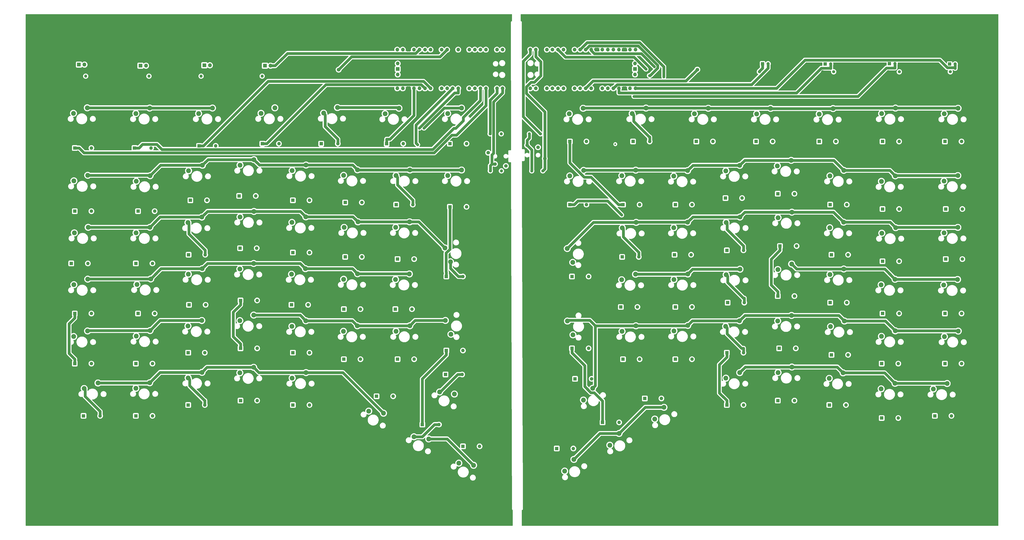
<source format=gbr>
%TF.GenerationSoftware,KiCad,Pcbnew,6.0.9-8da3e8f707~117~ubuntu20.04.1*%
%TF.CreationDate,2022-12-09T19:31:54+01:00*%
%TF.ProjectId,Europe-ergo,4575726f-7065-42d6-9572-676f2e6b6963,rev?*%
%TF.SameCoordinates,Original*%
%TF.FileFunction,Copper,L1,Top*%
%TF.FilePolarity,Positive*%
%FSLAX46Y46*%
G04 Gerber Fmt 4.6, Leading zero omitted, Abs format (unit mm)*
G04 Created by KiCad (PCBNEW 6.0.9-8da3e8f707~117~ubuntu20.04.1) date 2022-12-09 19:31:54*
%MOMM*%
%LPD*%
G01*
G04 APERTURE LIST*
%TA.AperFunction,ComponentPad*%
%ADD10R,1.600000X1.600000*%
%TD*%
%TA.AperFunction,ComponentPad*%
%ADD11O,1.600000X1.600000*%
%TD*%
%TA.AperFunction,ComponentPad*%
%ADD12C,7.500000*%
%TD*%
%TA.AperFunction,ComponentPad*%
%ADD13C,2.200000*%
%TD*%
%TA.AperFunction,ComponentPad*%
%ADD14R,1.500000X1.500000*%
%TD*%
%TA.AperFunction,ComponentPad*%
%ADD15O,1.500000X1.500000*%
%TD*%
%TA.AperFunction,ComponentPad*%
%ADD16C,1.400000*%
%TD*%
%TA.AperFunction,ComponentPad*%
%ADD17O,1.400000X1.400000*%
%TD*%
%TA.AperFunction,ComponentPad*%
%ADD18R,1.800000X1.800000*%
%TD*%
%TA.AperFunction,ComponentPad*%
%ADD19O,1.800000X1.800000*%
%TD*%
%TA.AperFunction,ComponentPad*%
%ADD20C,1.700000*%
%TD*%
%TA.AperFunction,ComponentPad*%
%ADD21R,1.650000X1.650000*%
%TD*%
%TA.AperFunction,ComponentPad*%
%ADD22C,1.650000*%
%TD*%
%TA.AperFunction,ComponentPad*%
%ADD23O,1.700000X1.700000*%
%TD*%
%TA.AperFunction,ComponentPad*%
%ADD24R,1.700000X1.700000*%
%TD*%
%TA.AperFunction,ViaPad*%
%ADD25C,0.800000*%
%TD*%
%TA.AperFunction,Conductor*%
%ADD26C,1.240000*%
%TD*%
G04 APERTURE END LIST*
D10*
%TO.P,D23,1,K*%
%TO.N,COL4R*%
X431000000Y-181000000D03*
D11*
%TO.P,D23,2,A*%
%TO.N,Net-(D23-Pad2)*%
X438620000Y-181000000D03*
%TD*%
D10*
%TO.P,D91,1,K*%
%TO.N,COL2*%
X136000000Y-212000000D03*
D11*
%TO.P,D91,2,A*%
%TO.N,Net-(D91-Pad2)*%
X143620000Y-212000000D03*
%TD*%
D10*
%TO.P,D61,1,K*%
%TO.N,COL8*%
X267380000Y-216000000D03*
D11*
%TO.P,D61,2,A*%
%TO.N,Net-(D61-Pad2)*%
X275000000Y-216000000D03*
%TD*%
D12*
%TO.P,H15,1,1*%
%TO.N,GNDL*%
X302750000Y-32600000D03*
%TD*%
D10*
%TO.P,D90,1,K*%
%TO.N,COL3*%
X165000000Y-88000000D03*
D11*
%TO.P,D90,2,A*%
%TO.N,Net-(D90-Pad2)*%
X172620000Y-88000000D03*
%TD*%
D10*
%TO.P,D79,1,K*%
%TO.N,COL4*%
X183380000Y-111000000D03*
D11*
%TO.P,D79,2,A*%
%TO.N,Net-(D79-Pad2)*%
X191000000Y-111000000D03*
%TD*%
D13*
%TO.P,SW43,1*%
%TO.N,ROW3R*%
X333820000Y-135160000D03*
%TO.P,SW43,2*%
%TO.N,Net-(D43-Pad2)*%
X336360000Y-141510000D03*
%TD*%
%TO.P,SW89,1*%
%TO.N,ROW5*%
X142540000Y-172820000D03*
%TO.P,SW89,2*%
%TO.N,Net-(D95-Pad2)*%
X136190000Y-175360000D03*
%TD*%
%TO.P,SW3,1*%
%TO.N,ROW3R*%
X512920000Y-125460000D03*
%TO.P,SW3,2*%
%TO.N,Net-(D3-Pad2)*%
X506570000Y-128000000D03*
%TD*%
D10*
%TO.P,D44,1,K*%
%TO.N,COL8R*%
X350000000Y-215000000D03*
D11*
%TO.P,D44,2,A*%
%TO.N,Net-(D44-Pad2)*%
X357620000Y-215000000D03*
%TD*%
D10*
%TO.P,D47,1,K*%
%TO.N,Arrow-Right*%
X329000000Y-227000000D03*
D11*
%TO.P,D47,2,A*%
%TO.N,Net-(D47-Pad2)*%
X336620000Y-227000000D03*
%TD*%
D12*
%TO.P,H3,1,1*%
%TO.N,GNDR*%
X526300000Y-32600000D03*
%TD*%
D14*
%TO.P,D51,1,K*%
%TO.N,Net-(D51-Pad1)*%
X509180000Y-50440000D03*
D15*
%TO.P,D51,2,A*%
%TO.N,PWM1R*%
X511720000Y-50440000D03*
%TD*%
D13*
%TO.P,SW21,1*%
%TO.N,ROW3R*%
X436820000Y-118460000D03*
%TO.P,SW21,2*%
%TO.N,Net-(D21-Pad2)*%
X430470000Y-121000000D03*
%TD*%
%TO.P,SW28,1*%
%TO.N,ROW5R*%
X412820000Y-168360000D03*
%TO.P,SW28,2*%
%TO.N,Net-(D29-Pad2)*%
X406470000Y-170900000D03*
%TD*%
D10*
%TO.P,D26,1,K*%
%TO.N,COL5R*%
X407000000Y-136000000D03*
D11*
%TO.P,D26,2,A*%
%TO.N,Net-(D26-Pad2)*%
X414620000Y-136000000D03*
%TD*%
D10*
%TO.P,D95,1,K*%
%TO.N,COL2*%
X136000000Y-188000000D03*
D11*
%TO.P,D95,2,A*%
%TO.N,Net-(D95-Pad2)*%
X143620000Y-188000000D03*
%TD*%
D13*
%TO.P,SW80,1*%
%TO.N,ROW6*%
X166340000Y-192020000D03*
%TO.P,SW80,2*%
%TO.N,Net-(D86-Pad2)*%
X159990000Y-194560000D03*
%TD*%
D10*
%TO.P,D43,1,K*%
%TO.N,COL8R*%
X336000000Y-148000000D03*
D11*
%TO.P,D43,2,A*%
%TO.N,Net-(D43-Pad2)*%
X343620000Y-148000000D03*
%TD*%
D13*
%TO.P,SW5,1*%
%TO.N,ROW4R*%
X512820000Y-149360000D03*
%TO.P,SW5,2*%
%TO.N,Net-(D4-Pad2)*%
X506470000Y-151900000D03*
%TD*%
D16*
%TO.P,R10,1*%
%TO.N,GNDL*%
X136920000Y-56000000D03*
D17*
%TO.P,R10,2*%
%TO.N,Net-(D54-Pad1)*%
X142000000Y-56000000D03*
%TD*%
D13*
%TO.P,SW9,1*%
%TO.N,ROW3R*%
X484420000Y-125560000D03*
%TO.P,SW9,2*%
%TO.N,Net-(D9-Pad2)*%
X478070000Y-128100000D03*
%TD*%
D12*
%TO.P,H11,1,1*%
%TO.N,GNDL*%
X92100000Y-255900000D03*
%TD*%
D13*
%TO.P,SW35,1*%
%TO.N,ROW6R*%
X378179700Y-208090600D03*
%TO.P,SW35,2*%
%TO.N,Net-(D36-Pad2)*%
X373950439Y-213465305D03*
%TD*%
%TO.P,SW34,1*%
%TO.N,ROW5R*%
X389120000Y-170460000D03*
%TO.P,SW34,2*%
%TO.N,Net-(D35-Pad2)*%
X382770000Y-173000000D03*
%TD*%
D12*
%TO.P,H9,1,1*%
%TO.N,GNDL*%
X92200000Y-34100000D03*
%TD*%
D16*
%TO.P,R11,1*%
%TO.N,SCL I2C0*%
X298460000Y-82500000D03*
D17*
%TO.P,R11,2*%
%TO.N,VCCL*%
X303540000Y-82500000D03*
%TD*%
D13*
%TO.P,SW53,1*%
%TO.N,ROW3*%
X277740000Y-134920000D03*
%TO.P,SW53,2*%
%TO.N,Net-(D59-Pad2)*%
X280280000Y-141270000D03*
%TD*%
D10*
%TO.P,D93,1,K*%
%TO.N,COL2*%
X136000000Y-142000000D03*
D11*
%TO.P,D93,2,A*%
%TO.N,Net-(D93-Pad2)*%
X143620000Y-142000000D03*
%TD*%
D13*
%TO.P,SW11,1*%
%TO.N,ROW4R*%
X484120000Y-149260000D03*
%TO.P,SW11,2*%
%TO.N,Net-(D10-Pad2)*%
X477770000Y-151800000D03*
%TD*%
D16*
%TO.P,R8,1*%
%TO.N,GNDL*%
X171000000Y-56000000D03*
D17*
%TO.P,R8,2*%
%TO.N,Net-(D53-Pad1)*%
X165920000Y-56000000D03*
%TD*%
D10*
%TO.P,D88,1,K*%
%TO.N,COL3*%
X160190000Y-138000000D03*
D11*
%TO.P,D88,2,A*%
%TO.N,Net-(D88-Pad2)*%
X167810000Y-138000000D03*
%TD*%
D13*
%TO.P,SW7,1*%
%TO.N,ROW1R*%
X484320000Y-70660000D03*
%TO.P,SW7,2*%
%TO.N,Net-(D7-Pad2)*%
X477970000Y-73200000D03*
%TD*%
%TO.P,SW58,1*%
%TO.N,ROW3*%
X261540000Y-122920000D03*
%TO.P,SW58,2*%
%TO.N,Net-(D62-Pad2)*%
X255190000Y-125460000D03*
%TD*%
%TO.P,SW76,1*%
%TO.N,ROW3*%
X190140000Y-118120000D03*
%TO.P,SW76,2*%
%TO.N,Net-(D80-Pad2)*%
X183790000Y-120660000D03*
%TD*%
D12*
%TO.P,H8,1,1*%
%TO.N,GNDR*%
X422950000Y-257350000D03*
%TD*%
D10*
%TO.P,D35,1,K*%
%TO.N,COL6R*%
X383380000Y-186000000D03*
D11*
%TO.P,D35,2,A*%
%TO.N,Net-(D35-Pad2)*%
X391000000Y-186000000D03*
%TD*%
D10*
%TO.P,D83,1,K*%
%TO.N,COL4*%
X184000000Y-205000000D03*
D11*
%TO.P,D83,2,A*%
%TO.N,Net-(D83-Pad2)*%
X191620000Y-205000000D03*
%TD*%
D10*
%TO.P,D66,1,K*%
%TO.N,COL7*%
X280000000Y-87000000D03*
D11*
%TO.P,D66,2,A*%
%TO.N,Net-(D66-Pad2)*%
X287620000Y-87000000D03*
%TD*%
D13*
%TO.P,SW20,1*%
%TO.N,ROW2R*%
X436520000Y-94660000D03*
%TO.P,SW20,2*%
%TO.N,Net-(D20-Pad2)*%
X430170000Y-97200000D03*
%TD*%
D10*
%TO.P,D81,1,K*%
%TO.N,COL4*%
X184000000Y-159000000D03*
D11*
%TO.P,D81,2,A*%
%TO.N,Net-(D81-Pad2)*%
X191620000Y-159000000D03*
%TD*%
D13*
%TO.P,SW29,1*%
%TO.N,ROW4R*%
X413020000Y-144660000D03*
%TO.P,SW29,2*%
%TO.N,Net-(D28-Pad2)*%
X406670000Y-147200000D03*
%TD*%
%TO.P,SW17,1*%
%TO.N,ROW4R*%
X460620000Y-144560000D03*
%TO.P,SW17,2*%
%TO.N,Net-(D17-Pad2)*%
X454270000Y-147100000D03*
%TD*%
D10*
%TO.P,D86,1,K*%
%TO.N,COL3*%
X160000000Y-207000000D03*
D11*
%TO.P,D86,2,A*%
%TO.N,Net-(D86-Pad2)*%
X167620000Y-207000000D03*
%TD*%
D13*
%TO.P,SW74,1*%
%TO.N,ROW6*%
X190040000Y-189720000D03*
%TO.P,SW74,2*%
%TO.N,Net-(D83-Pad2)*%
X183690000Y-192260000D03*
%TD*%
D12*
%TO.P,H1,1,1*%
%TO.N,GNDR*%
X526300000Y-257350000D03*
%TD*%
D13*
%TO.P,SW66,1*%
%TO.N,ROW1*%
X256640000Y-70720000D03*
%TO.P,SW66,2*%
%TO.N,Net-(D72-Pad2)*%
X250290000Y-73260000D03*
%TD*%
D10*
%TO.P,D40,1,K*%
%TO.N,COL7R*%
X359000000Y-139000000D03*
D11*
%TO.P,D40,2,A*%
%TO.N,Net-(D40-Pad2)*%
X366620000Y-139000000D03*
%TD*%
D13*
%TO.P,SW85,1*%
%TO.N,ROW4*%
X142840000Y-149120000D03*
%TO.P,SW85,2*%
%TO.N,Net-(D94-Pad2)*%
X136490000Y-151660000D03*
%TD*%
D10*
%TO.P,D62,1,K*%
%TO.N,COL7*%
X256000000Y-140000000D03*
D11*
%TO.P,D62,2,A*%
%TO.N,Net-(D62-Pad2)*%
X263620000Y-140000000D03*
%TD*%
D13*
%TO.P,SW15,1*%
%TO.N,ROW3R*%
X460520000Y-123060000D03*
%TO.P,SW15,2*%
%TO.N,Net-(D15-Pad2)*%
X454170000Y-125600000D03*
%TD*%
D10*
%TO.P,D92,1,K*%
%TO.N,COL2*%
X137000000Y-118000000D03*
D11*
%TO.P,D92,2,A*%
%TO.N,Net-(D92-Pad2)*%
X144620000Y-118000000D03*
%TD*%
D10*
%TO.P,D82,1,K*%
%TO.N,COL4*%
X184000000Y-181000000D03*
D11*
%TO.P,D82,2,A*%
%TO.N,Net-(D82-Pad2)*%
X191620000Y-181000000D03*
%TD*%
D16*
%TO.P,R1,1*%
%TO.N,Net-(D48-Pad1)*%
X421920000Y-54000000D03*
D17*
%TO.P,R1,2*%
%TO.N,GNDR*%
X427000000Y-54000000D03*
%TD*%
D13*
%TO.P,SW6,1*%
%TO.N,ROW6R*%
X508020000Y-197160000D03*
%TO.P,SW6,2*%
%TO.N,Net-(D6-Pad2)*%
X501670000Y-199700000D03*
%TD*%
D10*
%TO.P,D56,1,K*%
%TO.N,Arrow-Left*%
X286000000Y-226000000D03*
D11*
%TO.P,D56,2,A*%
%TO.N,Net-(D56-Pad2)*%
X293620000Y-226000000D03*
%TD*%
D10*
%TO.P,D73,1,K*%
%TO.N,COL5*%
X208000000Y-113000000D03*
D11*
%TO.P,D73,2,A*%
%TO.N,Net-(D73-Pad2)*%
X215620000Y-113000000D03*
%TD*%
D13*
%TO.P,SW27,1*%
%TO.N,ROW3R*%
X413020000Y-120660000D03*
%TO.P,SW27,2*%
%TO.N,Net-(D26-Pad2)*%
X406670000Y-123200000D03*
%TD*%
D10*
%TO.P,D42,1,K*%
%TO.N,COL8R*%
X335000000Y-115000000D03*
D11*
%TO.P,D42,2,A*%
%TO.N,Net-(D42-Pad2)*%
X342620000Y-115000000D03*
%TD*%
D13*
%TO.P,SW88,1*%
%TO.N,ROW3*%
X142440000Y-125420000D03*
%TO.P,SW88,2*%
%TO.N,Net-(D93-Pad2)*%
X136090000Y-127960000D03*
%TD*%
%TO.P,SW62,1*%
%TO.N,ROW2*%
X237640000Y-99020000D03*
%TO.P,SW62,2*%
%TO.N,Net-(D68-Pad2)*%
X231290000Y-101560000D03*
%TD*%
%TO.P,SW87,1*%
%TO.N,ROW2*%
X142540000Y-101720000D03*
%TO.P,SW87,2*%
%TO.N,Net-(D92-Pad2)*%
X136190000Y-104260000D03*
%TD*%
D10*
%TO.P,D98,1,K*%
%TO.N,COL1*%
X108000000Y-165000000D03*
D11*
%TO.P,D98,2,A*%
%TO.N,Net-(D98-Pad2)*%
X115620000Y-165000000D03*
%TD*%
D13*
%TO.P,SW4,1*%
%TO.N,ROW5R*%
X513120000Y-173060000D03*
%TO.P,SW4,2*%
%TO.N,Net-(D5-Pad2)*%
X506770000Y-175600000D03*
%TD*%
%TO.P,SW93,1*%
%TO.N,ROW2*%
X113940000Y-101520000D03*
%TO.P,SW93,2*%
%TO.N,Net-(D100-Pad2)*%
X107590000Y-104060000D03*
%TD*%
D10*
%TO.P,D10,1,K*%
%TO.N,COL2R*%
X478380000Y-165000000D03*
D11*
%TO.P,D10,2,A*%
%TO.N,Net-(D10-Pad2)*%
X486000000Y-165000000D03*
%TD*%
D13*
%TO.P,SW90,1*%
%TO.N,ROW1*%
X142340000Y-70620000D03*
%TO.P,SW90,2*%
%TO.N,Net-(D96-Pad2)*%
X135990000Y-73160000D03*
%TD*%
D10*
%TO.P,D70,1,K*%
%TO.N,COL6*%
X231380000Y-163000000D03*
D11*
%TO.P,D70,2,A*%
%TO.N,Net-(D70-Pad2)*%
X239000000Y-163000000D03*
%TD*%
D10*
%TO.P,D39,1,K*%
%TO.N,COL7R*%
X359380000Y-186000000D03*
D11*
%TO.P,D39,2,A*%
%TO.N,Net-(D39-Pad2)*%
X367000000Y-186000000D03*
%TD*%
D13*
%TO.P,SW39,1*%
%TO.N,ROW3R*%
X365420000Y-123160000D03*
%TO.P,SW39,2*%
%TO.N,Net-(D40-Pad2)*%
X359070000Y-125700000D03*
%TD*%
D10*
%TO.P,D69,1,K*%
%TO.N,COL6*%
X232000000Y-139000000D03*
D11*
%TO.P,D69,2,A*%
%TO.N,Net-(D69-Pad2)*%
X239620000Y-139000000D03*
%TD*%
D10*
%TO.P,D100,1,K*%
%TO.N,COL1*%
X108000000Y-118000000D03*
D11*
%TO.P,D100,2,A*%
%TO.N,Net-(D100-Pad2)*%
X115620000Y-118000000D03*
%TD*%
D10*
%TO.P,D99,1,K*%
%TO.N,COL1*%
X108000000Y-188000000D03*
D11*
%TO.P,D99,2,A*%
%TO.N,Net-(D99-Pad2)*%
X115620000Y-188000000D03*
%TD*%
D16*
%TO.P,R4,1*%
%TO.N,Net-(D50-Pad1)*%
X486080000Y-54000000D03*
D17*
%TO.P,R4,2*%
%TO.N,GNDR*%
X481000000Y-54000000D03*
%TD*%
D10*
%TO.P,D80,1,K*%
%TO.N,COL4*%
X183810000Y-135000000D03*
D11*
%TO.P,D80,2,A*%
%TO.N,Net-(D80-Pad2)*%
X191430000Y-135000000D03*
%TD*%
D13*
%TO.P,SW31,1*%
%TO.N,ROW1R*%
X369920000Y-70660000D03*
%TO.P,SW31,2*%
%TO.N,Net-(D31-Pad2)*%
X363570000Y-73200000D03*
%TD*%
D10*
%TO.P,D2,1,K*%
%TO.N,COL1R*%
X507380000Y-117000000D03*
D11*
%TO.P,D2,2,A*%
%TO.N,Net-(D2-Pad2)*%
X515000000Y-117000000D03*
%TD*%
D13*
%TO.P,SW81,1*%
%TO.N,ROW2*%
X166540000Y-96920000D03*
%TO.P,SW81,2*%
%TO.N,Net-(D87-Pad2)*%
X160190000Y-99460000D03*
%TD*%
D12*
%TO.P,H5,1,1*%
%TO.N,GNDR*%
X318450000Y-32650000D03*
%TD*%
D10*
%TO.P,D41,1,K*%
%TO.N,COL7R*%
X358380000Y-162000000D03*
D11*
%TO.P,D41,2,A*%
%TO.N,Net-(D41-Pad2)*%
X366000000Y-162000000D03*
%TD*%
D10*
%TO.P,D34,1,K*%
%TO.N,COL6R*%
X383380000Y-162000000D03*
D11*
%TO.P,D34,2,A*%
%TO.N,Net-(D34-Pad2)*%
X391000000Y-162000000D03*
%TD*%
D10*
%TO.P,D24,1,K*%
%TO.N,COL4R*%
X430380000Y-205000000D03*
D11*
%TO.P,D24,2,A*%
%TO.N,Net-(D24-Pad2)*%
X438000000Y-205000000D03*
%TD*%
D13*
%TO.P,SW54,1*%
%TO.N,ROW5*%
X277960000Y-168180000D03*
%TO.P,SW54,2*%
%TO.N,Net-(D58-Pad2)*%
X280500000Y-174530000D03*
%TD*%
D10*
%TO.P,D58,1,K*%
%TO.N,COL8*%
X278380000Y-182000000D03*
D11*
%TO.P,D58,2,A*%
%TO.N,Net-(D58-Pad2)*%
X286000000Y-182000000D03*
%TD*%
D10*
%TO.P,D16,1,K*%
%TO.N,COL3R*%
X455000000Y-184000000D03*
D11*
%TO.P,D16,2,A*%
%TO.N,Net-(D16-Pad2)*%
X462620000Y-184000000D03*
%TD*%
D13*
%TO.P,SW19,1*%
%TO.N,ROW1R*%
X427060000Y-70780000D03*
%TO.P,SW19,2*%
%TO.N,Net-(D19-Pad2)*%
X420710000Y-73320000D03*
%TD*%
D10*
%TO.P,D27,1,K*%
%TO.N,COL5R*%
X406380000Y-112000000D03*
D11*
%TO.P,D27,2,A*%
%TO.N,Net-(D27-Pad2)*%
X414000000Y-112000000D03*
%TD*%
D16*
%TO.P,R12,1*%
%TO.N,GNDL*%
X107920000Y-56000000D03*
D17*
%TO.P,R12,2*%
%TO.N,Net-(D55-Pad1)*%
X113000000Y-56000000D03*
%TD*%
D13*
%TO.P,SW47,1*%
%TO.N,ROW6R*%
X336879700Y-231990600D03*
%TO.P,SW47,2*%
%TO.N,Net-(D47-Pad2)*%
X332650439Y-237365305D03*
%TD*%
D14*
%TO.P,D49,1,K*%
%TO.N,Net-(D49-Pad1)*%
X452064700Y-50440000D03*
D15*
%TO.P,D49,2,A*%
%TO.N,PWM3R*%
X454604700Y-50440000D03*
%TD*%
D13*
%TO.P,SW18,1*%
%TO.N,ROW6R*%
X460320000Y-192260000D03*
%TO.P,SW18,2*%
%TO.N,Net-(D18-Pad2)*%
X453970000Y-194800000D03*
%TD*%
D10*
%TO.P,D14,1,K*%
%TO.N,COL3R*%
X454380000Y-115000000D03*
D11*
%TO.P,D14,2,A*%
%TO.N,Net-(D14-Pad2)*%
X462000000Y-115000000D03*
%TD*%
D13*
%TO.P,SW96,1*%
%TO.N,ROW1*%
X113740000Y-70520000D03*
%TO.P,SW96,2*%
%TO.N,Net-(D102-Pad2)*%
X107390000Y-73060000D03*
%TD*%
D12*
%TO.P,H4,1,1*%
%TO.N,GNDR*%
X423000000Y-32650000D03*
%TD*%
D13*
%TO.P,SW67,1*%
%TO.N,ROW4*%
X213740000Y-144420000D03*
%TO.P,SW67,2*%
%TO.N,Net-(D74-Pad2)*%
X207390000Y-146960000D03*
%TD*%
%TO.P,SW41,1*%
%TO.N,ROW4R*%
X365120000Y-146960000D03*
%TO.P,SW41,2*%
%TO.N,Net-(D41-Pad2)*%
X358770000Y-149500000D03*
%TD*%
D10*
%TO.P,D4,1,K*%
%TO.N,COL1R*%
X507000000Y-165000000D03*
D11*
%TO.P,D4,2,A*%
%TO.N,Net-(D4-Pad2)*%
X514620000Y-165000000D03*
%TD*%
D13*
%TO.P,SW46,1*%
%TO.N,ROW5R*%
X345479700Y-199360000D03*
%TO.P,SW46,2*%
%TO.N,Net-(D46-Pad2)*%
X341250439Y-204734705D03*
%TD*%
%TO.P,SW16,1*%
%TO.N,ROW5R*%
X460920000Y-168460000D03*
%TO.P,SW16,2*%
%TO.N,Net-(D16-Pad2)*%
X454570000Y-171000000D03*
%TD*%
D10*
%TO.P,D63,1,K*%
%TO.N,COL7*%
X255000000Y-163000000D03*
D11*
%TO.P,D63,2,A*%
%TO.N,Net-(D63-Pad2)*%
X262620000Y-163000000D03*
%TD*%
D10*
%TO.P,D33,1,K*%
%TO.N,COL6R*%
X383000000Y-138000000D03*
D11*
%TO.P,D33,2,A*%
%TO.N,Net-(D33-Pad2)*%
X390620000Y-138000000D03*
%TD*%
D13*
%TO.P,SW22,1*%
%TO.N,ROW5R*%
X436680000Y-165880000D03*
%TO.P,SW22,2*%
%TO.N,Net-(D23-Pad2)*%
X430330000Y-168420000D03*
%TD*%
%TO.P,SW26,1*%
%TO.N,ROW2R*%
X412920000Y-96960000D03*
%TO.P,SW26,2*%
%TO.N,Net-(D27-Pad2)*%
X406570000Y-99500000D03*
%TD*%
D10*
%TO.P,D25,1,K*%
%TO.N,COL5R*%
X393000000Y-86000000D03*
D11*
%TO.P,D25,2,A*%
%TO.N,Net-(D25-Pad2)*%
X400620000Y-86000000D03*
%TD*%
D18*
%TO.P,D54,1,K*%
%TO.N,Net-(D54-Pad1)*%
X138100000Y-51200000D03*
D19*
%TO.P,D54,2,A*%
%TO.N,PWM2*%
X140640000Y-51200000D03*
%TD*%
D13*
%TO.P,SW12,1*%
%TO.N,ROW6R*%
X484120000Y-197060000D03*
%TO.P,SW12,2*%
%TO.N,Net-(D12-Pad2)*%
X477770000Y-199600000D03*
%TD*%
%TO.P,SW84,1*%
%TO.N,ROW1*%
X171140000Y-70620000D03*
%TO.P,SW84,2*%
%TO.N,Net-(D90-Pad2)*%
X164790000Y-73160000D03*
%TD*%
D10*
%TO.P,D5,1,K*%
%TO.N,COL1R*%
X507000000Y-188000000D03*
D11*
%TO.P,D5,2,A*%
%TO.N,Net-(D5-Pad2)*%
X514620000Y-188000000D03*
%TD*%
D10*
%TO.P,D78,1,K*%
%TO.N,COL5*%
X221000000Y-87000000D03*
D11*
%TO.P,D78,2,A*%
%TO.N,Net-(D78-Pad2)*%
X228620000Y-87000000D03*
%TD*%
D10*
%TO.P,D96,1,K*%
%TO.N,COL2*%
X135380000Y-89000000D03*
D11*
%TO.P,D96,2,A*%
%TO.N,Net-(D96-Pad2)*%
X143000000Y-89000000D03*
%TD*%
D13*
%TO.P,SW60,1*%
%TO.N,ROW1*%
X285340000Y-70620000D03*
%TO.P,SW60,2*%
%TO.N,Net-(D66-Pad2)*%
X278990000Y-73160000D03*
%TD*%
%TO.P,SW56,1*%
%TO.N,ROW4*%
X261440000Y-146820000D03*
%TO.P,SW56,2*%
%TO.N,Net-(D63-Pad2)*%
X255090000Y-149360000D03*
%TD*%
D16*
%TO.P,R6,1*%
%TO.N,Net-(D51-Pad1)*%
X509460000Y-54000000D03*
D17*
%TO.P,R6,2*%
%TO.N,GNDR*%
X514540000Y-54000000D03*
%TD*%
D10*
%TO.P,D65,1,K*%
%TO.N,COL7*%
X256000000Y-186000000D03*
D11*
%TO.P,D65,2,A*%
%TO.N,Net-(D65-Pad2)*%
X263620000Y-186000000D03*
%TD*%
D10*
%TO.P,D77,1,K*%
%TO.N,COL5*%
X208000000Y-137000000D03*
D11*
%TO.P,D77,2,A*%
%TO.N,Net-(D77-Pad2)*%
X215620000Y-137000000D03*
%TD*%
D13*
%TO.P,SW36,1*%
%TO.N,ROW4R*%
X389120000Y-146860000D03*
%TO.P,SW36,2*%
%TO.N,Net-(D34-Pad2)*%
X382770000Y-149400000D03*
%TD*%
D16*
%TO.P,R3,1*%
%TO.N,sclR*%
X322620000Y-99500000D03*
D17*
%TO.P,R3,2*%
%TO.N,VCCR*%
X317540000Y-99500000D03*
%TD*%
D12*
%TO.P,H16,1,1*%
%TO.N,GNDL*%
X301300000Y-255700000D03*
%TD*%
%TO.P,H13,1,1*%
%TO.N,GNDL*%
X300900000Y-145900000D03*
%TD*%
D10*
%TO.P,D3,1,K*%
%TO.N,COL1R*%
X507380000Y-140000000D03*
D11*
%TO.P,D3,2,A*%
%TO.N,Net-(D3-Pad2)*%
X515000000Y-140000000D03*
%TD*%
D10*
%TO.P,D72,1,K*%
%TO.N,COL6*%
X251000000Y-87000000D03*
D11*
%TO.P,D72,2,A*%
%TO.N,Net-(D72-Pad2)*%
X258620000Y-87000000D03*
%TD*%
D12*
%TO.P,H12,1,1*%
%TO.N,GNDL*%
X92100000Y-146100000D03*
%TD*%
D10*
%TO.P,D18,1,K*%
%TO.N,COL3R*%
X454000000Y-207000000D03*
D11*
%TO.P,D18,2,A*%
%TO.N,Net-(D18-Pad2)*%
X461620000Y-207000000D03*
%TD*%
D10*
%TO.P,D28,1,K*%
%TO.N,COL5R*%
X407380000Y-160000000D03*
D11*
%TO.P,D28,2,A*%
%TO.N,Net-(D28-Pad2)*%
X415000000Y-160000000D03*
%TD*%
D12*
%TO.P,H2,1,1*%
%TO.N,GNDR*%
X526250000Y-145950000D03*
%TD*%
D10*
%TO.P,D71,1,K*%
%TO.N,COL6*%
X231380000Y-186000000D03*
D11*
%TO.P,D71,2,A*%
%TO.N,Net-(D71-Pad2)*%
X239000000Y-186000000D03*
%TD*%
D13*
%TO.P,SW1,1*%
%TO.N,ROW1R*%
X513020000Y-70760000D03*
%TO.P,SW1,2*%
%TO.N,Net-(D1-Pad2)*%
X506670000Y-73300000D03*
%TD*%
D10*
%TO.P,D8,1,K*%
%TO.N,COL2R*%
X478380000Y-117000000D03*
D11*
%TO.P,D8,2,A*%
%TO.N,Net-(D8-Pad2)*%
X486000000Y-117000000D03*
%TD*%
D13*
%TO.P,SW73,1*%
%TO.N,ROW4*%
X190040000Y-142020000D03*
%TO.P,SW73,2*%
%TO.N,Net-(D81-Pad2)*%
X183690000Y-144560000D03*
%TD*%
D10*
%TO.P,D1,1,K*%
%TO.N,COL1R*%
X507000000Y-86000000D03*
D11*
%TO.P,D1,2,A*%
%TO.N,Net-(D1-Pad2)*%
X514620000Y-86000000D03*
%TD*%
D10*
%TO.P,D22,1,K*%
%TO.N,COL4R*%
X430380000Y-157000000D03*
D11*
%TO.P,D22,2,A*%
%TO.N,Net-(D22-Pad2)*%
X438000000Y-157000000D03*
%TD*%
D10*
%TO.P,D46,1,K*%
%TO.N,Arrow-Right*%
X337380000Y-195000000D03*
D11*
%TO.P,D46,2,A*%
%TO.N,Net-(D46-Pad2)*%
X345000000Y-195000000D03*
%TD*%
D14*
%TO.P,D48,1,K*%
%TO.N,Net-(D48-Pad1)*%
X423364700Y-50340000D03*
D15*
%TO.P,D48,2,A*%
%TO.N,PWM4R*%
X425904700Y-50340000D03*
%TD*%
D13*
%TO.P,SW51,1*%
%TO.N,ROW5*%
X282079700Y-201990600D03*
%TO.P,SW51,2*%
%TO.N,Net-(D57-Pad2)*%
X275310439Y-201015305D03*
%TD*%
%TO.P,SW71,1*%
%TO.N,ROW5*%
X213940000Y-168320000D03*
%TO.P,SW71,2*%
%TO.N,Net-(D75-Pad2)*%
X207590000Y-170860000D03*
%TD*%
%TO.P,SW91,1*%
%TO.N,ROW4*%
X113940000Y-149220000D03*
%TO.P,SW91,2*%
%TO.N,Net-(D98-Pad2)*%
X107590000Y-151760000D03*
%TD*%
%TO.P,SW69,1*%
%TO.N,ROW2*%
X214040000Y-96820000D03*
%TO.P,SW69,2*%
%TO.N,Net-(D73-Pad2)*%
X207690000Y-99360000D03*
%TD*%
%TO.P,SW86,1*%
%TO.N,ROW6*%
X142340000Y-196820000D03*
%TO.P,SW86,2*%
%TO.N,Net-(D91-Pad2)*%
X135990000Y-199360000D03*
%TD*%
D12*
%TO.P,H7,1,1*%
%TO.N,GNDR*%
X320300000Y-255900000D03*
%TD*%
D10*
%TO.P,D11,1,K*%
%TO.N,COL2R*%
X478000000Y-188000000D03*
D11*
%TO.P,D11,2,A*%
%TO.N,Net-(D11-Pad2)*%
X485620000Y-188000000D03*
%TD*%
D10*
%TO.P,D89,1,K*%
%TO.N,COL3*%
X160000000Y-183000000D03*
D11*
%TO.P,D89,2,A*%
%TO.N,Net-(D89-Pad2)*%
X167620000Y-183000000D03*
%TD*%
D13*
%TO.P,SW32,1*%
%TO.N,ROW2R*%
X389020000Y-99360000D03*
%TO.P,SW32,2*%
%TO.N,Net-(D32-Pad2)*%
X382670000Y-101900000D03*
%TD*%
D18*
%TO.P,D55,1,K*%
%TO.N,Net-(D55-Pad1)*%
X109900000Y-50700000D03*
D19*
%TO.P,D55,2,A*%
%TO.N,PWM1*%
X112440000Y-50700000D03*
%TD*%
D16*
%TO.P,R2,1*%
%TO.N,Net-(D49-Pad1)*%
X456000000Y-54000000D03*
D17*
%TO.P,R2,2*%
%TO.N,GNDR*%
X450920000Y-54000000D03*
%TD*%
D10*
%TO.P,D67,1,K*%
%TO.N,COL6*%
X246380000Y-203000000D03*
D11*
%TO.P,D67,2,A*%
%TO.N,Net-(D67-Pad2)*%
X254000000Y-203000000D03*
%TD*%
D16*
%TO.P,R7,1*%
%TO.N,GNDL*%
X199000000Y-56000000D03*
D17*
%TO.P,R7,2*%
%TO.N,Net-(D52-Pad1)*%
X193920000Y-56000000D03*
%TD*%
D10*
%TO.P,D21,1,K*%
%TO.N,COL4R*%
X431380000Y-134000000D03*
D11*
%TO.P,D21,2,A*%
%TO.N,Net-(D21-Pad2)*%
X439000000Y-134000000D03*
%TD*%
D16*
%TO.P,R9,1*%
%TO.N,SDA I2C0*%
X298540000Y-99500000D03*
D17*
%TO.P,R9,2*%
%TO.N,VCCL*%
X303620000Y-99500000D03*
%TD*%
D13*
%TO.P,SW2,1*%
%TO.N,ROW2R*%
X512920000Y-101660000D03*
%TO.P,SW2,2*%
%TO.N,Net-(D2-Pad2)*%
X506570000Y-104200000D03*
%TD*%
%TO.P,SW10,1*%
%TO.N,ROW5R*%
X484220000Y-172960000D03*
%TO.P,SW10,2*%
%TO.N,Net-(D11-Pad2)*%
X477870000Y-175500000D03*
%TD*%
D10*
%TO.P,D97,1,K*%
%TO.N,COL1*%
X112000000Y-212000000D03*
D11*
%TO.P,D97,2,A*%
%TO.N,Net-(D97-Pad2)*%
X119620000Y-212000000D03*
%TD*%
D13*
%TO.P,SW77,1*%
%TO.N,ROW5*%
X190040000Y-165720000D03*
%TO.P,SW77,2*%
%TO.N,Net-(D82-Pad2)*%
X183690000Y-168260000D03*
%TD*%
%TO.P,SW95,1*%
%TO.N,ROW5*%
X113840000Y-173020000D03*
%TO.P,SW95,2*%
%TO.N,Net-(D99-Pad2)*%
X107490000Y-175560000D03*
%TD*%
D16*
%TO.P,R5,1*%
%TO.N,sdaR*%
X321540000Y-82500000D03*
D17*
%TO.P,R5,2*%
%TO.N,VCCR*%
X316460000Y-82500000D03*
%TD*%
D13*
%TO.P,SW45,1*%
%TO.N,ROW6R*%
X357579700Y-220090600D03*
%TO.P,SW45,2*%
%TO.N,Net-(D44-Pad2)*%
X353350439Y-225465305D03*
%TD*%
%TO.P,SW30,1*%
%TO.N,ROW6R*%
X412920000Y-192160000D03*
%TO.P,SW30,2*%
%TO.N,Net-(D30-Pad2)*%
X406570000Y-194700000D03*
%TD*%
%TO.P,SW55,1*%
%TO.N,ROW6*%
X270279700Y-222590600D03*
%TO.P,SW55,2*%
%TO.N,Net-(D61-Pad2)*%
X263510439Y-221615305D03*
%TD*%
D10*
%TO.P,D75,1,K*%
%TO.N,COL5*%
X208000000Y-183000000D03*
D11*
%TO.P,D75,2,A*%
%TO.N,Net-(D75-Pad2)*%
X215620000Y-183000000D03*
%TD*%
D13*
%TO.P,SW78,1*%
%TO.N,ROW1*%
X199740000Y-70520000D03*
%TO.P,SW78,2*%
%TO.N,Net-(D84-Pad2)*%
X193390000Y-73060000D03*
%TD*%
%TO.P,SW70,1*%
%TO.N,ROW3*%
X213940000Y-120620000D03*
%TO.P,SW70,2*%
%TO.N,Net-(D77-Pad2)*%
X207590000Y-123160000D03*
%TD*%
%TO.P,SW94,1*%
%TO.N,ROW3*%
X114140000Y-125420000D03*
%TO.P,SW94,2*%
%TO.N,Net-(D101-Pad2)*%
X107790000Y-127960000D03*
%TD*%
%TO.P,SW79,1*%
%TO.N,ROW4*%
X166440000Y-144420000D03*
%TO.P,SW79,2*%
%TO.N,Net-(D85-Pad2)*%
X160090000Y-146960000D03*
%TD*%
%TO.P,SW72,1*%
%TO.N,ROW1*%
X228440000Y-70420000D03*
%TO.P,SW72,2*%
%TO.N,Net-(D78-Pad2)*%
X222090000Y-72960000D03*
%TD*%
D10*
%TO.P,D19,1,K*%
%TO.N,COL4R*%
X420380000Y-86000000D03*
D11*
%TO.P,D19,2,A*%
%TO.N,Net-(D19-Pad2)*%
X428000000Y-86000000D03*
%TD*%
D10*
%TO.P,D74,1,K*%
%TO.N,COL5*%
X207380000Y-161000000D03*
D11*
%TO.P,D74,2,A*%
%TO.N,Net-(D74-Pad2)*%
X215000000Y-161000000D03*
%TD*%
D13*
%TO.P,SW13,1*%
%TO.N,ROW1R*%
X455720000Y-70860000D03*
%TO.P,SW13,2*%
%TO.N,Net-(D13-Pad2)*%
X449370000Y-73400000D03*
%TD*%
D10*
%TO.P,D36,1,K*%
%TO.N,COL6R*%
X369380000Y-204000000D03*
D11*
%TO.P,D36,2,A*%
%TO.N,Net-(D36-Pad2)*%
X377000000Y-204000000D03*
%TD*%
D10*
%TO.P,D59,1,K*%
%TO.N,COL8*%
X278380000Y-148000000D03*
D11*
%TO.P,D59,2,A*%
%TO.N,Net-(D59-Pad2)*%
X286000000Y-148000000D03*
%TD*%
D12*
%TO.P,H14,1,1*%
%TO.N,GNDL*%
X197500000Y-255900000D03*
%TD*%
D13*
%TO.P,SW8,1*%
%TO.N,ROW2R*%
X484220000Y-101760000D03*
%TO.P,SW8,2*%
%TO.N,Net-(D8-Pad2)*%
X477870000Y-104300000D03*
%TD*%
D10*
%TO.P,D32,1,K*%
%TO.N,COL6R*%
X383380000Y-115000000D03*
D11*
%TO.P,D32,2,A*%
%TO.N,Net-(D32-Pad2)*%
X391000000Y-115000000D03*
%TD*%
D12*
%TO.P,H6,1,1*%
%TO.N,GNDR*%
X320000000Y-146000000D03*
%TD*%
D10*
%TO.P,D9,1,K*%
%TO.N,COL2R*%
X478380000Y-141000000D03*
D11*
%TO.P,D9,2,A*%
%TO.N,Net-(D9-Pad2)*%
X486000000Y-141000000D03*
%TD*%
D13*
%TO.P,SW33,1*%
%TO.N,ROW3R*%
X389020000Y-123060000D03*
%TO.P,SW33,2*%
%TO.N,Net-(D33-Pad2)*%
X382670000Y-125600000D03*
%TD*%
D10*
%TO.P,D101,1,K*%
%TO.N,COL1*%
X106380000Y-142000000D03*
D11*
%TO.P,D101,2,A*%
%TO.N,Net-(D101-Pad2)*%
X114000000Y-142000000D03*
%TD*%
D10*
%TO.P,D76,1,K*%
%TO.N,COL5*%
X208000000Y-207000000D03*
D11*
%TO.P,D76,2,A*%
%TO.N,Net-(D76-Pad2)*%
X215620000Y-207000000D03*
%TD*%
D10*
%TO.P,D84,1,K*%
%TO.N,COL4*%
X194000000Y-87000000D03*
D11*
%TO.P,D84,2,A*%
%TO.N,Net-(D84-Pad2)*%
X201620000Y-87000000D03*
%TD*%
D13*
%TO.P,SW68,1*%
%TO.N,ROW6*%
X214040000Y-192120000D03*
%TO.P,SW68,2*%
%TO.N,Net-(D76-Pad2)*%
X207690000Y-194660000D03*
%TD*%
D10*
%TO.P,D37,1,K*%
%TO.N,COL7R*%
X335000000Y-86000000D03*
D11*
%TO.P,D37,2,A*%
%TO.N,Net-(D37-Pad2)*%
X342620000Y-86000000D03*
%TD*%
D10*
%TO.P,D38,1,K*%
%TO.N,COL7R*%
X359380000Y-115000000D03*
D11*
%TO.P,D38,2,A*%
%TO.N,Net-(D38-Pad2)*%
X367000000Y-115000000D03*
%TD*%
D18*
%TO.P,D52,1,K*%
%TO.N,Net-(D52-Pad1)*%
X195200000Y-51200000D03*
D19*
%TO.P,D52,2,A*%
%TO.N,PWM4*%
X197740000Y-51200000D03*
%TD*%
D13*
%TO.P,SW37,1*%
%TO.N,ROW1R*%
X341120000Y-70760000D03*
%TO.P,SW37,2*%
%TO.N,Net-(D37-Pad2)*%
X334770000Y-73300000D03*
%TD*%
D10*
%TO.P,D60,1,K*%
%TO.N,COL8*%
X280000000Y-116000000D03*
D11*
%TO.P,D60,2,A*%
%TO.N,Net-(D60-Pad2)*%
X287620000Y-116000000D03*
%TD*%
D10*
%TO.P,D31,1,K*%
%TO.N,COL6R*%
X364000000Y-86000000D03*
D11*
%TO.P,D31,2,A*%
%TO.N,Net-(D31-Pad2)*%
X371620000Y-86000000D03*
%TD*%
D13*
%TO.P,SW25,1*%
%TO.N,ROW1R*%
X398520000Y-70760000D03*
%TO.P,SW25,2*%
%TO.N,Net-(D25-Pad2)*%
X392170000Y-73300000D03*
%TD*%
D10*
%TO.P,D85,1,K*%
%TO.N,COL3*%
X160380000Y-161000000D03*
D11*
%TO.P,D85,2,A*%
%TO.N,Net-(D85-Pad2)*%
X168000000Y-161000000D03*
%TD*%
D10*
%TO.P,D12,1,K*%
%TO.N,COL2R*%
X478000000Y-213000000D03*
D11*
%TO.P,D12,2,A*%
%TO.N,Net-(D12-Pad2)*%
X485620000Y-213000000D03*
%TD*%
D13*
%TO.P,SW64,1*%
%TO.N,ROW5*%
X237540000Y-170620000D03*
%TO.P,SW64,2*%
%TO.N,Net-(D71-Pad2)*%
X231190000Y-173160000D03*
%TD*%
%TO.P,SW38,1*%
%TO.N,ROW2R*%
X365220000Y-99160000D03*
%TO.P,SW38,2*%
%TO.N,Net-(D38-Pad2)*%
X358870000Y-101700000D03*
%TD*%
%TO.P,SW52,1*%
%TO.N,ROW2*%
X285340000Y-99120000D03*
%TO.P,SW52,2*%
%TO.N,Net-(D60-Pad2)*%
X278990000Y-101660000D03*
%TD*%
D10*
%TO.P,D17,1,K*%
%TO.N,COL3R*%
X454380000Y-160000000D03*
D11*
%TO.P,D17,2,A*%
%TO.N,Net-(D17-Pad2)*%
X462000000Y-160000000D03*
%TD*%
D10*
%TO.P,D45,1,K*%
%TO.N,COL8R*%
X336000000Y-181000000D03*
D11*
%TO.P,D45,2,A*%
%TO.N,Net-(D45-Pad2)*%
X343620000Y-181000000D03*
%TD*%
D13*
%TO.P,SW63,1*%
%TO.N,ROW3*%
X237840000Y-122920000D03*
%TO.P,SW63,2*%
%TO.N,Net-(D69-Pad2)*%
X231490000Y-125460000D03*
%TD*%
%TO.P,SW82,1*%
%TO.N,ROW3*%
X166240000Y-120720000D03*
%TO.P,SW82,2*%
%TO.N,Net-(D88-Pad2)*%
X159890000Y-123260000D03*
%TD*%
%TO.P,SW92,1*%
%TO.N,ROW6*%
X118640000Y-196920000D03*
%TO.P,SW92,2*%
%TO.N,Net-(D97-Pad2)*%
X112290000Y-199460000D03*
%TD*%
D12*
%TO.P,H10,1,1*%
%TO.N,GNDL*%
X197600000Y-34100000D03*
%TD*%
D10*
%TO.P,D87,1,K*%
%TO.N,COL3*%
X161000000Y-113000000D03*
D11*
%TO.P,D87,2,A*%
%TO.N,Net-(D87-Pad2)*%
X168620000Y-113000000D03*
%TD*%
D10*
%TO.P,D94,1,K*%
%TO.N,COL2*%
X137000000Y-165000000D03*
D11*
%TO.P,D94,2,A*%
%TO.N,Net-(D94-Pad2)*%
X144620000Y-165000000D03*
%TD*%
D13*
%TO.P,SW75,1*%
%TO.N,ROW2*%
X190140000Y-94320000D03*
%TO.P,SW75,2*%
%TO.N,Net-(D79-Pad2)*%
X183790000Y-96860000D03*
%TD*%
D10*
%TO.P,D30,1,K*%
%TO.N,COL5R*%
X407000000Y-207000000D03*
D11*
%TO.P,D30,2,A*%
%TO.N,Net-(D30-Pad2)*%
X414620000Y-207000000D03*
%TD*%
D13*
%TO.P,SW50,1*%
%TO.N,ROW6*%
X290879700Y-234690600D03*
%TO.P,SW50,2*%
%TO.N,Net-(D56-Pad2)*%
X284110439Y-233715305D03*
%TD*%
D10*
%TO.P,D6,1,K*%
%TO.N,COL1R*%
X502380000Y-212000000D03*
D11*
%TO.P,D6,2,A*%
%TO.N,Net-(D6-Pad2)*%
X510000000Y-212000000D03*
%TD*%
D13*
%TO.P,SW65,1*%
%TO.N,ROW6*%
X249579700Y-210790600D03*
%TO.P,SW65,2*%
%TO.N,Net-(D67-Pad2)*%
X242810439Y-209815305D03*
%TD*%
%TO.P,SW57,1*%
%TO.N,ROW2*%
X261640000Y-99120000D03*
%TO.P,SW57,2*%
%TO.N,Net-(D64-Pad2)*%
X255290000Y-101660000D03*
%TD*%
%TO.P,SW44,1*%
%TO.N,ROW5R*%
X333920000Y-168460000D03*
%TO.P,SW44,2*%
%TO.N,Net-(D45-Pad2)*%
X336460000Y-174810000D03*
%TD*%
%TO.P,SW61,1*%
%TO.N,ROW4*%
X237640000Y-146720000D03*
%TO.P,SW61,2*%
%TO.N,Net-(D70-Pad2)*%
X231290000Y-149260000D03*
%TD*%
%TO.P,SW59,1*%
%TO.N,ROW5*%
X261640000Y-170620000D03*
%TO.P,SW59,2*%
%TO.N,Net-(D65-Pad2)*%
X255290000Y-173160000D03*
%TD*%
D10*
%TO.P,D15,1,K*%
%TO.N,COL3R*%
X455000000Y-138000000D03*
D11*
%TO.P,D15,2,A*%
%TO.N,Net-(D15-Pad2)*%
X462620000Y-138000000D03*
%TD*%
D10*
%TO.P,D13,1,K*%
%TO.N,COL3R*%
X449380000Y-86000000D03*
D11*
%TO.P,D13,2,A*%
%TO.N,Net-(D13-Pad2)*%
X457000000Y-86000000D03*
%TD*%
D13*
%TO.P,SW40,1*%
%TO.N,ROW5R*%
X365320000Y-170660000D03*
%TO.P,SW40,2*%
%TO.N,Net-(D39-Pad2)*%
X358970000Y-173200000D03*
%TD*%
D10*
%TO.P,D20,1,K*%
%TO.N,COL4R*%
X430380000Y-110000000D03*
D11*
%TO.P,D20,2,A*%
%TO.N,Net-(D20-Pad2)*%
X438000000Y-110000000D03*
%TD*%
D10*
%TO.P,D64,1,K*%
%TO.N,COL7*%
X255380000Y-115000000D03*
D11*
%TO.P,D64,2,A*%
%TO.N,Net-(D64-Pad2)*%
X263000000Y-115000000D03*
%TD*%
D13*
%TO.P,SW24,1*%
%TO.N,ROW6R*%
X436820000Y-189560000D03*
%TO.P,SW24,2*%
%TO.N,Net-(D24-Pad2)*%
X430470000Y-192100000D03*
%TD*%
D10*
%TO.P,D102,1,K*%
%TO.N,COL1*%
X108000000Y-89000000D03*
D11*
%TO.P,D102,2,A*%
%TO.N,Net-(D102-Pad2)*%
X115620000Y-89000000D03*
%TD*%
D10*
%TO.P,D68,1,K*%
%TO.N,COL6*%
X232000000Y-114000000D03*
D11*
%TO.P,D68,2,A*%
%TO.N,Net-(D68-Pad2)*%
X239620000Y-114000000D03*
%TD*%
D13*
%TO.P,SW83,1*%
%TO.N,ROW5*%
X166240000Y-168220000D03*
%TO.P,SW83,2*%
%TO.N,Net-(D89-Pad2)*%
X159890000Y-170760000D03*
%TD*%
D10*
%TO.P,D7,1,K*%
%TO.N,COL2R*%
X478380000Y-86000000D03*
D11*
%TO.P,D7,2,A*%
%TO.N,Net-(D7-Pad2)*%
X486000000Y-86000000D03*
%TD*%
D10*
%TO.P,D57,1,K*%
%TO.N,Arrow-Left*%
X278000000Y-193000000D03*
D11*
%TO.P,D57,2,A*%
%TO.N,Net-(D57-Pad2)*%
X285620000Y-193000000D03*
%TD*%
D18*
%TO.P,D53,1,K*%
%TO.N,Net-(D53-Pad1)*%
X167400000Y-51000000D03*
D19*
%TO.P,D53,2,A*%
%TO.N,PWM3*%
X169940000Y-51000000D03*
%TD*%
D13*
%TO.P,SW14,1*%
%TO.N,ROW2R*%
X460620000Y-99260000D03*
%TO.P,SW14,2*%
%TO.N,Net-(D14-Pad2)*%
X454270000Y-101800000D03*
%TD*%
D14*
%TO.P,D50,1,K*%
%TO.N,Net-(D50-Pad1)*%
X481564700Y-50240000D03*
D15*
%TO.P,D50,2,A*%
%TO.N,PWM2R*%
X484104700Y-50240000D03*
%TD*%
D10*
%TO.P,D29,1,K*%
%TO.N,COL5R*%
X407000000Y-183000000D03*
D11*
%TO.P,D29,2,A*%
%TO.N,Net-(D29-Pad2)*%
X414620000Y-183000000D03*
%TD*%
D13*
%TO.P,SW23,1*%
%TO.N,ROW4R*%
X436720000Y-142260000D03*
%TO.P,SW23,2*%
%TO.N,Net-(D22-Pad2)*%
X430370000Y-144800000D03*
%TD*%
%TO.P,SW42,1*%
%TO.N,ROW2R*%
X341320000Y-99260000D03*
%TO.P,SW42,2*%
%TO.N,Net-(D42-Pad2)*%
X334970000Y-101800000D03*
%TD*%
D20*
%TO.P,SW48,1,1*%
%TO.N,/RUN*%
X393460000Y-53000000D03*
%TO.P,SW48,2,2*%
%TO.N,GNDR*%
X398540000Y-53000000D03*
%TD*%
D21*
%TO.P,J1,1,Pin_1*%
%TO.N,GNDR*%
X315425000Y-97050000D03*
D22*
%TO.P,J1,2,Pin_2*%
%TO.N,sdaR*%
X320425000Y-88650000D03*
%TO.P,J1,3,Pin_3*%
%TO.N,sclR*%
X323525000Y-93850000D03*
%TO.P,J1,4,Pin_4*%
%TO.N,VCCR*%
X315425000Y-87750000D03*
%TD*%
D23*
%TO.P,U2,1,GPIO0*%
%TO.N,SDA I2C0*%
X304130000Y-61615000D03*
%TO.P,U2,2,GPIO1*%
%TO.N,SCL I2C0*%
X301590000Y-61615000D03*
D24*
%TO.P,U2,3,GND*%
%TO.N,GNDL*%
X299050000Y-61615000D03*
D23*
%TO.P,U2,4,GPIO2*%
%TO.N,COL1*%
X296510000Y-61615000D03*
%TO.P,U2,5,GPIO3*%
%TO.N,COL2*%
X293970000Y-61615000D03*
%TO.P,U2,6,GPIO4*%
%TO.N,ROW1*%
X291430000Y-61615000D03*
%TO.P,U2,7,GPIO5*%
%TO.N,ROW2*%
X288890000Y-61615000D03*
D24*
%TO.P,U2,8,GND*%
%TO.N,GNDL*%
X286350000Y-61615000D03*
D23*
%TO.P,U2,9,GPIO6*%
%TO.N,ROW3*%
X283810000Y-61615000D03*
%TO.P,U2,10,GPIO7*%
%TO.N,ROW4*%
X281270000Y-61615000D03*
%TO.P,U2,11,GPIO8*%
%TO.N,ROW5*%
X278730000Y-61615000D03*
%TO.P,U2,12,GPIO9*%
%TO.N,ROW6*%
X276190000Y-61615000D03*
D24*
%TO.P,U2,13,GND*%
%TO.N,GNDL*%
X273650000Y-61615000D03*
D23*
%TO.P,U2,14,GPIO10*%
%TO.N,COL3*%
X271110000Y-61615000D03*
%TO.P,U2,15,GPIO11*%
%TO.N,COL4*%
X268570000Y-61615000D03*
%TO.P,U2,16,GPIO12*%
%TO.N,COL5*%
X266030000Y-61615000D03*
%TO.P,U2,17,GPIO13*%
%TO.N,COL6*%
X263490000Y-61615000D03*
D24*
%TO.P,U2,18,GND*%
%TO.N,GNDL*%
X260950000Y-61615000D03*
D23*
%TO.P,U2,19,GPIO14*%
%TO.N,COL7*%
X258410000Y-61615000D03*
%TO.P,U2,20,GPIO15*%
%TO.N,COL8*%
X255870000Y-61615000D03*
%TO.P,U2,21,GPIO16*%
%TO.N,PWM1*%
X255870000Y-43835000D03*
%TO.P,U2,22,GPIO17*%
%TO.N,PWM2*%
X258410000Y-43835000D03*
D24*
%TO.P,U2,23,GND*%
%TO.N,GNDL*%
X260950000Y-43835000D03*
D23*
%TO.P,U2,24,GPIO18*%
%TO.N,PWM3*%
X263490000Y-43835000D03*
%TO.P,U2,25,GPIO19*%
%TO.N,PWM4*%
X266030000Y-43835000D03*
%TO.P,U2,26,GPIO20*%
%TO.N,Arrow-Left*%
X268570000Y-43835000D03*
%TO.P,U2,27,GPIO21*%
%TO.N,unconnected-(U2-Pad27)*%
X271110000Y-43835000D03*
D24*
%TO.P,U2,28,GND*%
%TO.N,GNDL*%
X273650000Y-43835000D03*
D23*
%TO.P,U2,29,GPIO22*%
%TO.N,unconnected-(U2-Pad29)*%
X276190000Y-43835000D03*
%TO.P,U2,30,RUN*%
%TO.N,Net-(SW49-Pad1)*%
X278730000Y-43835000D03*
%TO.P,U2,31,GPIO26_ADC0*%
%TO.N,GNDL*%
X281270000Y-43835000D03*
%TO.P,U2,32,GPIO27_ADC1*%
%TO.N,unconnected-(U2-Pad32)*%
X283810000Y-43835000D03*
D24*
%TO.P,U2,33,AGND*%
%TO.N,GNDL*%
X286350000Y-43835000D03*
D23*
%TO.P,U2,34,GPIO28_ADC2*%
%TO.N,unconnected-(U2-Pad34)*%
X288890000Y-43835000D03*
%TO.P,U2,35,ADC_VREF*%
%TO.N,unconnected-(U2-Pad35)*%
X291430000Y-43835000D03*
%TO.P,U2,36,3V3*%
%TO.N,unconnected-(U2-Pad36)*%
X293970000Y-43835000D03*
%TO.P,U2,37,3V3_EN*%
%TO.N,unconnected-(U2-Pad37)*%
X296510000Y-43835000D03*
D24*
%TO.P,U2,38,GND*%
%TO.N,GNDL*%
X299050000Y-43835000D03*
D23*
%TO.P,U2,39,VSYS*%
%TO.N,unconnected-(U2-Pad39)*%
X301590000Y-43835000D03*
%TO.P,U2,40,VBUS*%
%TO.N,VCCL*%
X304130000Y-43835000D03*
%TO.P,U2,41,SWCLK*%
%TO.N,unconnected-(U2-Pad41)*%
X256100000Y-55265000D03*
D24*
%TO.P,U2,42,GND*%
%TO.N,unconnected-(U2-Pad42)*%
X256100000Y-52725000D03*
D23*
%TO.P,U2,43,SWDIO*%
%TO.N,unconnected-(U2-Pad43)*%
X256100000Y-50185000D03*
%TD*%
%TO.P,U1,1,GPIO0*%
%TO.N,sdaR*%
X316870000Y-43835000D03*
%TO.P,U1,2,GPIO1*%
%TO.N,sclR*%
X319410000Y-43835000D03*
D24*
%TO.P,U1,3,GND*%
%TO.N,GNDR*%
X321950000Y-43835000D03*
D23*
%TO.P,U1,4,GPIO2*%
%TO.N,COL1R*%
X324490000Y-43835000D03*
%TO.P,U1,5,GPIO3*%
%TO.N,COL2R*%
X327030000Y-43835000D03*
%TO.P,U1,6,GPIO4*%
%TO.N,ROW1R*%
X329570000Y-43835000D03*
%TO.P,U1,7,GPIO5*%
%TO.N,ROW2R*%
X332110000Y-43835000D03*
D24*
%TO.P,U1,8,GND*%
%TO.N,GNDR*%
X334650000Y-43835000D03*
D23*
%TO.P,U1,9,GPIO6*%
%TO.N,ROW3R*%
X337190000Y-43835000D03*
%TO.P,U1,10,GPIO7*%
%TO.N,ROW4R*%
X339730000Y-43835000D03*
%TO.P,U1,11,GPIO8*%
%TO.N,ROW5R*%
X342270000Y-43835000D03*
%TO.P,U1,12,GPIO9*%
%TO.N,ROW6R*%
X344810000Y-43835000D03*
D24*
%TO.P,U1,13,GND*%
%TO.N,GNDR*%
X347350000Y-43835000D03*
D23*
%TO.P,U1,14,GPIO10*%
%TO.N,COL3R*%
X349890000Y-43835000D03*
%TO.P,U1,15,GPIO11*%
%TO.N,COL4R*%
X352430000Y-43835000D03*
%TO.P,U1,16,GPIO12*%
%TO.N,COL5R*%
X354970000Y-43835000D03*
%TO.P,U1,17,GPIO13*%
%TO.N,COL6R*%
X357510000Y-43835000D03*
D24*
%TO.P,U1,18,GND*%
%TO.N,GNDR*%
X360050000Y-43835000D03*
D23*
%TO.P,U1,19,GPIO14*%
%TO.N,COL7R*%
X362590000Y-43835000D03*
%TO.P,U1,20,GPIO15*%
%TO.N,COL8R*%
X365130000Y-43835000D03*
%TO.P,U1,21,GPIO16*%
%TO.N,PWM1R*%
X365130000Y-61615000D03*
%TO.P,U1,22,GPIO17*%
%TO.N,PWM2R*%
X362590000Y-61615000D03*
D24*
%TO.P,U1,23,GND*%
%TO.N,GNDR*%
X360050000Y-61615000D03*
D23*
%TO.P,U1,24,GPIO18*%
%TO.N,PWM3R*%
X357510000Y-61615000D03*
%TO.P,U1,25,GPIO19*%
%TO.N,PWM4R*%
X354970000Y-61615000D03*
%TO.P,U1,26,GPIO20*%
%TO.N,Arrow-Right*%
X352430000Y-61615000D03*
%TO.P,U1,27,GPIO21*%
%TO.N,unconnected-(U1-Pad27)*%
X349890000Y-61615000D03*
D24*
%TO.P,U1,28,GND*%
%TO.N,GNDR*%
X347350000Y-61615000D03*
D23*
%TO.P,U1,29,GPIO22*%
%TO.N,unconnected-(U1-Pad29)*%
X344810000Y-61615000D03*
%TO.P,U1,30,RUN*%
%TO.N,/RUN*%
X342270000Y-61615000D03*
%TO.P,U1,31,GPIO26_ADC0*%
%TO.N,unconnected-(U1-Pad31)*%
X339730000Y-61615000D03*
%TO.P,U1,32,GPIO27_ADC1*%
%TO.N,unconnected-(U1-Pad32)*%
X337190000Y-61615000D03*
D24*
%TO.P,U1,33,AGND*%
%TO.N,GNDR*%
X334650000Y-61615000D03*
D23*
%TO.P,U1,34,GPIO28_ADC2*%
%TO.N,unconnected-(U1-Pad34)*%
X332110000Y-61615000D03*
%TO.P,U1,35,ADC_VREF*%
%TO.N,unconnected-(U1-Pad35)*%
X329570000Y-61615000D03*
%TO.P,U1,36,3V3*%
%TO.N,unconnected-(U1-Pad36)*%
X327030000Y-61615000D03*
%TO.P,U1,37,3V3_EN*%
%TO.N,unconnected-(U1-Pad37)*%
X324490000Y-61615000D03*
D24*
%TO.P,U1,38,GND*%
%TO.N,GNDR*%
X321950000Y-61615000D03*
D23*
%TO.P,U1,39,VSYS*%
%TO.N,unconnected-(U1-Pad39)*%
X319410000Y-61615000D03*
%TO.P,U1,40,VBUS*%
%TO.N,VCCR*%
X316870000Y-61615000D03*
%TO.P,U1,41,SWCLK*%
%TO.N,unconnected-(U1-Pad41)*%
X364900000Y-50185000D03*
D24*
%TO.P,U1,42,GND*%
%TO.N,unconnected-(U1-Pad42)*%
X364900000Y-52725000D03*
D23*
%TO.P,U1,43,SWDIO*%
%TO.N,unconnected-(U1-Pad43)*%
X364900000Y-55265000D03*
%TD*%
D20*
%TO.P,SW49,1,1*%
%TO.N,Net-(SW49-Pad1)*%
X229000000Y-53000000D03*
%TO.P,SW49,2,2*%
%TO.N,GNDL*%
X223920000Y-53000000D03*
%TD*%
D21*
%TO.P,J2,1,Pin_1*%
%TO.N,GNDL*%
X305675000Y-87950000D03*
D22*
%TO.P,J2,2,Pin_2*%
%TO.N,SDA I2C0*%
X300675000Y-96350000D03*
%TO.P,J2,3,Pin_3*%
%TO.N,SCL I2C0*%
X297575000Y-91150000D03*
%TO.P,J2,4,Pin_4*%
%TO.N,VCCL*%
X305675000Y-97250000D03*
%TD*%
D25*
%TO.N,GNDR*%
X370410000Y-50570000D03*
%TO.N,GNDL*%
X291480000Y-72080000D03*
X278470000Y-78830000D03*
X145390000Y-89690000D03*
X257860000Y-148710000D03*
X279590000Y-93220000D03*
X273730000Y-93710000D03*
%TO.N,GNDR*%
X376040000Y-55530000D03*
X423120000Y-72830000D03*
X370870000Y-78660000D03*
X359650000Y-92290000D03*
X318400000Y-52740000D03*
X320170000Y-74490000D03*
X443170000Y-52950000D03*
X364370000Y-90890000D03*
%TO.N,COL8R*%
X355853000Y-87237000D03*
%TO.N,GNDR*%
X388950000Y-86610000D03*
X381250000Y-85590000D03*
X402720000Y-135760000D03*
%TO.N,GNDL*%
X279710000Y-187790000D03*
X255130000Y-132790000D03*
X271820000Y-118620000D03*
X220010000Y-105200000D03*
X202920000Y-64120000D03*
%TO.N,ROW6R*%
X373798500Y-51640300D03*
%TO.N,ROW4R*%
X378097300Y-56303200D03*
%TO.N,ROW5R*%
X371447400Y-55725100D03*
%TO.N,ROW1R*%
X369952600Y-52784000D03*
%TO.N,ROW4*%
X265246300Y-87504300D03*
%TO.N,ROW3*%
X266020600Y-79875200D03*
%TO.N,ROW1*%
X268127900Y-79875200D03*
%TO.N,PWM2R*%
X364401200Y-65295700D03*
%TO.N,COL8R*%
X358770100Y-119762300D03*
%TD*%
D26*
%TO.N,COL2*%
X293970000Y-61615000D02*
X293970000Y-67177300D01*
X286159800Y-76487500D02*
X282671700Y-79975600D01*
X293970000Y-67177300D02*
X286159800Y-74987500D01*
X286159800Y-74987500D02*
X286159800Y-76487500D01*
X282671700Y-79975600D02*
X281824400Y-79975600D01*
X281824400Y-79975600D02*
X272129800Y-89670200D01*
X147953500Y-89670200D02*
X145606100Y-87322800D01*
X272129800Y-89670200D02*
X147953500Y-89670200D01*
X145606100Y-87322800D02*
X139102200Y-87322800D01*
X139102200Y-87322800D02*
X137425000Y-89000000D01*
X137425000Y-89000000D02*
X135380000Y-89000000D01*
%TO.N,/RUN*%
X388250300Y-58209700D02*
X393460000Y-53000000D01*
X345675300Y-58209700D02*
X388250300Y-58209700D01*
X342270000Y-61615000D02*
X345675300Y-58209700D01*
%TO.N,ROW6R*%
X415520000Y-189560000D02*
X436820000Y-189560000D01*
X412920000Y-192160000D02*
X415520000Y-189560000D01*
X369579700Y-208090600D02*
X378179700Y-208090600D01*
X357579700Y-220090600D02*
X369579700Y-208090600D01*
X457620000Y-189560000D02*
X460320000Y-192260000D01*
X436820000Y-189560000D02*
X457620000Y-189560000D01*
X348779700Y-220090600D02*
X357579700Y-220090600D01*
X336879700Y-231990600D02*
X348779700Y-220090600D01*
X507920000Y-197060000D02*
X508020000Y-197160000D01*
X484120000Y-197060000D02*
X507920000Y-197060000D01*
X479320000Y-192260000D02*
X460320000Y-192260000D01*
X484120000Y-197060000D02*
X479320000Y-192260000D01*
X367830100Y-45671900D02*
X373798500Y-51640300D01*
X346216900Y-45671900D02*
X367830100Y-45671900D01*
X344810000Y-44265000D02*
X346216900Y-45671900D01*
X344810000Y-43835000D02*
X344810000Y-44265000D01*
%TO.N,ROW4R*%
X391320000Y-144660000D02*
X413020000Y-144660000D01*
X389120000Y-146860000D02*
X391320000Y-144660000D01*
X389020000Y-146960000D02*
X389120000Y-146860000D01*
X365120000Y-146960000D02*
X389020000Y-146960000D01*
X439020000Y-144560000D02*
X460620000Y-144560000D01*
X436720000Y-142260000D02*
X439020000Y-144560000D01*
X479420000Y-144560000D02*
X484120000Y-149260000D01*
X460620000Y-144560000D02*
X479420000Y-144560000D01*
X512720000Y-149260000D02*
X484120000Y-149260000D01*
X512820000Y-149360000D02*
X512720000Y-149260000D01*
X378097300Y-51694900D02*
X378097300Y-56303200D01*
X367009300Y-40606900D02*
X378097300Y-51694900D01*
X342958100Y-40606900D02*
X367009300Y-40606900D01*
X339730000Y-43835000D02*
X342958100Y-40606900D01*
%TO.N,ROW5R*%
X415300000Y-165880000D02*
X412820000Y-168360000D01*
X436680000Y-165880000D02*
X415300000Y-165880000D01*
X479720000Y-168460000D02*
X460920000Y-168460000D01*
X484220000Y-172960000D02*
X479720000Y-168460000D01*
X458340000Y-165880000D02*
X436680000Y-165880000D01*
X460920000Y-168460000D02*
X458340000Y-165880000D01*
X513020000Y-172960000D02*
X484220000Y-172960000D01*
X513120000Y-173060000D02*
X513020000Y-172960000D01*
X388920000Y-170660000D02*
X389120000Y-170460000D01*
X365320000Y-170660000D02*
X388920000Y-170660000D01*
X391220000Y-168360000D02*
X412820000Y-168360000D01*
X389120000Y-170460000D02*
X391220000Y-168360000D01*
X346711200Y-170660000D02*
X365320000Y-170660000D01*
X344151800Y-168100600D02*
X346711200Y-170660000D01*
X334279400Y-168100600D02*
X344151800Y-168100600D01*
X333920000Y-168460000D02*
X334279400Y-168100600D01*
X346711200Y-198128500D02*
X345479700Y-199360000D01*
X346711200Y-170660000D02*
X346711200Y-198128500D01*
X344000700Y-42104300D02*
X342270000Y-43835000D01*
X366376400Y-42104300D02*
X344000700Y-42104300D01*
X375315000Y-51042900D02*
X366376400Y-42104300D01*
X375315000Y-52231200D02*
X375315000Y-51042900D01*
X371821100Y-55725100D02*
X375315000Y-52231200D01*
X371447400Y-55725100D02*
X371821100Y-55725100D01*
%TO.N,ROW3R*%
X484520000Y-125460000D02*
X484420000Y-125560000D01*
X512920000Y-125460000D02*
X484520000Y-125460000D01*
X415220000Y-118460000D02*
X413020000Y-120660000D01*
X436820000Y-118460000D02*
X415220000Y-118460000D01*
X391420000Y-120660000D02*
X389020000Y-123060000D01*
X413020000Y-120660000D02*
X391420000Y-120660000D01*
X365520000Y-123060000D02*
X365420000Y-123160000D01*
X389020000Y-123060000D02*
X365520000Y-123060000D01*
X345820000Y-123160000D02*
X333820000Y-135160000D01*
X365420000Y-123160000D02*
X345820000Y-123160000D01*
X455920000Y-118460000D02*
X460520000Y-123060000D01*
X436820000Y-118460000D02*
X455920000Y-118460000D01*
X481920000Y-123060000D02*
X484420000Y-125560000D01*
X460520000Y-123060000D02*
X481920000Y-123060000D01*
%TO.N,ROW2R*%
X484320000Y-101660000D02*
X484220000Y-101760000D01*
X512920000Y-101660000D02*
X484320000Y-101660000D01*
X391420000Y-96960000D02*
X412920000Y-96960000D01*
X389020000Y-99360000D02*
X391420000Y-96960000D01*
X415220000Y-94660000D02*
X436520000Y-94660000D01*
X412920000Y-96960000D02*
X415220000Y-94660000D01*
X456020000Y-94660000D02*
X460620000Y-99260000D01*
X436520000Y-94660000D02*
X456020000Y-94660000D01*
X481720000Y-99260000D02*
X484220000Y-101760000D01*
X460620000Y-99260000D02*
X481720000Y-99260000D01*
X388820000Y-99160000D02*
X365220000Y-99160000D01*
X389020000Y-99360000D02*
X388820000Y-99160000D01*
X341420000Y-99160000D02*
X341320000Y-99260000D01*
X365220000Y-99160000D02*
X341420000Y-99160000D01*
%TO.N,ROW1R*%
X427040000Y-70760000D02*
X427060000Y-70780000D01*
X398520000Y-70760000D02*
X427040000Y-70760000D01*
X512920000Y-70660000D02*
X484320000Y-70660000D01*
X513020000Y-70760000D02*
X512920000Y-70660000D01*
X341220000Y-70660000D02*
X369920000Y-70660000D01*
X341120000Y-70760000D02*
X341220000Y-70660000D01*
X398420000Y-70660000D02*
X398520000Y-70760000D01*
X369920000Y-70660000D02*
X398420000Y-70660000D01*
X427140000Y-70860000D02*
X455720000Y-70860000D01*
X427060000Y-70780000D02*
X427140000Y-70860000D01*
X455920000Y-70660000D02*
X484320000Y-70660000D01*
X455720000Y-70860000D02*
X455920000Y-70660000D01*
X364447400Y-47278800D02*
X369952600Y-52784000D01*
X333013800Y-47278800D02*
X364447400Y-47278800D01*
X329570000Y-43835000D02*
X333013800Y-47278800D01*
%TO.N,Net-(SW49-Pad1)*%
X234875000Y-47125000D02*
X229000000Y-53000000D01*
X275440000Y-47125000D02*
X234875000Y-47125000D01*
X278730000Y-43835000D02*
X275440000Y-47125000D01*
%TO.N,ROW6*%
X278779700Y-222590600D02*
X270279700Y-222590600D01*
X290879700Y-234690600D02*
X278779700Y-222590600D01*
X142240000Y-196920000D02*
X142340000Y-196820000D01*
X118640000Y-196920000D02*
X142240000Y-196920000D01*
X192440000Y-192120000D02*
X190040000Y-189720000D01*
X214040000Y-192120000D02*
X192440000Y-192120000D01*
X147140000Y-192020000D02*
X166340000Y-192020000D01*
X142340000Y-196820000D02*
X147140000Y-192020000D01*
X168640000Y-189720000D02*
X190040000Y-189720000D01*
X166340000Y-192020000D02*
X168640000Y-189720000D01*
X230909100Y-192120000D02*
X214040000Y-192120000D01*
X249579700Y-210790600D02*
X230909100Y-192120000D01*
%TO.N,ROW4*%
X114040000Y-149120000D02*
X142840000Y-149120000D01*
X113940000Y-149220000D02*
X114040000Y-149120000D01*
X211340000Y-142020000D02*
X213740000Y-144420000D01*
X190040000Y-142020000D02*
X211340000Y-142020000D01*
X261340000Y-146720000D02*
X261440000Y-146820000D01*
X237640000Y-146720000D02*
X261340000Y-146720000D01*
X235340000Y-144420000D02*
X213740000Y-144420000D01*
X237640000Y-146720000D02*
X235340000Y-144420000D01*
X168840000Y-142020000D02*
X166440000Y-144420000D01*
X190040000Y-142020000D02*
X168840000Y-142020000D01*
X147540000Y-144420000D02*
X142840000Y-149120000D01*
X166440000Y-144420000D02*
X147540000Y-144420000D01*
X264479400Y-86737400D02*
X265246300Y-87504300D01*
X264479400Y-78405600D02*
X264479400Y-86737400D01*
X281270000Y-61615000D02*
X264479400Y-78405600D01*
%TO.N,ROW5*%
X264080000Y-168180000D02*
X277960000Y-168180000D01*
X261640000Y-170620000D02*
X264080000Y-168180000D01*
X237540000Y-170620000D02*
X261640000Y-170620000D01*
X211340000Y-165720000D02*
X213940000Y-168320000D01*
X190040000Y-165720000D02*
X211340000Y-165720000D01*
X235240000Y-168320000D02*
X237540000Y-170620000D01*
X213940000Y-168320000D02*
X235240000Y-168320000D01*
X147140000Y-168220000D02*
X142540000Y-172820000D01*
X166240000Y-168220000D02*
X147140000Y-168220000D01*
X114040000Y-172820000D02*
X113840000Y-173020000D01*
X142540000Y-172820000D02*
X114040000Y-172820000D01*
%TO.N,ROW3*%
X283810000Y-61615000D02*
X283810000Y-63710000D01*
X235540000Y-120620000D02*
X237840000Y-122920000D01*
X213940000Y-120620000D02*
X235540000Y-120620000D01*
X114140000Y-125420000D02*
X142440000Y-125420000D01*
X211440000Y-118120000D02*
X213940000Y-120620000D01*
X190140000Y-118120000D02*
X211440000Y-118120000D01*
X237840000Y-122920000D02*
X261540000Y-122920000D01*
X265740000Y-122920000D02*
X277740000Y-134920000D01*
X261540000Y-122920000D02*
X265740000Y-122920000D01*
X168840000Y-118120000D02*
X166240000Y-120720000D01*
X190140000Y-118120000D02*
X168840000Y-118120000D01*
X147140000Y-120720000D02*
X142440000Y-125420000D01*
X166240000Y-120720000D02*
X147140000Y-120720000D01*
X282185800Y-63710000D02*
X266020600Y-79875200D01*
X283810000Y-63710000D02*
X282185800Y-63710000D01*
%TO.N,ROW2*%
X285340000Y-99120000D02*
X261640000Y-99120000D01*
X237740000Y-99120000D02*
X237640000Y-99020000D01*
X261640000Y-99120000D02*
X237740000Y-99120000D01*
X192640000Y-96820000D02*
X214040000Y-96820000D01*
X190140000Y-94320000D02*
X192640000Y-96820000D01*
X235440000Y-96820000D02*
X237640000Y-99020000D01*
X214040000Y-96820000D02*
X235440000Y-96820000D01*
X169140000Y-94320000D02*
X190140000Y-94320000D01*
X166540000Y-96920000D02*
X169140000Y-94320000D01*
X142340000Y-101520000D02*
X142540000Y-101720000D01*
X113940000Y-101520000D02*
X142340000Y-101520000D01*
X147340000Y-96920000D02*
X166540000Y-96920000D01*
X142540000Y-101720000D02*
X147340000Y-96920000D01*
%TO.N,ROW1*%
X256340000Y-70420000D02*
X256640000Y-70720000D01*
X228440000Y-70420000D02*
X256340000Y-70420000D01*
X171140000Y-70620000D02*
X142340000Y-70620000D01*
X142240000Y-70520000D02*
X142340000Y-70620000D01*
X113740000Y-70520000D02*
X142240000Y-70520000D01*
X277383100Y-70620000D02*
X285340000Y-70620000D01*
X268127900Y-79875200D02*
X277383100Y-70620000D01*
%TO.N,SCL I2C0*%
X301590000Y-63855900D02*
X301590000Y-61615000D01*
X298460000Y-66985900D02*
X301590000Y-63855900D01*
X298460000Y-82500000D02*
X298460000Y-66985900D01*
%TO.N,SDA I2C0*%
X304130000Y-61615000D02*
X304130000Y-63710000D01*
X300030200Y-67809800D02*
X304130000Y-63710000D01*
X300030200Y-91386300D02*
X300030200Y-67809800D01*
X299244400Y-92172100D02*
X300030200Y-91386300D01*
X299244400Y-96350000D02*
X299244400Y-92172100D01*
X300675000Y-96350000D02*
X299244400Y-96350000D01*
X298540000Y-97054400D02*
X298540000Y-99500000D01*
X299244400Y-96350000D02*
X298540000Y-97054400D01*
%TO.N,VCCR*%
X316460000Y-82500000D02*
X316460000Y-84445000D01*
X315425000Y-85480000D02*
X316460000Y-84445000D01*
X315425000Y-87750000D02*
X315425000Y-85480000D01*
X317540000Y-89865000D02*
X317540000Y-99500000D01*
X315425000Y-87750000D02*
X317540000Y-89865000D01*
%TO.N,sclR*%
X323525000Y-98595000D02*
X322620000Y-99500000D01*
X323525000Y-93850000D02*
X323525000Y-98595000D01*
X323525000Y-72384700D02*
X323525000Y-93850000D01*
X315132600Y-63992300D02*
X323525000Y-72384700D01*
X315132600Y-60900500D02*
X315132600Y-63992300D01*
X317222900Y-58810200D02*
X315132600Y-60900500D01*
X318728100Y-58810200D02*
X317222900Y-58810200D01*
X321678200Y-55860100D02*
X318728100Y-58810200D01*
X321678200Y-49399900D02*
X321678200Y-55860100D01*
X319410000Y-47131700D02*
X321678200Y-49399900D01*
X319410000Y-43835000D02*
X319410000Y-47131700D01*
%TO.N,sdaR*%
X313636700Y-74596700D02*
X321540000Y-82500000D01*
X313636700Y-49163300D02*
X313636700Y-74596700D01*
X316870000Y-45930000D02*
X313636700Y-49163300D01*
X316870000Y-43835000D02*
X316870000Y-45930000D01*
%TO.N,Net-(D97-Pad2)*%
X112746900Y-203081900D02*
X119620000Y-209955000D01*
X112746900Y-199916900D02*
X112746900Y-203081900D01*
X112290000Y-199460000D02*
X112746900Y-199916900D01*
X119620000Y-212000000D02*
X119620000Y-209955000D01*
%TO.N,COL1*%
X105345400Y-183300400D02*
X108000000Y-185955000D01*
X105345400Y-169699600D02*
X105345400Y-183300400D01*
X108000000Y-167045000D02*
X105345400Y-169699600D01*
X108000000Y-165000000D02*
X108000000Y-167045000D01*
X108000000Y-188000000D02*
X108000000Y-185955000D01*
X112242900Y-91197900D02*
X110045000Y-89000000D01*
X272766400Y-91197900D02*
X112242900Y-91197900D01*
X280915200Y-83049100D02*
X272766400Y-91197900D01*
X283039300Y-83049100D02*
X280915200Y-83049100D01*
X296510000Y-69578400D02*
X283039300Y-83049100D01*
X296510000Y-61615000D02*
X296510000Y-69578400D01*
X108000000Y-89000000D02*
X110045000Y-89000000D01*
%TO.N,Net-(D88-Pad2)*%
X160346900Y-128491900D02*
X167810000Y-135955000D01*
X160346900Y-123716900D02*
X160346900Y-128491900D01*
X159890000Y-123260000D02*
X160346900Y-123716900D01*
X167810000Y-138000000D02*
X167810000Y-135955000D01*
%TO.N,Net-(D86-Pad2)*%
X160685000Y-195255000D02*
X159990000Y-194560000D01*
X160685000Y-198147800D02*
X160685000Y-195255000D01*
X167492200Y-204955000D02*
X160685000Y-198147800D01*
X167620000Y-204955000D02*
X167492200Y-204955000D01*
X167620000Y-207000000D02*
X167620000Y-204955000D01*
%TO.N,COL3*%
X196645600Y-58399400D02*
X167045000Y-88000000D01*
X267894400Y-58399400D02*
X196645600Y-58399400D01*
X271110000Y-61615000D02*
X267894400Y-58399400D01*
X165000000Y-88000000D02*
X167045000Y-88000000D01*
%TO.N,COL4*%
X180658600Y-175613600D02*
X184000000Y-178955000D01*
X180658600Y-164386400D02*
X180658600Y-175613600D01*
X184000000Y-161045000D02*
X180658600Y-164386400D01*
X184000000Y-159000000D02*
X184000000Y-161045000D01*
X184000000Y-181000000D02*
X184000000Y-178955000D01*
X223154700Y-59890300D02*
X196045000Y-87000000D01*
X266845300Y-59890300D02*
X223154700Y-59890300D01*
X268570000Y-61615000D02*
X266845300Y-59890300D01*
X194000000Y-87000000D02*
X196045000Y-87000000D01*
%TO.N,Net-(D78-Pad2)*%
X222785000Y-79120000D02*
X228620000Y-84955000D01*
X222785000Y-73655000D02*
X222785000Y-79120000D01*
X222090000Y-72960000D02*
X222785000Y-73655000D01*
X228620000Y-87000000D02*
X228620000Y-84955000D01*
%TO.N,COL6*%
X252533700Y-84955000D02*
X251000000Y-84955000D01*
X263490000Y-73998700D02*
X252533700Y-84955000D01*
X263490000Y-61615000D02*
X263490000Y-73998700D01*
X251000000Y-87000000D02*
X251000000Y-84955000D01*
%TO.N,Net-(D64-Pad2)*%
X255985000Y-102355000D02*
X255290000Y-101660000D01*
X255985000Y-105940000D02*
X255985000Y-102355000D01*
X263000000Y-112955000D02*
X255985000Y-105940000D01*
X263000000Y-115000000D02*
X263000000Y-112955000D01*
%TO.N,Net-(D61-Pad2)*%
X267339700Y-221615300D02*
X272955000Y-216000000D01*
X263510400Y-221615300D02*
X267339700Y-221615300D01*
X275000000Y-216000000D02*
X272955000Y-216000000D01*
%TO.N,Net-(D59-Pad2)*%
X280280000Y-144325000D02*
X280280000Y-141270000D01*
X283955000Y-148000000D02*
X280280000Y-144325000D01*
X286000000Y-148000000D02*
X283955000Y-148000000D01*
%TO.N,COL8*%
X278245000Y-145820000D02*
X278380000Y-145955000D01*
X278245000Y-137218100D02*
X278245000Y-145820000D01*
X280000000Y-135463100D02*
X278245000Y-137218100D01*
X280000000Y-116000000D02*
X280000000Y-135463100D01*
X278380000Y-148000000D02*
X278380000Y-145955000D01*
X267380000Y-195045000D02*
X267380000Y-216000000D01*
X278380000Y-184045000D02*
X267380000Y-195045000D01*
X278380000Y-182000000D02*
X278380000Y-184045000D01*
%TO.N,Net-(D57-Pad2)*%
X275559700Y-201015300D02*
X275310400Y-201015300D01*
X283575000Y-193000000D02*
X275559700Y-201015300D01*
X285620000Y-193000000D02*
X283575000Y-193000000D01*
%TO.N,PWM4*%
X205529900Y-45555100D02*
X199885000Y-51200000D01*
X264309900Y-45555100D02*
X205529900Y-45555100D01*
X266030000Y-43835000D02*
X264309900Y-45555100D01*
X197740000Y-51200000D02*
X199885000Y-51200000D01*
%TO.N,PWM1R*%
X511369500Y-52084500D02*
X511720000Y-52435000D01*
X508094000Y-52084500D02*
X511369500Y-52084500D01*
X504625900Y-48616400D02*
X508094000Y-52084500D01*
X442825500Y-48616400D02*
X504625900Y-48616400D01*
X429826900Y-61615000D02*
X442825500Y-48616400D01*
X365130000Y-61615000D02*
X429826900Y-61615000D01*
X511720000Y-50440000D02*
X511720000Y-52435000D01*
%TO.N,PWM2R*%
X480221700Y-52235000D02*
X484104700Y-52235000D01*
X467161000Y-65295700D02*
X480221700Y-52235000D01*
X364401200Y-65295700D02*
X467161000Y-65295700D01*
X484104700Y-50240000D02*
X484104700Y-52235000D01*
%TO.N,PWM3R*%
X454514900Y-52345200D02*
X454604700Y-52435000D01*
X450308900Y-52345200D02*
X454514900Y-52345200D01*
X438944100Y-63710000D02*
X450308900Y-52345200D01*
X357510000Y-63710000D02*
X438944100Y-63710000D01*
X357510000Y-61615000D02*
X357510000Y-63710000D01*
X454604700Y-50440000D02*
X454604700Y-52435000D01*
%TO.N,PWM4R*%
X418380300Y-59859400D02*
X425904700Y-52335000D01*
X356725600Y-59859400D02*
X418380300Y-59859400D01*
X354970000Y-61615000D02*
X356725600Y-59859400D01*
X425904700Y-50340000D02*
X425904700Y-52335000D01*
%TO.N,Net-(D48-Pad1)*%
X421920000Y-53779700D02*
X421920000Y-54000000D01*
X423364700Y-52335000D02*
X421920000Y-53779700D01*
X423364700Y-50340000D02*
X423364700Y-52335000D01*
%TO.N,COL8R*%
X350000000Y-205143900D02*
X350000000Y-215000000D01*
X346186300Y-201330200D02*
X350000000Y-205143900D01*
X344663800Y-201330200D02*
X346186300Y-201330200D01*
X341844500Y-198510900D02*
X344663800Y-201330200D01*
X341844500Y-188889500D02*
X341844500Y-198510900D01*
X336000000Y-183045000D02*
X341844500Y-188889500D01*
X336000000Y-181000000D02*
X336000000Y-183045000D01*
X352326800Y-113319000D02*
X358770100Y-119762300D01*
X338726000Y-113319000D02*
X352326800Y-113319000D01*
X337045000Y-115000000D02*
X338726000Y-113319000D01*
X335000000Y-115000000D02*
X337045000Y-115000000D01*
%TO.N,Net-(D40-Pad2)*%
X359526900Y-129861900D02*
X366620000Y-136955000D01*
X359526900Y-126156900D02*
X359526900Y-129861900D01*
X359070000Y-125700000D02*
X359526900Y-126156900D01*
X366620000Y-139000000D02*
X366620000Y-136955000D01*
%TO.N,COL7R*%
X335000000Y-95762500D02*
X335000000Y-86000000D01*
X341630300Y-102392800D02*
X335000000Y-95762500D01*
X344727800Y-102392800D02*
X341630300Y-102392800D01*
X357335000Y-115000000D02*
X344727800Y-102392800D01*
X359380000Y-115000000D02*
X357335000Y-115000000D01*
%TO.N,Net-(D31-Pad2)*%
X364265000Y-73895000D02*
X363570000Y-73200000D01*
X364265000Y-76727800D02*
X364265000Y-73895000D01*
X371492200Y-83955000D02*
X364265000Y-76727800D01*
X371620000Y-83955000D02*
X371492200Y-83955000D01*
X371620000Y-86000000D02*
X371620000Y-83955000D01*
%TO.N,Net-(D29-Pad2)*%
X407165000Y-171595000D02*
X406470000Y-170900000D01*
X407165000Y-174394700D02*
X407165000Y-171595000D01*
X413725300Y-180955000D02*
X407165000Y-174394700D01*
X414620000Y-180955000D02*
X413725300Y-180955000D01*
X414620000Y-183000000D02*
X414620000Y-180955000D01*
%TO.N,Net-(D28-Pad2)*%
X407365000Y-147895000D02*
X406670000Y-147200000D01*
X407365000Y-150703400D02*
X407365000Y-147895000D01*
X414616600Y-157955000D02*
X407365000Y-150703400D01*
X415000000Y-157955000D02*
X414616600Y-157955000D01*
X415000000Y-160000000D02*
X415000000Y-157955000D01*
%TO.N,Net-(D26-Pad2)*%
X407120200Y-126455200D02*
X414620000Y-133955000D01*
X407120200Y-123650200D02*
X407120200Y-126455200D01*
X406670000Y-123200000D02*
X407120200Y-123650200D01*
X414620000Y-136000000D02*
X414620000Y-133955000D01*
%TO.N,COL5R*%
X403573600Y-188471400D02*
X407000000Y-185045000D01*
X403573600Y-201528600D02*
X403573600Y-188471400D01*
X407000000Y-204955000D02*
X403573600Y-201528600D01*
X407000000Y-207000000D02*
X407000000Y-204955000D01*
X407000000Y-183000000D02*
X407000000Y-185045000D01*
%TO.N,COL4R*%
X427367200Y-151942200D02*
X430380000Y-154955000D01*
X427367200Y-140057800D02*
X427367200Y-151942200D01*
X431380000Y-136045000D02*
X427367200Y-140057800D01*
X431380000Y-134000000D02*
X431380000Y-136045000D01*
X430380000Y-157000000D02*
X430380000Y-154955000D01*
%TD*%
%TA.AperFunction,Conductor*%
%TO.N,GNDR*%
G36*
X531433621Y-27528502D02*
G01*
X531480114Y-27582158D01*
X531491500Y-27634500D01*
X531491500Y-262365500D01*
X531471498Y-262433621D01*
X531417842Y-262480114D01*
X531365500Y-262491500D01*
X313124657Y-262491500D01*
X313056536Y-262471498D01*
X313010043Y-262417842D01*
X312998657Y-262365767D01*
X312991211Y-258851674D01*
X312983854Y-255379035D01*
X313003711Y-255310874D01*
X313057268Y-255264268D01*
X313074855Y-255257728D01*
X313098757Y-255250817D01*
X313115893Y-255247132D01*
X313135294Y-255244354D01*
X313135297Y-255244353D01*
X313144187Y-255243080D01*
X313168451Y-255232047D01*
X313185605Y-255225706D01*
X313202593Y-255220794D01*
X313211215Y-255218301D01*
X313218793Y-255213487D01*
X313235347Y-255202971D01*
X313250760Y-255194623D01*
X313268611Y-255186507D01*
X313276782Y-255182792D01*
X313296976Y-255165391D01*
X313311662Y-255154489D01*
X313326585Y-255145009D01*
X313334162Y-255140196D01*
X313353022Y-255118708D01*
X313365470Y-255106374D01*
X313380323Y-255093576D01*
X313380324Y-255093575D01*
X313387127Y-255087713D01*
X313401629Y-255065339D01*
X313412662Y-255050758D01*
X313424325Y-255037470D01*
X313430245Y-255030725D01*
X313434032Y-255022593D01*
X313434035Y-255022589D01*
X313442314Y-255004812D01*
X313450803Y-254989474D01*
X313461469Y-254973019D01*
X313461470Y-254973017D01*
X313466352Y-254965485D01*
X313473992Y-254939938D01*
X313480490Y-254922844D01*
X313487950Y-254906827D01*
X313487951Y-254906823D01*
X313491741Y-254898686D01*
X313496053Y-254870422D01*
X313499894Y-254853325D01*
X313505514Y-254834533D01*
X313508086Y-254825934D01*
X313508298Y-254791239D01*
X313508357Y-254789771D01*
X313508620Y-254788047D01*
X313508521Y-254755791D01*
X313508522Y-254754641D01*
X313508942Y-254685889D01*
X313508942Y-254685886D01*
X313508976Y-254680279D01*
X313508413Y-254678311D01*
X313508275Y-254676331D01*
X313507462Y-254412287D01*
X313454933Y-237365305D01*
X331036965Y-237365305D01*
X331056830Y-237617708D01*
X331115934Y-237863896D01*
X331212823Y-238097807D01*
X331345111Y-238313681D01*
X331509541Y-238506203D01*
X331702063Y-238670633D01*
X331917937Y-238802921D01*
X331922507Y-238804814D01*
X331922511Y-238804816D01*
X331984723Y-238830585D01*
X332038611Y-238852906D01*
X332093891Y-238897453D01*
X332116312Y-238964816D01*
X332098754Y-239033608D01*
X332060759Y-239073834D01*
X331966267Y-239137450D01*
X331799451Y-239296585D01*
X331661832Y-239481551D01*
X331659416Y-239486302D01*
X331659414Y-239486306D01*
X331609589Y-239584306D01*
X331557346Y-239687060D01*
X331555764Y-239692154D01*
X331555763Y-239692157D01*
X331503507Y-239860447D01*
X331488979Y-239907236D01*
X331488278Y-239912525D01*
X331464322Y-240093277D01*
X331458688Y-240135783D01*
X331458888Y-240141112D01*
X331458888Y-240141114D01*
X331463013Y-240250975D01*
X331467337Y-240366167D01*
X331514679Y-240591800D01*
X331599362Y-240806230D01*
X331718963Y-241003326D01*
X331722460Y-241007356D01*
X331809024Y-241107112D01*
X331870063Y-241177454D01*
X331874194Y-241180841D01*
X332044213Y-241320249D01*
X332044219Y-241320253D01*
X332048341Y-241323633D01*
X332052977Y-241326272D01*
X332052980Y-241326274D01*
X332162008Y-241388336D01*
X332248700Y-241437684D01*
X332465411Y-241516346D01*
X332470660Y-241517295D01*
X332470663Y-241517296D01*
X332688194Y-241556632D01*
X332688201Y-241556633D01*
X332692278Y-241557370D01*
X332710000Y-241558206D01*
X332714942Y-241558439D01*
X332714949Y-241558439D01*
X332716430Y-241558509D01*
X332878476Y-241558509D01*
X332945395Y-241552831D01*
X333044995Y-241544380D01*
X333044999Y-241544379D01*
X333050306Y-241543929D01*
X333055461Y-241542591D01*
X333055467Y-241542590D01*
X333268289Y-241487352D01*
X333268293Y-241487351D01*
X333273458Y-241486010D01*
X333278324Y-241483818D01*
X333278327Y-241483817D01*
X333478788Y-241393516D01*
X333483661Y-241391321D01*
X333674905Y-241262568D01*
X333841721Y-241103433D01*
X333979340Y-240918467D01*
X334083826Y-240712958D01*
X334119907Y-240596761D01*
X334150610Y-240497880D01*
X334152193Y-240492782D01*
X334152894Y-240487493D01*
X334181784Y-240269520D01*
X334181784Y-240269515D01*
X334182484Y-240264235D01*
X334173835Y-240033851D01*
X334126493Y-239808218D01*
X334041810Y-239593788D01*
X333981723Y-239494767D01*
X333924976Y-239401252D01*
X333922209Y-239396692D01*
X333835341Y-239296585D01*
X333774609Y-239226597D01*
X333774607Y-239226595D01*
X333771109Y-239222564D01*
X333729556Y-239188493D01*
X333596959Y-239079769D01*
X333596953Y-239079765D01*
X333592831Y-239076385D01*
X333438009Y-238988255D01*
X333388704Y-238937174D01*
X333374842Y-238867544D01*
X333400825Y-238801473D01*
X333434507Y-238771321D01*
X333501630Y-238730188D01*
X333598815Y-238670633D01*
X333791337Y-238506203D01*
X333955767Y-238313681D01*
X334088055Y-238097807D01*
X334184944Y-237863896D01*
X334196003Y-237817830D01*
X334711495Y-237817830D01*
X334751055Y-238130984D01*
X334829552Y-238436711D01*
X334831005Y-238440380D01*
X334831005Y-238440381D01*
X334923191Y-238673215D01*
X334945748Y-238730188D01*
X334947654Y-238733656D01*
X334947655Y-238733657D01*
X335074737Y-238964816D01*
X335097811Y-239006788D01*
X335283341Y-239262149D01*
X335499413Y-239492242D01*
X335742620Y-239693441D01*
X336009126Y-239862571D01*
X336012705Y-239864255D01*
X336012712Y-239864259D01*
X336291139Y-239995276D01*
X336291143Y-239995278D01*
X336294729Y-239996965D01*
X336594923Y-240094504D01*
X336904975Y-240153650D01*
X337141157Y-240168509D01*
X337298833Y-240168509D01*
X337535015Y-240153650D01*
X337845067Y-240094504D01*
X338145261Y-239996965D01*
X338148847Y-239995278D01*
X338148851Y-239995276D01*
X338427278Y-239864259D01*
X338427285Y-239864255D01*
X338430864Y-239862571D01*
X338697370Y-239693441D01*
X338940577Y-239492242D01*
X339156649Y-239262149D01*
X339342179Y-239006788D01*
X339365254Y-238964816D01*
X339492335Y-238733657D01*
X339492336Y-238733656D01*
X339494242Y-238730188D01*
X339516800Y-238673215D01*
X339608985Y-238440381D01*
X339608985Y-238440380D01*
X339610438Y-238436711D01*
X339688935Y-238130984D01*
X339728495Y-237817830D01*
X339728495Y-237502188D01*
X339688935Y-237189034D01*
X339610438Y-236883307D01*
X339602058Y-236862141D01*
X339495697Y-236593504D01*
X339495695Y-236593499D01*
X339494242Y-236589830D01*
X339492335Y-236586361D01*
X339344088Y-236316702D01*
X339344086Y-236316699D01*
X339342179Y-236313230D01*
X339182479Y-236093421D01*
X339158977Y-236061073D01*
X339158976Y-236061071D01*
X339156649Y-236057869D01*
X338940577Y-235827776D01*
X338697370Y-235626577D01*
X338430864Y-235457447D01*
X338427285Y-235455763D01*
X338427278Y-235455759D01*
X338148851Y-235324742D01*
X338148847Y-235324740D01*
X338145261Y-235323053D01*
X337845067Y-235225514D01*
X337535015Y-235166368D01*
X337298833Y-235151509D01*
X337141157Y-235151509D01*
X336904975Y-235166368D01*
X336594923Y-235225514D01*
X336294729Y-235323053D01*
X336291143Y-235324740D01*
X336291139Y-235324742D01*
X336012712Y-235455759D01*
X336012705Y-235455763D01*
X336009126Y-235457447D01*
X335742620Y-235626577D01*
X335499413Y-235827776D01*
X335283341Y-236057869D01*
X335281014Y-236061071D01*
X335281013Y-236061073D01*
X335257511Y-236093421D01*
X335097811Y-236313230D01*
X335095904Y-236316699D01*
X335095902Y-236316702D01*
X334947655Y-236586361D01*
X334945748Y-236589830D01*
X334944295Y-236593499D01*
X334944293Y-236593504D01*
X334837932Y-236862141D01*
X334829552Y-236883307D01*
X334751055Y-237189034D01*
X334711495Y-237502188D01*
X334711495Y-237817830D01*
X334196003Y-237817830D01*
X334244048Y-237617708D01*
X334263913Y-237365305D01*
X334244048Y-237112902D01*
X334184944Y-236866714D01*
X334088055Y-236632803D01*
X333955767Y-236416929D01*
X333791337Y-236224407D01*
X333598815Y-236059977D01*
X333382941Y-235927689D01*
X333378371Y-235925796D01*
X333378367Y-235925794D01*
X333153603Y-235832694D01*
X333153601Y-235832693D01*
X333149030Y-235830800D01*
X333064407Y-235810484D01*
X332907655Y-235772851D01*
X332907649Y-235772850D01*
X332902842Y-235771696D01*
X332650439Y-235751831D01*
X332398036Y-235771696D01*
X332393229Y-235772850D01*
X332393223Y-235772851D01*
X332236471Y-235810484D01*
X332151848Y-235830800D01*
X332147277Y-235832693D01*
X332147275Y-235832694D01*
X331922511Y-235925794D01*
X331922507Y-235925796D01*
X331917937Y-235927689D01*
X331702063Y-236059977D01*
X331509541Y-236224407D01*
X331345111Y-236416929D01*
X331212823Y-236632803D01*
X331115934Y-236866714D01*
X331056830Y-237112902D01*
X331036965Y-237365305D01*
X313454933Y-237365305D01*
X313447817Y-235055783D01*
X340257507Y-235055783D01*
X340266156Y-235286167D01*
X340313498Y-235511800D01*
X340398181Y-235726230D01*
X340400948Y-235730789D01*
X340400949Y-235730792D01*
X340459801Y-235827776D01*
X340517782Y-235923326D01*
X340521279Y-235927356D01*
X340639148Y-236063188D01*
X340668882Y-236097454D01*
X340673013Y-236100841D01*
X340843032Y-236240249D01*
X340843038Y-236240253D01*
X340847160Y-236243633D01*
X340851796Y-236246272D01*
X340851799Y-236246274D01*
X340960827Y-236308336D01*
X341047519Y-236357684D01*
X341264230Y-236436346D01*
X341269479Y-236437295D01*
X341269482Y-236437296D01*
X341487013Y-236476632D01*
X341487020Y-236476633D01*
X341491097Y-236477370D01*
X341508819Y-236478206D01*
X341513761Y-236478439D01*
X341513768Y-236478439D01*
X341515249Y-236478509D01*
X341677295Y-236478509D01*
X341744214Y-236472831D01*
X341843814Y-236464380D01*
X341843818Y-236464379D01*
X341849125Y-236463929D01*
X341854280Y-236462591D01*
X341854286Y-236462590D01*
X342067108Y-236407352D01*
X342067112Y-236407351D01*
X342072277Y-236406010D01*
X342077143Y-236403818D01*
X342077146Y-236403817D01*
X342224034Y-236337649D01*
X342282480Y-236311321D01*
X342473724Y-236182568D01*
X342640540Y-236023433D01*
X342778159Y-235838467D01*
X342781095Y-235832694D01*
X342880227Y-235637713D01*
X342882645Y-235632958D01*
X342884627Y-235626577D01*
X342949429Y-235417880D01*
X342951012Y-235412782D01*
X342962681Y-235324742D01*
X342980603Y-235189520D01*
X342980603Y-235189515D01*
X342981303Y-235184235D01*
X342980075Y-235151509D01*
X342972854Y-234959182D01*
X342972654Y-234953851D01*
X342925312Y-234728218D01*
X342840629Y-234513788D01*
X342721028Y-234316692D01*
X342634160Y-234216585D01*
X342573428Y-234146597D01*
X342573426Y-234146595D01*
X342569928Y-234142564D01*
X342528375Y-234108493D01*
X342395778Y-233999769D01*
X342395772Y-233999765D01*
X342391650Y-233996385D01*
X342387014Y-233993746D01*
X342387011Y-233993744D01*
X342195934Y-233884977D01*
X342191291Y-233882334D01*
X341974580Y-233803672D01*
X341969331Y-233802723D01*
X341969328Y-233802722D01*
X341751797Y-233763386D01*
X341751790Y-233763385D01*
X341747713Y-233762648D01*
X341729991Y-233761812D01*
X341725049Y-233761579D01*
X341725042Y-233761579D01*
X341723561Y-233761509D01*
X341561515Y-233761509D01*
X341494596Y-233767187D01*
X341394996Y-233775638D01*
X341394992Y-233775639D01*
X341389685Y-233776089D01*
X341384530Y-233777427D01*
X341384524Y-233777428D01*
X341171702Y-233832666D01*
X341171698Y-233832667D01*
X341166533Y-233834008D01*
X341161667Y-233836200D01*
X341161664Y-233836201D01*
X341053385Y-233884977D01*
X340956330Y-233928697D01*
X340765086Y-234057450D01*
X340598270Y-234216585D01*
X340460651Y-234401551D01*
X340356165Y-234607060D01*
X340354583Y-234612154D01*
X340354582Y-234612157D01*
X340292520Y-234812029D01*
X340287798Y-234827236D01*
X340287097Y-234832525D01*
X340271709Y-234948632D01*
X340257507Y-235055783D01*
X313447817Y-235055783D01*
X313438372Y-231990600D01*
X335266226Y-231990600D01*
X335286091Y-232243003D01*
X335345195Y-232489191D01*
X335442084Y-232723102D01*
X335574372Y-232938976D01*
X335738802Y-233131498D01*
X335931324Y-233295928D01*
X336147198Y-233428216D01*
X336151768Y-233430109D01*
X336151772Y-233430111D01*
X336376536Y-233523211D01*
X336381109Y-233525105D01*
X336465732Y-233545421D01*
X336622484Y-233583054D01*
X336622490Y-233583055D01*
X336627297Y-233584209D01*
X336879700Y-233604074D01*
X337132103Y-233584209D01*
X337136910Y-233583055D01*
X337136916Y-233583054D01*
X337293668Y-233545421D01*
X337378291Y-233525105D01*
X337382864Y-233523211D01*
X337607628Y-233430111D01*
X337607632Y-233430109D01*
X337612202Y-233428216D01*
X337828076Y-233295928D01*
X338020598Y-233131498D01*
X338185028Y-232938976D01*
X338317316Y-232723102D01*
X338414205Y-232489191D01*
X338473309Y-232243003D01*
X338491025Y-232017907D01*
X338516311Y-231951565D01*
X338527542Y-231938698D01*
X345000935Y-225465305D01*
X351736965Y-225465305D01*
X351756830Y-225717708D01*
X351757984Y-225722515D01*
X351757985Y-225722521D01*
X351787130Y-225843919D01*
X351815934Y-225963896D01*
X351817827Y-225968467D01*
X351817828Y-225968469D01*
X351895382Y-226155700D01*
X351912823Y-226197807D01*
X352045111Y-226413681D01*
X352209541Y-226606203D01*
X352402063Y-226770633D01*
X352617937Y-226902921D01*
X352622507Y-226904814D01*
X352622511Y-226904816D01*
X352684723Y-226930585D01*
X352738611Y-226952906D01*
X352793891Y-226997453D01*
X352816312Y-227064816D01*
X352798754Y-227133608D01*
X352760759Y-227173834D01*
X352666267Y-227237450D01*
X352499451Y-227396585D01*
X352496268Y-227400863D01*
X352440376Y-227475984D01*
X352361832Y-227581551D01*
X352359416Y-227586302D01*
X352359414Y-227586306D01*
X352326135Y-227651762D01*
X352257346Y-227787060D01*
X352255764Y-227792154D01*
X352255763Y-227792157D01*
X352216776Y-227917715D01*
X352188979Y-228007236D01*
X352188278Y-228012525D01*
X352164322Y-228193277D01*
X352158688Y-228235783D01*
X352158888Y-228241112D01*
X352158888Y-228241114D01*
X352160803Y-228292119D01*
X352167337Y-228466167D01*
X352214679Y-228691800D01*
X352299362Y-228906230D01*
X352418963Y-229103326D01*
X352422460Y-229107356D01*
X352509024Y-229207112D01*
X352570063Y-229277454D01*
X352574194Y-229280841D01*
X352744213Y-229420249D01*
X352744219Y-229420253D01*
X352748341Y-229423633D01*
X352752977Y-229426272D01*
X352752980Y-229426274D01*
X352862008Y-229488336D01*
X352948700Y-229537684D01*
X353165411Y-229616346D01*
X353170660Y-229617295D01*
X353170663Y-229617296D01*
X353388194Y-229656632D01*
X353388201Y-229656633D01*
X353392278Y-229657370D01*
X353410000Y-229658206D01*
X353414942Y-229658439D01*
X353414949Y-229658439D01*
X353416430Y-229658509D01*
X353578476Y-229658509D01*
X353645395Y-229652831D01*
X353744995Y-229644380D01*
X353744999Y-229644379D01*
X353750306Y-229643929D01*
X353755461Y-229642591D01*
X353755467Y-229642590D01*
X353968289Y-229587352D01*
X353968293Y-229587351D01*
X353973458Y-229586010D01*
X353978324Y-229583818D01*
X353978327Y-229583817D01*
X354178788Y-229493516D01*
X354183661Y-229491321D01*
X354374905Y-229362568D01*
X354541721Y-229203433D01*
X354679340Y-229018467D01*
X354783826Y-228812958D01*
X354819907Y-228696761D01*
X354850610Y-228597880D01*
X354852193Y-228592782D01*
X354852894Y-228587493D01*
X354881784Y-228369520D01*
X354881784Y-228369515D01*
X354882484Y-228364235D01*
X354873835Y-228133851D01*
X354826493Y-227908218D01*
X354804106Y-227851531D01*
X354743771Y-227698753D01*
X354743770Y-227698751D01*
X354741810Y-227693788D01*
X354681723Y-227594767D01*
X354624976Y-227501252D01*
X354622209Y-227496692D01*
X354535341Y-227396585D01*
X354474609Y-227326597D01*
X354474607Y-227326595D01*
X354471109Y-227322564D01*
X354429556Y-227288493D01*
X354296959Y-227179769D01*
X354296953Y-227179765D01*
X354292831Y-227176385D01*
X354138009Y-227088255D01*
X354088704Y-227037174D01*
X354074842Y-226967544D01*
X354100825Y-226901473D01*
X354134507Y-226871321D01*
X354201630Y-226830188D01*
X354298815Y-226770633D01*
X354491337Y-226606203D01*
X354655767Y-226413681D01*
X354788055Y-226197807D01*
X354805497Y-226155700D01*
X354883050Y-225968469D01*
X354883051Y-225968467D01*
X354884944Y-225963896D01*
X354896003Y-225917830D01*
X355411495Y-225917830D01*
X355451055Y-226230984D01*
X355529552Y-226536711D01*
X355531005Y-226540380D01*
X355531005Y-226540381D01*
X355623191Y-226773215D01*
X355645748Y-226830188D01*
X355647654Y-226833656D01*
X355647655Y-226833657D01*
X355774737Y-227064816D01*
X355797811Y-227106788D01*
X355983341Y-227362149D01*
X356199413Y-227592242D01*
X356202464Y-227594766D01*
X356202465Y-227594767D01*
X356316646Y-227689226D01*
X356442620Y-227793441D01*
X356709126Y-227962571D01*
X356712705Y-227964255D01*
X356712712Y-227964259D01*
X356991139Y-228095276D01*
X356991143Y-228095278D01*
X356994729Y-228096965D01*
X357294923Y-228194504D01*
X357604975Y-228253650D01*
X357841157Y-228268509D01*
X357998833Y-228268509D01*
X358235015Y-228253650D01*
X358545067Y-228194504D01*
X358845261Y-228096965D01*
X358848847Y-228095278D01*
X358848851Y-228095276D01*
X359127278Y-227964259D01*
X359127285Y-227964255D01*
X359130864Y-227962571D01*
X359397370Y-227793441D01*
X359523344Y-227689226D01*
X359637525Y-227594767D01*
X359637526Y-227594766D01*
X359640577Y-227592242D01*
X359856649Y-227362149D01*
X360042179Y-227106788D01*
X360065254Y-227064816D01*
X360192335Y-226833657D01*
X360192336Y-226833656D01*
X360194242Y-226830188D01*
X360216800Y-226773215D01*
X360308985Y-226540381D01*
X360308985Y-226540380D01*
X360310438Y-226536711D01*
X360388935Y-226230984D01*
X360428495Y-225917830D01*
X360428495Y-225602188D01*
X360388935Y-225289034D01*
X360310438Y-224983307D01*
X360302058Y-224962141D01*
X360195697Y-224693504D01*
X360195695Y-224693499D01*
X360194242Y-224689830D01*
X360192335Y-224686361D01*
X360044088Y-224416702D01*
X360044086Y-224416699D01*
X360042179Y-224413230D01*
X359882479Y-224193421D01*
X359858977Y-224161073D01*
X359858976Y-224161071D01*
X359856649Y-224157869D01*
X359640577Y-223927776D01*
X359397370Y-223726577D01*
X359130864Y-223557447D01*
X359127285Y-223555763D01*
X359127278Y-223555759D01*
X358848851Y-223424742D01*
X358848847Y-223424740D01*
X358845261Y-223423053D01*
X358545067Y-223325514D01*
X358235015Y-223266368D01*
X357998833Y-223251509D01*
X357841157Y-223251509D01*
X357604975Y-223266368D01*
X357294923Y-223325514D01*
X356994729Y-223423053D01*
X356991143Y-223424740D01*
X356991139Y-223424742D01*
X356712712Y-223555759D01*
X356712705Y-223555763D01*
X356709126Y-223557447D01*
X356442620Y-223726577D01*
X356199413Y-223927776D01*
X355983341Y-224157869D01*
X355981014Y-224161071D01*
X355981013Y-224161073D01*
X355957511Y-224193421D01*
X355797811Y-224413230D01*
X355795904Y-224416699D01*
X355795902Y-224416702D01*
X355647655Y-224686361D01*
X355645748Y-224689830D01*
X355644295Y-224693499D01*
X355644293Y-224693504D01*
X355537932Y-224962141D01*
X355529552Y-224983307D01*
X355451055Y-225289034D01*
X355411495Y-225602188D01*
X355411495Y-225917830D01*
X354896003Y-225917830D01*
X354913748Y-225843919D01*
X354942893Y-225722521D01*
X354942894Y-225722515D01*
X354944048Y-225717708D01*
X354963913Y-225465305D01*
X354944048Y-225212902D01*
X354884944Y-224966714D01*
X354788055Y-224732803D01*
X354655767Y-224516929D01*
X354491337Y-224324407D01*
X354298815Y-224159977D01*
X354082941Y-224027689D01*
X354078371Y-224025796D01*
X354078367Y-224025794D01*
X353853603Y-223932694D01*
X353853601Y-223932693D01*
X353849030Y-223930800D01*
X353764407Y-223910484D01*
X353607655Y-223872851D01*
X353607649Y-223872850D01*
X353602842Y-223871696D01*
X353350439Y-223851831D01*
X353098036Y-223871696D01*
X353093229Y-223872850D01*
X353093223Y-223872851D01*
X352936471Y-223910484D01*
X352851848Y-223930800D01*
X352847277Y-223932693D01*
X352847275Y-223932694D01*
X352622511Y-224025794D01*
X352622507Y-224025796D01*
X352617937Y-224027689D01*
X352402063Y-224159977D01*
X352209541Y-224324407D01*
X352045111Y-224516929D01*
X351912823Y-224732803D01*
X351815934Y-224966714D01*
X351756830Y-225212902D01*
X351736965Y-225465305D01*
X345000935Y-225465305D01*
X347310457Y-223155783D01*
X360957507Y-223155783D01*
X360966156Y-223386167D01*
X361013498Y-223611800D01*
X361098181Y-223826230D01*
X361100948Y-223830789D01*
X361100949Y-223830792D01*
X361159801Y-223927776D01*
X361217782Y-224023326D01*
X361221279Y-224027356D01*
X361339148Y-224163188D01*
X361368882Y-224197454D01*
X361373013Y-224200841D01*
X361543032Y-224340249D01*
X361543038Y-224340253D01*
X361547160Y-224343633D01*
X361551796Y-224346272D01*
X361551799Y-224346274D01*
X361660827Y-224408336D01*
X361747519Y-224457684D01*
X361964230Y-224536346D01*
X361969479Y-224537295D01*
X361969482Y-224537296D01*
X362187013Y-224576632D01*
X362187020Y-224576633D01*
X362191097Y-224577370D01*
X362208819Y-224578206D01*
X362213761Y-224578439D01*
X362213768Y-224578439D01*
X362215249Y-224578509D01*
X362377295Y-224578509D01*
X362444214Y-224572831D01*
X362543814Y-224564380D01*
X362543818Y-224564379D01*
X362549125Y-224563929D01*
X362554280Y-224562591D01*
X362554286Y-224562590D01*
X362767108Y-224507352D01*
X362767112Y-224507351D01*
X362772277Y-224506010D01*
X362777143Y-224503818D01*
X362777146Y-224503817D01*
X362924034Y-224437649D01*
X362982480Y-224411321D01*
X363173724Y-224282568D01*
X363340540Y-224123433D01*
X363478159Y-223938467D01*
X363481095Y-223932694D01*
X363580227Y-223737713D01*
X363582645Y-223732958D01*
X363584627Y-223726577D01*
X363649429Y-223517880D01*
X363651012Y-223512782D01*
X363662681Y-223424742D01*
X363680603Y-223289520D01*
X363680603Y-223289515D01*
X363681303Y-223284235D01*
X363680075Y-223251509D01*
X363672854Y-223059182D01*
X363672654Y-223053851D01*
X363625312Y-222828218D01*
X363540629Y-222613788D01*
X363421028Y-222416692D01*
X363334160Y-222316585D01*
X363273428Y-222246597D01*
X363273426Y-222246595D01*
X363269928Y-222242564D01*
X363228375Y-222208493D01*
X363095778Y-222099769D01*
X363095772Y-222099765D01*
X363091650Y-222096385D01*
X363087014Y-222093746D01*
X363087011Y-222093744D01*
X362895934Y-221984977D01*
X362891291Y-221982334D01*
X362674580Y-221903672D01*
X362669331Y-221902723D01*
X362669328Y-221902722D01*
X362451797Y-221863386D01*
X362451790Y-221863385D01*
X362447713Y-221862648D01*
X362429991Y-221861812D01*
X362425049Y-221861579D01*
X362425042Y-221861579D01*
X362423561Y-221861509D01*
X362261515Y-221861509D01*
X362194596Y-221867187D01*
X362094996Y-221875638D01*
X362094992Y-221875639D01*
X362089685Y-221876089D01*
X362084530Y-221877427D01*
X362084524Y-221877428D01*
X361871702Y-221932666D01*
X361871698Y-221932667D01*
X361866533Y-221934008D01*
X361861667Y-221936200D01*
X361861664Y-221936201D01*
X361753385Y-221984977D01*
X361656330Y-222028697D01*
X361465086Y-222157450D01*
X361298270Y-222316585D01*
X361160651Y-222501551D01*
X361056165Y-222707060D01*
X361054583Y-222712154D01*
X361054582Y-222712157D01*
X360992520Y-222912029D01*
X360987798Y-222927236D01*
X360987097Y-222932525D01*
X360971709Y-223048632D01*
X360957507Y-223155783D01*
X347310457Y-223155783D01*
X349210235Y-221256005D01*
X349272547Y-221221979D01*
X349299330Y-221219100D01*
X356377801Y-221219100D01*
X356445922Y-221239102D01*
X356459632Y-221249289D01*
X356537095Y-221315448D01*
X356631324Y-221395928D01*
X356847198Y-221528216D01*
X356851768Y-221530109D01*
X356851772Y-221530111D01*
X357076536Y-221623211D01*
X357081109Y-221625105D01*
X357165732Y-221645421D01*
X357322484Y-221683054D01*
X357322490Y-221683055D01*
X357327297Y-221684209D01*
X357579700Y-221704074D01*
X357832103Y-221684209D01*
X357836910Y-221683055D01*
X357836916Y-221683054D01*
X357993668Y-221645421D01*
X358078291Y-221625105D01*
X358082864Y-221623211D01*
X358307628Y-221530111D01*
X358307632Y-221530109D01*
X358312202Y-221528216D01*
X358528076Y-221395928D01*
X358720598Y-221231498D01*
X358885028Y-221038976D01*
X359017316Y-220823102D01*
X359114205Y-220589191D01*
X359173309Y-220343003D01*
X359191025Y-220117907D01*
X359216311Y-220051565D01*
X359227542Y-220038698D01*
X365800935Y-213465305D01*
X372336965Y-213465305D01*
X372356830Y-213717708D01*
X372357984Y-213722515D01*
X372357985Y-213722521D01*
X372386139Y-213839789D01*
X372415934Y-213963896D01*
X372417827Y-213968467D01*
X372417828Y-213968469D01*
X372498514Y-214163261D01*
X372512823Y-214197807D01*
X372645111Y-214413681D01*
X372809541Y-214606203D01*
X373002063Y-214770633D01*
X373217937Y-214902921D01*
X373222507Y-214904814D01*
X373222511Y-214904816D01*
X373284723Y-214930585D01*
X373338611Y-214952906D01*
X373393891Y-214997453D01*
X373416312Y-215064816D01*
X373398754Y-215133608D01*
X373360759Y-215173834D01*
X373266267Y-215237450D01*
X373099451Y-215396585D01*
X373096268Y-215400863D01*
X373040376Y-215475984D01*
X372961832Y-215581551D01*
X372959416Y-215586302D01*
X372959414Y-215586306D01*
X372926135Y-215651762D01*
X372857346Y-215787060D01*
X372855764Y-215792154D01*
X372855763Y-215792157D01*
X372816776Y-215917715D01*
X372788979Y-216007236D01*
X372788278Y-216012525D01*
X372764322Y-216193277D01*
X372758688Y-216235783D01*
X372758888Y-216241112D01*
X372758888Y-216241114D01*
X372760803Y-216292119D01*
X372767337Y-216466167D01*
X372814679Y-216691800D01*
X372899362Y-216906230D01*
X373018963Y-217103326D01*
X373022460Y-217107356D01*
X373109024Y-217207112D01*
X373170063Y-217277454D01*
X373174194Y-217280841D01*
X373344213Y-217420249D01*
X373344219Y-217420253D01*
X373348341Y-217423633D01*
X373352977Y-217426272D01*
X373352980Y-217426274D01*
X373462008Y-217488336D01*
X373548700Y-217537684D01*
X373765411Y-217616346D01*
X373770660Y-217617295D01*
X373770663Y-217617296D01*
X373988194Y-217656632D01*
X373988201Y-217656633D01*
X373992278Y-217657370D01*
X374010000Y-217658206D01*
X374014942Y-217658439D01*
X374014949Y-217658439D01*
X374016430Y-217658509D01*
X374178476Y-217658509D01*
X374245395Y-217652831D01*
X374344995Y-217644380D01*
X374344999Y-217644379D01*
X374350306Y-217643929D01*
X374355461Y-217642591D01*
X374355467Y-217642590D01*
X374568289Y-217587352D01*
X374568293Y-217587351D01*
X374573458Y-217586010D01*
X374578324Y-217583818D01*
X374578327Y-217583817D01*
X374778788Y-217493516D01*
X374783661Y-217491321D01*
X374974905Y-217362568D01*
X375141721Y-217203433D01*
X375279340Y-217018467D01*
X375383826Y-216812958D01*
X375419907Y-216696761D01*
X375450610Y-216597880D01*
X375452193Y-216592782D01*
X375452894Y-216587493D01*
X375481784Y-216369520D01*
X375481784Y-216369515D01*
X375482484Y-216364235D01*
X375473835Y-216133851D01*
X375426493Y-215908218D01*
X375404106Y-215851531D01*
X375343771Y-215698753D01*
X375343770Y-215698751D01*
X375341810Y-215693788D01*
X375281723Y-215594767D01*
X375224976Y-215501252D01*
X375222209Y-215496692D01*
X375135341Y-215396585D01*
X375074609Y-215326597D01*
X375074607Y-215326595D01*
X375071109Y-215322564D01*
X375029556Y-215288493D01*
X374896959Y-215179769D01*
X374896953Y-215179765D01*
X374892831Y-215176385D01*
X374738009Y-215088255D01*
X374688704Y-215037174D01*
X374674842Y-214967544D01*
X374700825Y-214901473D01*
X374734507Y-214871321D01*
X374801630Y-214830188D01*
X374898815Y-214770633D01*
X375091337Y-214606203D01*
X375255767Y-214413681D01*
X375388055Y-214197807D01*
X375402365Y-214163261D01*
X375483050Y-213968469D01*
X375483051Y-213968467D01*
X375484944Y-213963896D01*
X375496003Y-213917830D01*
X376011495Y-213917830D01*
X376051055Y-214230984D01*
X376129552Y-214536711D01*
X376131005Y-214540380D01*
X376131005Y-214540381D01*
X376223191Y-214773215D01*
X376245748Y-214830188D01*
X376247654Y-214833656D01*
X376247655Y-214833657D01*
X376374737Y-215064816D01*
X376397811Y-215106788D01*
X376583341Y-215362149D01*
X376799413Y-215592242D01*
X376802464Y-215594766D01*
X376802465Y-215594767D01*
X376916646Y-215689226D01*
X377042620Y-215793441D01*
X377309126Y-215962571D01*
X377312705Y-215964255D01*
X377312712Y-215964259D01*
X377591139Y-216095276D01*
X377591143Y-216095278D01*
X377594729Y-216096965D01*
X377894923Y-216194504D01*
X378204975Y-216253650D01*
X378441157Y-216268509D01*
X378598833Y-216268509D01*
X378835015Y-216253650D01*
X379145067Y-216194504D01*
X379445261Y-216096965D01*
X379448847Y-216095278D01*
X379448851Y-216095276D01*
X379727278Y-215964259D01*
X379727285Y-215964255D01*
X379730864Y-215962571D01*
X379997370Y-215793441D01*
X380123344Y-215689226D01*
X380237525Y-215594767D01*
X380237526Y-215594766D01*
X380240577Y-215592242D01*
X380456649Y-215362149D01*
X380642179Y-215106788D01*
X380665254Y-215064816D01*
X380792335Y-214833657D01*
X380792336Y-214833656D01*
X380794242Y-214830188D01*
X380816800Y-214773215D01*
X380908985Y-214540381D01*
X380908985Y-214540380D01*
X380910438Y-214536711D01*
X380988935Y-214230984D01*
X381028495Y-213917830D01*
X381028495Y-213848134D01*
X476691500Y-213848134D01*
X476698255Y-213910316D01*
X476749385Y-214046705D01*
X476836739Y-214163261D01*
X476953295Y-214250615D01*
X477089684Y-214301745D01*
X477151866Y-214308500D01*
X478848134Y-214308500D01*
X478910316Y-214301745D01*
X479046705Y-214250615D01*
X479163261Y-214163261D01*
X479250615Y-214046705D01*
X479301745Y-213910316D01*
X479308500Y-213848134D01*
X479308500Y-213000000D01*
X484306502Y-213000000D01*
X484326457Y-213228087D01*
X484327881Y-213233400D01*
X484327881Y-213233402D01*
X484349215Y-213313019D01*
X484385716Y-213449243D01*
X484388039Y-213454224D01*
X484388039Y-213454225D01*
X484480151Y-213651762D01*
X484480154Y-213651767D01*
X484482477Y-213656749D01*
X484555902Y-213761611D01*
X484608508Y-213836739D01*
X484613802Y-213844300D01*
X484775700Y-214006198D01*
X484780208Y-214009355D01*
X484780211Y-214009357D01*
X484821542Y-214038297D01*
X484963251Y-214137523D01*
X484968233Y-214139846D01*
X484968238Y-214139849D01*
X485082722Y-214193233D01*
X485170757Y-214234284D01*
X485176065Y-214235706D01*
X485176067Y-214235707D01*
X485386598Y-214292119D01*
X485386600Y-214292119D01*
X485391913Y-214293543D01*
X485620000Y-214313498D01*
X485848087Y-214293543D01*
X485853400Y-214292119D01*
X485853402Y-214292119D01*
X486063933Y-214235707D01*
X486063935Y-214235706D01*
X486069243Y-214234284D01*
X486157278Y-214193233D01*
X486271762Y-214139849D01*
X486271767Y-214139846D01*
X486276749Y-214137523D01*
X486418458Y-214038297D01*
X486459789Y-214009357D01*
X486459792Y-214009355D01*
X486464300Y-214006198D01*
X486626198Y-213844300D01*
X486631493Y-213836739D01*
X486684098Y-213761611D01*
X486757523Y-213656749D01*
X486759846Y-213651767D01*
X486759849Y-213651762D01*
X486851961Y-213454225D01*
X486851961Y-213454224D01*
X486854284Y-213449243D01*
X486890786Y-213313019D01*
X486912119Y-213233402D01*
X486912119Y-213233400D01*
X486913543Y-213228087D01*
X486933498Y-213000000D01*
X486920211Y-212848134D01*
X501071500Y-212848134D01*
X501078255Y-212910316D01*
X501129385Y-213046705D01*
X501216739Y-213163261D01*
X501333295Y-213250615D01*
X501469684Y-213301745D01*
X501531866Y-213308500D01*
X503228134Y-213308500D01*
X503290316Y-213301745D01*
X503426705Y-213250615D01*
X503543261Y-213163261D01*
X503630615Y-213046705D01*
X503681745Y-212910316D01*
X503688500Y-212848134D01*
X503688500Y-212000000D01*
X508686502Y-212000000D01*
X508706457Y-212228087D01*
X508707881Y-212233400D01*
X508707881Y-212233402D01*
X508756997Y-212416702D01*
X508765716Y-212449243D01*
X508768039Y-212454224D01*
X508768039Y-212454225D01*
X508860151Y-212651762D01*
X508860154Y-212651767D01*
X508862477Y-212656749D01*
X508993802Y-212844300D01*
X509155700Y-213006198D01*
X509160208Y-213009355D01*
X509160211Y-213009357D01*
X509201542Y-213038297D01*
X509343251Y-213137523D01*
X509348233Y-213139846D01*
X509348238Y-213139849D01*
X509515484Y-213217836D01*
X509550757Y-213234284D01*
X509556065Y-213235706D01*
X509556067Y-213235707D01*
X509766598Y-213292119D01*
X509766600Y-213292119D01*
X509771913Y-213293543D01*
X510000000Y-213313498D01*
X510228087Y-213293543D01*
X510233400Y-213292119D01*
X510233402Y-213292119D01*
X510443933Y-213235707D01*
X510443935Y-213235706D01*
X510449243Y-213234284D01*
X510484516Y-213217836D01*
X510651762Y-213139849D01*
X510651767Y-213139846D01*
X510656749Y-213137523D01*
X510798458Y-213038297D01*
X510839789Y-213009357D01*
X510839792Y-213009355D01*
X510844300Y-213006198D01*
X511006198Y-212844300D01*
X511137523Y-212656749D01*
X511139846Y-212651767D01*
X511139849Y-212651762D01*
X511231961Y-212454225D01*
X511231961Y-212454224D01*
X511234284Y-212449243D01*
X511243004Y-212416702D01*
X511292119Y-212233402D01*
X511292119Y-212233400D01*
X511293543Y-212228087D01*
X511313498Y-212000000D01*
X511293543Y-211771913D01*
X511271996Y-211691500D01*
X511235707Y-211556067D01*
X511235706Y-211556065D01*
X511234284Y-211550757D01*
X511174735Y-211423053D01*
X511139849Y-211348238D01*
X511139846Y-211348233D01*
X511137523Y-211343251D01*
X511006198Y-211155700D01*
X510844300Y-210993802D01*
X510839792Y-210990645D01*
X510839789Y-210990643D01*
X510741953Y-210922138D01*
X510656749Y-210862477D01*
X510651767Y-210860154D01*
X510651762Y-210860151D01*
X510454225Y-210768039D01*
X510454224Y-210768039D01*
X510449243Y-210765716D01*
X510443935Y-210764294D01*
X510443933Y-210764293D01*
X510233402Y-210707881D01*
X510233400Y-210707881D01*
X510228087Y-210706457D01*
X510000000Y-210686502D01*
X509771913Y-210706457D01*
X509766600Y-210707881D01*
X509766598Y-210707881D01*
X509556067Y-210764293D01*
X509556065Y-210764294D01*
X509550757Y-210765716D01*
X509545776Y-210768039D01*
X509545775Y-210768039D01*
X509348238Y-210860151D01*
X509348233Y-210860154D01*
X509343251Y-210862477D01*
X509258047Y-210922138D01*
X509160211Y-210990643D01*
X509160208Y-210990645D01*
X509155700Y-210993802D01*
X508993802Y-211155700D01*
X508862477Y-211343251D01*
X508860154Y-211348233D01*
X508860151Y-211348238D01*
X508825265Y-211423053D01*
X508765716Y-211550757D01*
X508764294Y-211556065D01*
X508764293Y-211556067D01*
X508728004Y-211691500D01*
X508706457Y-211771913D01*
X508686502Y-212000000D01*
X503688500Y-212000000D01*
X503688500Y-211151866D01*
X503681745Y-211089684D01*
X503630615Y-210953295D01*
X503543261Y-210836739D01*
X503426705Y-210749385D01*
X503290316Y-210698255D01*
X503228134Y-210691500D01*
X501531866Y-210691500D01*
X501469684Y-210698255D01*
X501333295Y-210749385D01*
X501216739Y-210836739D01*
X501129385Y-210953295D01*
X501078255Y-211089684D01*
X501071500Y-211151866D01*
X501071500Y-212848134D01*
X486920211Y-212848134D01*
X486913543Y-212771913D01*
X486904289Y-212737377D01*
X486855707Y-212556067D01*
X486855706Y-212556065D01*
X486854284Y-212550757D01*
X486832396Y-212503817D01*
X486759849Y-212348238D01*
X486759846Y-212348233D01*
X486757523Y-212343251D01*
X486652611Y-212193421D01*
X486629357Y-212160211D01*
X486629355Y-212160208D01*
X486626198Y-212155700D01*
X486464300Y-211993802D01*
X486459792Y-211990645D01*
X486459789Y-211990643D01*
X486366399Y-211925251D01*
X486276749Y-211862477D01*
X486271767Y-211860154D01*
X486271762Y-211860151D01*
X486074225Y-211768039D01*
X486074224Y-211768039D01*
X486069243Y-211765716D01*
X486063935Y-211764294D01*
X486063933Y-211764293D01*
X485853402Y-211707881D01*
X485853400Y-211707881D01*
X485848087Y-211706457D01*
X485620000Y-211686502D01*
X485391913Y-211706457D01*
X485386600Y-211707881D01*
X485386598Y-211707881D01*
X485176067Y-211764293D01*
X485176065Y-211764294D01*
X485170757Y-211765716D01*
X485165776Y-211768039D01*
X485165775Y-211768039D01*
X484968238Y-211860151D01*
X484968233Y-211860154D01*
X484963251Y-211862477D01*
X484873601Y-211925251D01*
X484780211Y-211990643D01*
X484780208Y-211990645D01*
X484775700Y-211993802D01*
X484613802Y-212155700D01*
X484610645Y-212160208D01*
X484610643Y-212160211D01*
X484587389Y-212193421D01*
X484482477Y-212343251D01*
X484480154Y-212348233D01*
X484480151Y-212348238D01*
X484407604Y-212503817D01*
X484385716Y-212550757D01*
X484384294Y-212556065D01*
X484384293Y-212556067D01*
X484335711Y-212737377D01*
X484326457Y-212771913D01*
X484306502Y-213000000D01*
X479308500Y-213000000D01*
X479308500Y-212151866D01*
X479301745Y-212089684D01*
X479250615Y-211953295D01*
X479163261Y-211836739D01*
X479046705Y-211749385D01*
X478910316Y-211698255D01*
X478848134Y-211691500D01*
X477151866Y-211691500D01*
X477089684Y-211698255D01*
X476953295Y-211749385D01*
X476836739Y-211836739D01*
X476749385Y-211953295D01*
X476698255Y-212089684D01*
X476691500Y-212151866D01*
X476691500Y-213848134D01*
X381028495Y-213848134D01*
X381028495Y-213602188D01*
X380988935Y-213289034D01*
X380910438Y-212983307D01*
X380824637Y-212766598D01*
X380795697Y-212693504D01*
X380795695Y-212693499D01*
X380794242Y-212689830D01*
X380778534Y-212661257D01*
X380644088Y-212416702D01*
X380644086Y-212416699D01*
X380642179Y-212413230D01*
X380482479Y-212193421D01*
X380458977Y-212161073D01*
X380458976Y-212161071D01*
X380456649Y-212157869D01*
X380240577Y-211927776D01*
X380165461Y-211865634D01*
X380042961Y-211764293D01*
X379997370Y-211726577D01*
X379730864Y-211557447D01*
X379727285Y-211555763D01*
X379727278Y-211555759D01*
X379448851Y-211424742D01*
X379448847Y-211424740D01*
X379445261Y-211423053D01*
X379145067Y-211325514D01*
X378835015Y-211266368D01*
X378598833Y-211251509D01*
X378441157Y-211251509D01*
X378204975Y-211266368D01*
X377894923Y-211325514D01*
X377594729Y-211423053D01*
X377591143Y-211424740D01*
X377591139Y-211424742D01*
X377312712Y-211555759D01*
X377312705Y-211555763D01*
X377309126Y-211557447D01*
X377042620Y-211726577D01*
X376997029Y-211764293D01*
X376874530Y-211865634D01*
X376799413Y-211927776D01*
X376583341Y-212157869D01*
X376581014Y-212161071D01*
X376581013Y-212161073D01*
X376557511Y-212193421D01*
X376397811Y-212413230D01*
X376395904Y-212416699D01*
X376395902Y-212416702D01*
X376261456Y-212661257D01*
X376245748Y-212689830D01*
X376244295Y-212693499D01*
X376244293Y-212693504D01*
X376215353Y-212766598D01*
X376129552Y-212983307D01*
X376051055Y-213289034D01*
X376011495Y-213602188D01*
X376011495Y-213917830D01*
X375496003Y-213917830D01*
X375514739Y-213839789D01*
X375542893Y-213722521D01*
X375542894Y-213722515D01*
X375544048Y-213717708D01*
X375563913Y-213465305D01*
X375544048Y-213212902D01*
X375533423Y-213168642D01*
X375502129Y-213038297D01*
X375484944Y-212966714D01*
X375435827Y-212848134D01*
X375389950Y-212737377D01*
X375389948Y-212737373D01*
X375388055Y-212732803D01*
X375255767Y-212516929D01*
X375091337Y-212324407D01*
X374898815Y-212159977D01*
X374682941Y-212027689D01*
X374678371Y-212025796D01*
X374678367Y-212025794D01*
X374453603Y-211932694D01*
X374453601Y-211932693D01*
X374449030Y-211930800D01*
X374364407Y-211910484D01*
X374207655Y-211872851D01*
X374207649Y-211872850D01*
X374202842Y-211871696D01*
X373950439Y-211851831D01*
X373698036Y-211871696D01*
X373693229Y-211872850D01*
X373693223Y-211872851D01*
X373536471Y-211910484D01*
X373451848Y-211930800D01*
X373447277Y-211932693D01*
X373447275Y-211932694D01*
X373222511Y-212025794D01*
X373222507Y-212025796D01*
X373217937Y-212027689D01*
X373002063Y-212159977D01*
X372809541Y-212324407D01*
X372645111Y-212516929D01*
X372512823Y-212732803D01*
X372510930Y-212737373D01*
X372510928Y-212737377D01*
X372465051Y-212848134D01*
X372415934Y-212966714D01*
X372398749Y-213038297D01*
X372367456Y-213168642D01*
X372356830Y-213212902D01*
X372336965Y-213465305D01*
X365800935Y-213465305D01*
X368110457Y-211155783D01*
X381557507Y-211155783D01*
X381566156Y-211386167D01*
X381613498Y-211611800D01*
X381615456Y-211616759D01*
X381615457Y-211616761D01*
X381643189Y-211686981D01*
X381698181Y-211826230D01*
X381700948Y-211830789D01*
X381700949Y-211830792D01*
X381759801Y-211927776D01*
X381817782Y-212023326D01*
X381821279Y-212027356D01*
X381939148Y-212163188D01*
X381968882Y-212197454D01*
X381973013Y-212200841D01*
X382143032Y-212340249D01*
X382143038Y-212340253D01*
X382147160Y-212343633D01*
X382151796Y-212346272D01*
X382151799Y-212346274D01*
X382260827Y-212408336D01*
X382347519Y-212457684D01*
X382564230Y-212536346D01*
X382569479Y-212537295D01*
X382569482Y-212537296D01*
X382787013Y-212576632D01*
X382787020Y-212576633D01*
X382791097Y-212577370D01*
X382808819Y-212578206D01*
X382813761Y-212578439D01*
X382813768Y-212578439D01*
X382815249Y-212578509D01*
X382977295Y-212578509D01*
X383044214Y-212572831D01*
X383143814Y-212564380D01*
X383143818Y-212564379D01*
X383149125Y-212563929D01*
X383154280Y-212562591D01*
X383154286Y-212562590D01*
X383367108Y-212507352D01*
X383367112Y-212507351D01*
X383372277Y-212506010D01*
X383377143Y-212503818D01*
X383377146Y-212503817D01*
X383524034Y-212437649D01*
X383582480Y-212411321D01*
X383773724Y-212282568D01*
X383940540Y-212123433D01*
X384078159Y-211938467D01*
X384081095Y-211932694D01*
X384164809Y-211768039D01*
X384182645Y-211732958D01*
X384184627Y-211726577D01*
X384249429Y-211517880D01*
X384251012Y-211512782D01*
X384262681Y-211424742D01*
X384280603Y-211289520D01*
X384280603Y-211289515D01*
X384281303Y-211284235D01*
X384280075Y-211251509D01*
X384272854Y-211059182D01*
X384272654Y-211053851D01*
X384225312Y-210828218D01*
X384194179Y-210749385D01*
X384142590Y-210618753D01*
X384142589Y-210618751D01*
X384140629Y-210613788D01*
X384021028Y-210416692D01*
X383934160Y-210316585D01*
X383873428Y-210246597D01*
X383873426Y-210246595D01*
X383869928Y-210242564D01*
X383828375Y-210208493D01*
X383695778Y-210099769D01*
X383695772Y-210099765D01*
X383691650Y-210096385D01*
X383687014Y-210093746D01*
X383687011Y-210093744D01*
X383495934Y-209984977D01*
X383491291Y-209982334D01*
X383274580Y-209903672D01*
X383269331Y-209902723D01*
X383269328Y-209902722D01*
X383051797Y-209863386D01*
X383051790Y-209863385D01*
X383047713Y-209862648D01*
X383029991Y-209861812D01*
X383025049Y-209861579D01*
X383025042Y-209861579D01*
X383023561Y-209861509D01*
X382861515Y-209861509D01*
X382794596Y-209867187D01*
X382694996Y-209875638D01*
X382694992Y-209875639D01*
X382689685Y-209876089D01*
X382684530Y-209877427D01*
X382684524Y-209877428D01*
X382471702Y-209932666D01*
X382471698Y-209932667D01*
X382466533Y-209934008D01*
X382461667Y-209936200D01*
X382461664Y-209936201D01*
X382353385Y-209984977D01*
X382256330Y-210028697D01*
X382065086Y-210157450D01*
X381898270Y-210316585D01*
X381760651Y-210501551D01*
X381656165Y-210707060D01*
X381654583Y-210712154D01*
X381654582Y-210712157D01*
X381615898Y-210836739D01*
X381587798Y-210927236D01*
X381587097Y-210932525D01*
X381566268Y-211089684D01*
X381557507Y-211155783D01*
X368110457Y-211155783D01*
X370010235Y-209256005D01*
X370072547Y-209221979D01*
X370099330Y-209219100D01*
X376977801Y-209219100D01*
X377045922Y-209239102D01*
X377059632Y-209249289D01*
X377137095Y-209315448D01*
X377231324Y-209395928D01*
X377447198Y-209528216D01*
X377451768Y-209530109D01*
X377451772Y-209530111D01*
X377676536Y-209623211D01*
X377681109Y-209625105D01*
X377765732Y-209645421D01*
X377922484Y-209683054D01*
X377922490Y-209683055D01*
X377927297Y-209684209D01*
X378179700Y-209704074D01*
X378432103Y-209684209D01*
X378436910Y-209683055D01*
X378436916Y-209683054D01*
X378593668Y-209645421D01*
X378678291Y-209625105D01*
X378682864Y-209623211D01*
X378907628Y-209530111D01*
X378907632Y-209530109D01*
X378912202Y-209528216D01*
X379128076Y-209395928D01*
X379320598Y-209231498D01*
X379485028Y-209038976D01*
X379617316Y-208823102D01*
X379623197Y-208808906D01*
X379712311Y-208593764D01*
X379712312Y-208593762D01*
X379714205Y-208589191D01*
X379765206Y-208376756D01*
X379772154Y-208347816D01*
X379772155Y-208347810D01*
X379773309Y-208343003D01*
X379793174Y-208090600D01*
X379773309Y-207838197D01*
X379714205Y-207592009D01*
X379691744Y-207537783D01*
X379619211Y-207362672D01*
X379619209Y-207362668D01*
X379617316Y-207358098D01*
X379485028Y-207142224D01*
X379333303Y-206964578D01*
X379323806Y-206953458D01*
X379320598Y-206949702D01*
X379128076Y-206785272D01*
X378912202Y-206652984D01*
X378907632Y-206651091D01*
X378907628Y-206651089D01*
X378682864Y-206557989D01*
X378682862Y-206557988D01*
X378678291Y-206556095D01*
X378593668Y-206535779D01*
X378436916Y-206498146D01*
X378436910Y-206498145D01*
X378432103Y-206496991D01*
X378179700Y-206477126D01*
X377927297Y-206496991D01*
X377922490Y-206498145D01*
X377922484Y-206498146D01*
X377765732Y-206535779D01*
X377681109Y-206556095D01*
X377676538Y-206557988D01*
X377676536Y-206557989D01*
X377451772Y-206651089D01*
X377451768Y-206651091D01*
X377447198Y-206652984D01*
X377231324Y-206785272D01*
X377141907Y-206861642D01*
X377059632Y-206931911D01*
X376994842Y-206960942D01*
X376977801Y-206962100D01*
X369685647Y-206962100D01*
X369674639Y-206961171D01*
X369674618Y-206961456D01*
X369668644Y-206961017D01*
X369662726Y-206960011D01*
X369568372Y-206962070D01*
X369565623Y-206962100D01*
X369525899Y-206962100D01*
X369518303Y-206962825D01*
X369509100Y-206963364D01*
X369478373Y-206964034D01*
X369453434Y-206964578D01*
X369453432Y-206964578D01*
X369447439Y-206964709D01*
X369413973Y-206971914D01*
X369399428Y-206974167D01*
X369365335Y-206977419D01*
X369359589Y-206979105D01*
X369359582Y-206979106D01*
X369306159Y-206994779D01*
X369297209Y-206997052D01*
X369258086Y-207005475D01*
X369236924Y-207010031D01*
X369231405Y-207012379D01*
X369231403Y-207012380D01*
X369205423Y-207023435D01*
X369191558Y-207028400D01*
X369158705Y-207038038D01*
X369153378Y-207040782D01*
X369153377Y-207040782D01*
X369103883Y-207066273D01*
X369095525Y-207070197D01*
X369044296Y-207091995D01*
X369044291Y-207091998D01*
X369038777Y-207094344D01*
X369033801Y-207097694D01*
X369010375Y-207113465D01*
X368997700Y-207120961D01*
X368967266Y-207136636D01*
X368921409Y-207172657D01*
X368918779Y-207174723D01*
X368911316Y-207180155D01*
X368860148Y-207214603D01*
X368855947Y-207218413D01*
X368834871Y-207239489D01*
X368823609Y-207249480D01*
X368802642Y-207265949D01*
X368802638Y-207265953D01*
X368797925Y-207269655D01*
X368793994Y-207274185D01*
X368793993Y-207274186D01*
X368756349Y-207317567D01*
X368750279Y-207324081D01*
X357631602Y-218442758D01*
X357569290Y-218476784D01*
X357552393Y-218479275D01*
X357480539Y-218484930D01*
X357327297Y-218496991D01*
X357322490Y-218498145D01*
X357322484Y-218498146D01*
X357165732Y-218535779D01*
X357081109Y-218556095D01*
X357076538Y-218557988D01*
X357076536Y-218557989D01*
X356851772Y-218651089D01*
X356851768Y-218651091D01*
X356847198Y-218652984D01*
X356631324Y-218785272D01*
X356537095Y-218865752D01*
X356459632Y-218931911D01*
X356394842Y-218960942D01*
X356377801Y-218962100D01*
X348885647Y-218962100D01*
X348874640Y-218961171D01*
X348874619Y-218961456D01*
X348868641Y-218961017D01*
X348862725Y-218960011D01*
X348786264Y-218961680D01*
X348768390Y-218962070D01*
X348765641Y-218962100D01*
X348725899Y-218962100D01*
X348718294Y-218962826D01*
X348709087Y-218963365D01*
X348674639Y-218964116D01*
X348653436Y-218964579D01*
X348653435Y-218964579D01*
X348647438Y-218964710D01*
X348641579Y-218965971D01*
X348641574Y-218965972D01*
X348613971Y-218971915D01*
X348599419Y-218974167D01*
X348585665Y-218975479D01*
X348565335Y-218977419D01*
X348559581Y-218979107D01*
X348506150Y-218994782D01*
X348497199Y-218997055D01*
X348475554Y-219001715D01*
X348436923Y-219010032D01*
X348431407Y-219012379D01*
X348431404Y-219012380D01*
X348405416Y-219023438D01*
X348391567Y-219028397D01*
X348358705Y-219038038D01*
X348353371Y-219040785D01*
X348353369Y-219040786D01*
X348303883Y-219066273D01*
X348295526Y-219070196D01*
X348244294Y-219091996D01*
X348238776Y-219094344D01*
X348233808Y-219097689D01*
X348233800Y-219097693D01*
X348210367Y-219113469D01*
X348197695Y-219120963D01*
X348172605Y-219133885D01*
X348172596Y-219133891D01*
X348167266Y-219136636D01*
X348118780Y-219174722D01*
X348111317Y-219180154D01*
X348060148Y-219214604D01*
X348055947Y-219218413D01*
X348034871Y-219239489D01*
X348023609Y-219249480D01*
X348002642Y-219265949D01*
X348002638Y-219265953D01*
X347997925Y-219269655D01*
X347993994Y-219274185D01*
X347993993Y-219274186D01*
X347956349Y-219317567D01*
X347950279Y-219324081D01*
X336931602Y-230342758D01*
X336869290Y-230376784D01*
X336852393Y-230379275D01*
X336780539Y-230384930D01*
X336627297Y-230396991D01*
X336622490Y-230398145D01*
X336622484Y-230398146D01*
X336465732Y-230435779D01*
X336381109Y-230456095D01*
X336376538Y-230457988D01*
X336376536Y-230457989D01*
X336151772Y-230551089D01*
X336151768Y-230551091D01*
X336147198Y-230552984D01*
X335931324Y-230685272D01*
X335738802Y-230849702D01*
X335574372Y-231042224D01*
X335442084Y-231258098D01*
X335345195Y-231492009D01*
X335286091Y-231738197D01*
X335266226Y-231990600D01*
X313438372Y-231990600D01*
X313425607Y-227848134D01*
X327691500Y-227848134D01*
X327698255Y-227910316D01*
X327749385Y-228046705D01*
X327836739Y-228163261D01*
X327953295Y-228250615D01*
X328089684Y-228301745D01*
X328151866Y-228308500D01*
X329848134Y-228308500D01*
X329910316Y-228301745D01*
X330046705Y-228250615D01*
X330163261Y-228163261D01*
X330250615Y-228046705D01*
X330301745Y-227910316D01*
X330308500Y-227848134D01*
X330308500Y-227000000D01*
X335306502Y-227000000D01*
X335326457Y-227228087D01*
X335327881Y-227233400D01*
X335327881Y-227233402D01*
X335372753Y-227400863D01*
X335385716Y-227449243D01*
X335388039Y-227454224D01*
X335388039Y-227454225D01*
X335480151Y-227651762D01*
X335480154Y-227651767D01*
X335482477Y-227656749D01*
X335485634Y-227661257D01*
X335570393Y-227782305D01*
X335613802Y-227844300D01*
X335775700Y-228006198D01*
X335780208Y-228009355D01*
X335780211Y-228009357D01*
X335821542Y-228038297D01*
X335963251Y-228137523D01*
X335968233Y-228139846D01*
X335968238Y-228139849D01*
X336087043Y-228195248D01*
X336170757Y-228234284D01*
X336176065Y-228235706D01*
X336176067Y-228235707D01*
X336386598Y-228292119D01*
X336386600Y-228292119D01*
X336391913Y-228293543D01*
X336620000Y-228313498D01*
X336848087Y-228293543D01*
X336853400Y-228292119D01*
X336853402Y-228292119D01*
X337063933Y-228235707D01*
X337063935Y-228235706D01*
X337069243Y-228234284D01*
X337152957Y-228195248D01*
X337271762Y-228139849D01*
X337271767Y-228139846D01*
X337276749Y-228137523D01*
X337418458Y-228038297D01*
X337459789Y-228009357D01*
X337459792Y-228009355D01*
X337464300Y-228006198D01*
X337626198Y-227844300D01*
X337669608Y-227782305D01*
X337754366Y-227661257D01*
X337757523Y-227656749D01*
X337759846Y-227651767D01*
X337759849Y-227651762D01*
X337851961Y-227454225D01*
X337851961Y-227454224D01*
X337854284Y-227449243D01*
X337867248Y-227400863D01*
X337912119Y-227233402D01*
X337912119Y-227233400D01*
X337913543Y-227228087D01*
X337933498Y-227000000D01*
X337913543Y-226771913D01*
X337912119Y-226766598D01*
X337855707Y-226556067D01*
X337855706Y-226556065D01*
X337854284Y-226550757D01*
X337788400Y-226409467D01*
X337759849Y-226348238D01*
X337759846Y-226348233D01*
X337757523Y-226343251D01*
X337626198Y-226155700D01*
X337464300Y-225993802D01*
X337459792Y-225990645D01*
X337459789Y-225990643D01*
X337381611Y-225935902D01*
X337276749Y-225862477D01*
X337271767Y-225860154D01*
X337271762Y-225860151D01*
X337074225Y-225768039D01*
X337074224Y-225768039D01*
X337069243Y-225765716D01*
X337063935Y-225764294D01*
X337063933Y-225764293D01*
X336853402Y-225707881D01*
X336853400Y-225707881D01*
X336848087Y-225706457D01*
X336620000Y-225686502D01*
X336391913Y-225706457D01*
X336386600Y-225707881D01*
X336386598Y-225707881D01*
X336176067Y-225764293D01*
X336176065Y-225764294D01*
X336170757Y-225765716D01*
X336165776Y-225768039D01*
X336165775Y-225768039D01*
X335968238Y-225860151D01*
X335968233Y-225860154D01*
X335963251Y-225862477D01*
X335858389Y-225935902D01*
X335780211Y-225990643D01*
X335780208Y-225990645D01*
X335775700Y-225993802D01*
X335613802Y-226155700D01*
X335482477Y-226343251D01*
X335480154Y-226348233D01*
X335480151Y-226348238D01*
X335451600Y-226409467D01*
X335385716Y-226550757D01*
X335384294Y-226556065D01*
X335384293Y-226556067D01*
X335327881Y-226766598D01*
X335326457Y-226771913D01*
X335306502Y-227000000D01*
X330308500Y-227000000D01*
X330308500Y-226151866D01*
X330301745Y-226089684D01*
X330250615Y-225953295D01*
X330163261Y-225836739D01*
X330046705Y-225749385D01*
X329910316Y-225698255D01*
X329848134Y-225691500D01*
X328151866Y-225691500D01*
X328089684Y-225698255D01*
X327953295Y-225749385D01*
X327836739Y-225836739D01*
X327749385Y-225953295D01*
X327698255Y-226089684D01*
X327691500Y-226151866D01*
X327691500Y-227848134D01*
X313425607Y-227848134D01*
X313354384Y-204734705D01*
X339636965Y-204734705D01*
X339656830Y-204987108D01*
X339657984Y-204991915D01*
X339657985Y-204991921D01*
X339691092Y-205129822D01*
X339715934Y-205233296D01*
X339717827Y-205237867D01*
X339717828Y-205237869D01*
X339807446Y-205454225D01*
X339812823Y-205467207D01*
X339945111Y-205683081D01*
X340109541Y-205875603D01*
X340302063Y-206040033D01*
X340517937Y-206172321D01*
X340522507Y-206174214D01*
X340522511Y-206174216D01*
X340584723Y-206199985D01*
X340638611Y-206222306D01*
X340693891Y-206266853D01*
X340716312Y-206334216D01*
X340698754Y-206403008D01*
X340660759Y-206443234D01*
X340566267Y-206506850D01*
X340399451Y-206665985D01*
X340261832Y-206850951D01*
X340259416Y-206855702D01*
X340259414Y-206855706D01*
X340211624Y-206949702D01*
X340157346Y-207056460D01*
X340155764Y-207061554D01*
X340155763Y-207061557D01*
X340109029Y-207212065D01*
X340088979Y-207276636D01*
X340088278Y-207281925D01*
X340064322Y-207462677D01*
X340058688Y-207505183D01*
X340058888Y-207510512D01*
X340058888Y-207510514D01*
X340061776Y-207587436D01*
X340067337Y-207735567D01*
X340114679Y-207961200D01*
X340116637Y-207966159D01*
X340116638Y-207966161D01*
X340191642Y-208156081D01*
X340199362Y-208175630D01*
X340202129Y-208180189D01*
X340202130Y-208180192D01*
X340291631Y-208327685D01*
X340318963Y-208372726D01*
X340322460Y-208376756D01*
X340409024Y-208476512D01*
X340470063Y-208546854D01*
X340474194Y-208550241D01*
X340644213Y-208689649D01*
X340644219Y-208689653D01*
X340648341Y-208693033D01*
X340652977Y-208695672D01*
X340652980Y-208695674D01*
X340762008Y-208757736D01*
X340848700Y-208807084D01*
X341065411Y-208885746D01*
X341070660Y-208886695D01*
X341070663Y-208886696D01*
X341288194Y-208926032D01*
X341288201Y-208926033D01*
X341292278Y-208926770D01*
X341310000Y-208927606D01*
X341314942Y-208927839D01*
X341314949Y-208927839D01*
X341316430Y-208927909D01*
X341478476Y-208927909D01*
X341545395Y-208922231D01*
X341644995Y-208913780D01*
X341644999Y-208913779D01*
X341650306Y-208913329D01*
X341655461Y-208911991D01*
X341655467Y-208911990D01*
X341868289Y-208856752D01*
X341868293Y-208856751D01*
X341873458Y-208855410D01*
X341878324Y-208853218D01*
X341878327Y-208853217D01*
X342078788Y-208762916D01*
X342083661Y-208760721D01*
X342274905Y-208631968D01*
X342441721Y-208472833D01*
X342579340Y-208287867D01*
X342596678Y-208253767D01*
X342654596Y-208139849D01*
X342683826Y-208082358D01*
X342692666Y-208053891D01*
X342750610Y-207867280D01*
X342752193Y-207862182D01*
X342756010Y-207833384D01*
X342781784Y-207638920D01*
X342781784Y-207638915D01*
X342782484Y-207633635D01*
X342773835Y-207403251D01*
X342726493Y-207177618D01*
X342724534Y-207172657D01*
X342643771Y-206968153D01*
X342643770Y-206968151D01*
X342641810Y-206963188D01*
X342633627Y-206949702D01*
X342524976Y-206770652D01*
X342522209Y-206766092D01*
X342435341Y-206665985D01*
X342374609Y-206595997D01*
X342374607Y-206595995D01*
X342371109Y-206591964D01*
X342327364Y-206556095D01*
X342196959Y-206449169D01*
X342196953Y-206449165D01*
X342192831Y-206445785D01*
X342038009Y-206357655D01*
X341988704Y-206306574D01*
X341974842Y-206236944D01*
X342000825Y-206170873D01*
X342034507Y-206140721D01*
X342039726Y-206137523D01*
X342198815Y-206040033D01*
X342391337Y-205875603D01*
X342555767Y-205683081D01*
X342688055Y-205467207D01*
X342693433Y-205454225D01*
X342783050Y-205237869D01*
X342783051Y-205237867D01*
X342784944Y-205233296D01*
X342809786Y-205129822D01*
X342842893Y-204991921D01*
X342842894Y-204991915D01*
X342844048Y-204987108D01*
X342863913Y-204734705D01*
X342844048Y-204482302D01*
X342842360Y-204475267D01*
X342797068Y-204286615D01*
X342784944Y-204236114D01*
X342782928Y-204231247D01*
X342689950Y-204006777D01*
X342689948Y-204006773D01*
X342688055Y-204002203D01*
X342555767Y-203786329D01*
X342391337Y-203593807D01*
X342198815Y-203429377D01*
X341982941Y-203297089D01*
X341978371Y-203295196D01*
X341978367Y-203295194D01*
X341753603Y-203202094D01*
X341753601Y-203202093D01*
X341749030Y-203200200D01*
X341664407Y-203179884D01*
X341507655Y-203142251D01*
X341507649Y-203142250D01*
X341502842Y-203141096D01*
X341250439Y-203121231D01*
X340998036Y-203141096D01*
X340993229Y-203142250D01*
X340993223Y-203142251D01*
X340836471Y-203179884D01*
X340751848Y-203200200D01*
X340747277Y-203202093D01*
X340747275Y-203202094D01*
X340522511Y-203295194D01*
X340522507Y-203295196D01*
X340517937Y-203297089D01*
X340302063Y-203429377D01*
X340109541Y-203593807D01*
X339945111Y-203786329D01*
X339812823Y-204002203D01*
X339810930Y-204006773D01*
X339810928Y-204006777D01*
X339717950Y-204231247D01*
X339715934Y-204236114D01*
X339703810Y-204286615D01*
X339658519Y-204475267D01*
X339656830Y-204482302D01*
X339636965Y-204734705D01*
X313354384Y-204734705D01*
X313327001Y-195848134D01*
X336071500Y-195848134D01*
X336078255Y-195910316D01*
X336129385Y-196046705D01*
X336216739Y-196163261D01*
X336333295Y-196250615D01*
X336469684Y-196301745D01*
X336531866Y-196308500D01*
X338228134Y-196308500D01*
X338290316Y-196301745D01*
X338426705Y-196250615D01*
X338543261Y-196163261D01*
X338630615Y-196046705D01*
X338681745Y-195910316D01*
X338688500Y-195848134D01*
X338688500Y-194151866D01*
X338681745Y-194089684D01*
X338630615Y-193953295D01*
X338543261Y-193836739D01*
X338426705Y-193749385D01*
X338290316Y-193698255D01*
X338228134Y-193691500D01*
X336531866Y-193691500D01*
X336469684Y-193698255D01*
X336333295Y-193749385D01*
X336216739Y-193836739D01*
X336129385Y-193953295D01*
X336078255Y-194089684D01*
X336071500Y-194151866D01*
X336071500Y-195848134D01*
X313327001Y-195848134D01*
X313262174Y-174810000D01*
X334846526Y-174810000D01*
X334866391Y-175062403D01*
X334867545Y-175067210D01*
X334867546Y-175067216D01*
X334893777Y-175176475D01*
X334925495Y-175308591D01*
X334927388Y-175313162D01*
X334927389Y-175313164D01*
X335017827Y-175531500D01*
X335022384Y-175542502D01*
X335024970Y-175546722D01*
X335033210Y-175560168D01*
X335154672Y-175758376D01*
X335319102Y-175950898D01*
X335511624Y-176115328D01*
X335727498Y-176247616D01*
X335732068Y-176249509D01*
X335732072Y-176249511D01*
X335932431Y-176332502D01*
X335961409Y-176344505D01*
X336046032Y-176364821D01*
X336202784Y-176402454D01*
X336202790Y-176402455D01*
X336207597Y-176403609D01*
X336460000Y-176423474D01*
X336712403Y-176403609D01*
X336717210Y-176402455D01*
X336717216Y-176402454D01*
X336873968Y-176364821D01*
X336958591Y-176344505D01*
X336987569Y-176332502D01*
X337187928Y-176249511D01*
X337187932Y-176249509D01*
X337192502Y-176247616D01*
X337408376Y-176115328D01*
X337412131Y-176112121D01*
X337412135Y-176112118D01*
X337436612Y-176091212D01*
X337501402Y-176062181D01*
X337571602Y-176072786D01*
X337624924Y-176119660D01*
X337644353Y-176182295D01*
X337646751Y-176246158D01*
X337694093Y-176471791D01*
X337696051Y-176476750D01*
X337696052Y-176476752D01*
X337768516Y-176660240D01*
X337778776Y-176686221D01*
X337781543Y-176690780D01*
X337781544Y-176690783D01*
X337862178Y-176823663D01*
X337898377Y-176883317D01*
X337901874Y-176887347D01*
X338033915Y-177039511D01*
X338049477Y-177057445D01*
X338073864Y-177077441D01*
X338223627Y-177200240D01*
X338223633Y-177200244D01*
X338227755Y-177203624D01*
X338232391Y-177206263D01*
X338232394Y-177206265D01*
X338293842Y-177241243D01*
X338428114Y-177317675D01*
X338644825Y-177396337D01*
X338650074Y-177397286D01*
X338650077Y-177397287D01*
X338867608Y-177436623D01*
X338867615Y-177436624D01*
X338871692Y-177437361D01*
X338889414Y-177438197D01*
X338894356Y-177438430D01*
X338894363Y-177438430D01*
X338895844Y-177438500D01*
X339057890Y-177438500D01*
X339124809Y-177432822D01*
X339224409Y-177424371D01*
X339224413Y-177424370D01*
X339229720Y-177423920D01*
X339234875Y-177422582D01*
X339234881Y-177422581D01*
X339447703Y-177367343D01*
X339447707Y-177367342D01*
X339452872Y-177366001D01*
X339457738Y-177363809D01*
X339457741Y-177363808D01*
X339658202Y-177273507D01*
X339663075Y-177271312D01*
X339854319Y-177142559D01*
X339864448Y-177132897D01*
X339944703Y-177056337D01*
X340021135Y-176983424D01*
X340025587Y-176977441D01*
X340152767Y-176806505D01*
X340158754Y-176798458D01*
X340165743Y-176784713D01*
X340225964Y-176666265D01*
X340263240Y-176592949D01*
X340277081Y-176548376D01*
X340330024Y-176377871D01*
X340331607Y-176372773D01*
X340332308Y-176367484D01*
X340361198Y-176149511D01*
X340361198Y-176149506D01*
X340361898Y-176144226D01*
X340361618Y-176136752D01*
X340357056Y-176015260D01*
X340353249Y-175913842D01*
X340349888Y-175897821D01*
X340307002Y-175693428D01*
X340305907Y-175688209D01*
X340303948Y-175683248D01*
X340223185Y-175478744D01*
X340223184Y-175478742D01*
X340221224Y-175473779D01*
X340208322Y-175452516D01*
X340104390Y-175281243D01*
X340101623Y-175276683D01*
X340076384Y-175247597D01*
X339954023Y-175106588D01*
X339954021Y-175106586D01*
X339950523Y-175102555D01*
X339893293Y-175055629D01*
X339776373Y-174959760D01*
X339776367Y-174959756D01*
X339772245Y-174956376D01*
X339767609Y-174953737D01*
X339767606Y-174953735D01*
X339596502Y-174856337D01*
X339571886Y-174842325D01*
X339355175Y-174763663D01*
X339349926Y-174762714D01*
X339349923Y-174762713D01*
X339132392Y-174723377D01*
X339132385Y-174723376D01*
X339128308Y-174722639D01*
X339110586Y-174721803D01*
X339105644Y-174721570D01*
X339105637Y-174721570D01*
X339104156Y-174721500D01*
X338942110Y-174721500D01*
X338875191Y-174727178D01*
X338775591Y-174735629D01*
X338775587Y-174735630D01*
X338770280Y-174736080D01*
X338765125Y-174737418D01*
X338765119Y-174737419D01*
X338552297Y-174792657D01*
X338552293Y-174792658D01*
X338547128Y-174793999D01*
X338542262Y-174796191D01*
X338542259Y-174796192D01*
X338433980Y-174844968D01*
X338336925Y-174888688D01*
X338332492Y-174891672D01*
X338332491Y-174891673D01*
X338268646Y-174934656D01*
X338200968Y-174956107D01*
X338132436Y-174937563D01*
X338084808Y-174884912D01*
X338072668Y-174820246D01*
X338073086Y-174814937D01*
X338073086Y-174814930D01*
X338073474Y-174810000D01*
X338053609Y-174557597D01*
X338052375Y-174552454D01*
X338011332Y-174381500D01*
X337994505Y-174311409D01*
X337988542Y-174297012D01*
X337899511Y-174082072D01*
X337899509Y-174082068D01*
X337897616Y-174077498D01*
X337765328Y-173861624D01*
X337600898Y-173669102D01*
X337408376Y-173504672D01*
X337192502Y-173372384D01*
X337187932Y-173370491D01*
X337187928Y-173370489D01*
X336963164Y-173277389D01*
X336963162Y-173277388D01*
X336958591Y-173275495D01*
X336862405Y-173252403D01*
X336717216Y-173217546D01*
X336717210Y-173217545D01*
X336712403Y-173216391D01*
X336460000Y-173196526D01*
X336207597Y-173216391D01*
X336202790Y-173217545D01*
X336202784Y-173217546D01*
X336057595Y-173252403D01*
X335961409Y-173275495D01*
X335956838Y-173277388D01*
X335956836Y-173277389D01*
X335732072Y-173370489D01*
X335732068Y-173370491D01*
X335727498Y-173372384D01*
X335511624Y-173504672D01*
X335319102Y-173669102D01*
X335154672Y-173861624D01*
X335022384Y-174077498D01*
X335020491Y-174082068D01*
X335020489Y-174082072D01*
X334931458Y-174297012D01*
X334925495Y-174311409D01*
X334908668Y-174381500D01*
X334867626Y-174552454D01*
X334866391Y-174557597D01*
X334846526Y-174810000D01*
X313262174Y-174810000D01*
X313242607Y-168460000D01*
X332306526Y-168460000D01*
X332326391Y-168712403D01*
X332327545Y-168717210D01*
X332327546Y-168717216D01*
X332350340Y-168812158D01*
X332385495Y-168958591D01*
X332387388Y-168963162D01*
X332387389Y-168963164D01*
X332465645Y-169152090D01*
X332482384Y-169192502D01*
X332614672Y-169408376D01*
X332779102Y-169600898D01*
X332971624Y-169765328D01*
X333130778Y-169862858D01*
X333182350Y-169894461D01*
X333187498Y-169897616D01*
X333192068Y-169899509D01*
X333192072Y-169899511D01*
X333416836Y-169992611D01*
X333421409Y-169994505D01*
X333450296Y-170001440D01*
X333662784Y-170052454D01*
X333662790Y-170052455D01*
X333667597Y-170053609D01*
X333920000Y-170073474D01*
X334172403Y-170053609D01*
X334177210Y-170052455D01*
X334177216Y-170052454D01*
X334389704Y-170001440D01*
X334418591Y-169994505D01*
X334423164Y-169992611D01*
X334647928Y-169899511D01*
X334647932Y-169899509D01*
X334652502Y-169897616D01*
X334657651Y-169894461D01*
X334709222Y-169862858D01*
X334868376Y-169765328D01*
X335060898Y-169600898D01*
X335225328Y-169408376D01*
X335227910Y-169404162D01*
X335227917Y-169404153D01*
X335298321Y-169289265D01*
X335350968Y-169241634D01*
X335405753Y-169229100D01*
X336938669Y-169229100D01*
X337006790Y-169249102D01*
X337053283Y-169302758D01*
X337063387Y-169373032D01*
X337040606Y-169429160D01*
X336877816Y-169653221D01*
X336875909Y-169656690D01*
X336875907Y-169656693D01*
X336744533Y-169895660D01*
X336725753Y-169929821D01*
X336724300Y-169933490D01*
X336724298Y-169933495D01*
X336637527Y-170152653D01*
X336609557Y-170223298D01*
X336531060Y-170529025D01*
X336491500Y-170842179D01*
X336491500Y-171157821D01*
X336531060Y-171470975D01*
X336609557Y-171776702D01*
X336611010Y-171780371D01*
X336611010Y-171780372D01*
X336718407Y-172051624D01*
X336725753Y-172070179D01*
X336727659Y-172073647D01*
X336727660Y-172073648D01*
X336869731Y-172332072D01*
X336877816Y-172346779D01*
X337063346Y-172602140D01*
X337204573Y-172752531D01*
X337260917Y-172812531D01*
X337279418Y-172832233D01*
X337522625Y-173033432D01*
X337710271Y-173152516D01*
X337777326Y-173195070D01*
X337789131Y-173202562D01*
X337792710Y-173204246D01*
X337792717Y-173204250D01*
X338071144Y-173335267D01*
X338071148Y-173335269D01*
X338074734Y-173336956D01*
X338374928Y-173434495D01*
X338684980Y-173493641D01*
X338921162Y-173508500D01*
X339078838Y-173508500D01*
X339315020Y-173493641D01*
X339625072Y-173434495D01*
X339925266Y-173336956D01*
X339928852Y-173335269D01*
X339928856Y-173335267D01*
X340207283Y-173204250D01*
X340207290Y-173204246D01*
X340210869Y-173202562D01*
X340222675Y-173195070D01*
X340289729Y-173152516D01*
X340477375Y-173033432D01*
X340720582Y-172832233D01*
X340739084Y-172812531D01*
X340795427Y-172752531D01*
X340936654Y-172602140D01*
X341122184Y-172346779D01*
X341130270Y-172332072D01*
X341272340Y-172073648D01*
X341272341Y-172073647D01*
X341274247Y-172070179D01*
X341281594Y-172051624D01*
X341388990Y-171780372D01*
X341388990Y-171780371D01*
X341390443Y-171776702D01*
X341468940Y-171470975D01*
X341508500Y-171157821D01*
X341508500Y-170842179D01*
X341468940Y-170529025D01*
X341390443Y-170223298D01*
X341362473Y-170152653D01*
X341275702Y-169933495D01*
X341275700Y-169933490D01*
X341274247Y-169929821D01*
X341255467Y-169895660D01*
X341124093Y-169656693D01*
X341124091Y-169656690D01*
X341122184Y-169653221D01*
X340959395Y-169429160D01*
X340935536Y-169362293D01*
X340951617Y-169293142D01*
X341002531Y-169243661D01*
X341061331Y-169229100D01*
X343632170Y-169229100D01*
X343700291Y-169249102D01*
X343721265Y-169266005D01*
X345545795Y-171090535D01*
X345579821Y-171152847D01*
X345582700Y-171179630D01*
X345582700Y-193637269D01*
X345562698Y-193705390D01*
X345509042Y-193751883D01*
X345438768Y-193761987D01*
X345424089Y-193758976D01*
X345233402Y-193707881D01*
X345233400Y-193707881D01*
X345228087Y-193706457D01*
X345000000Y-193686502D01*
X344771913Y-193706457D01*
X344766600Y-193707881D01*
X344766598Y-193707881D01*
X344556067Y-193764293D01*
X344556065Y-193764294D01*
X344550757Y-193765716D01*
X344545776Y-193768039D01*
X344545775Y-193768039D01*
X344348238Y-193860151D01*
X344348233Y-193860154D01*
X344343251Y-193862477D01*
X344336622Y-193867119D01*
X344160211Y-193990643D01*
X344160208Y-193990645D01*
X344155700Y-193993802D01*
X343993802Y-194155700D01*
X343990645Y-194160208D01*
X343990643Y-194160211D01*
X343964998Y-194196836D01*
X343862477Y-194343251D01*
X343860154Y-194348233D01*
X343860151Y-194348238D01*
X343799096Y-194479173D01*
X343765716Y-194550757D01*
X343764294Y-194556065D01*
X343764293Y-194556067D01*
X343757584Y-194581105D01*
X343706457Y-194771913D01*
X343686502Y-195000000D01*
X343706457Y-195228087D01*
X343707881Y-195233400D01*
X343707881Y-195233402D01*
X343760005Y-195427928D01*
X343765716Y-195449243D01*
X343768039Y-195454224D01*
X343768039Y-195454225D01*
X343860151Y-195651762D01*
X343860154Y-195651767D01*
X343862477Y-195656749D01*
X343908435Y-195722384D01*
X343986245Y-195833507D01*
X343993802Y-195844300D01*
X344155700Y-196006198D01*
X344160208Y-196009355D01*
X344160211Y-196009357D01*
X344183243Y-196025484D01*
X344343251Y-196137523D01*
X344348233Y-196139846D01*
X344348238Y-196139849D01*
X344519610Y-196219760D01*
X344550757Y-196234284D01*
X344556065Y-196235706D01*
X344556067Y-196235707D01*
X344766598Y-196292119D01*
X344766600Y-196292119D01*
X344771913Y-196293543D01*
X345000000Y-196313498D01*
X345228087Y-196293543D01*
X345233400Y-196292119D01*
X345233402Y-196292119D01*
X345408396Y-196245229D01*
X345424089Y-196241024D01*
X345495065Y-196242714D01*
X345553861Y-196282508D01*
X345581809Y-196347772D01*
X345582700Y-196362731D01*
X345582700Y-197608870D01*
X345562698Y-197676991D01*
X345545795Y-197697965D01*
X345531602Y-197712158D01*
X345469290Y-197746184D01*
X345452393Y-197748675D01*
X345380539Y-197754330D01*
X345227297Y-197766391D01*
X345222490Y-197767545D01*
X345222484Y-197767546D01*
X345100958Y-197796722D01*
X344981109Y-197825495D01*
X344976538Y-197827388D01*
X344976536Y-197827389D01*
X344751772Y-197920489D01*
X344751768Y-197920491D01*
X344747198Y-197922384D01*
X344531324Y-198054672D01*
X344338802Y-198219102D01*
X344174372Y-198411624D01*
X344042084Y-198627498D01*
X344040191Y-198632068D01*
X344040189Y-198632072D01*
X344013146Y-198697361D01*
X343974584Y-198790459D01*
X343972181Y-198796260D01*
X343927633Y-198851541D01*
X343860270Y-198873962D01*
X343791478Y-198856404D01*
X343766677Y-198837137D01*
X343009905Y-198080365D01*
X342975879Y-198018053D01*
X342973000Y-197991270D01*
X342973000Y-188995447D01*
X342973929Y-188984439D01*
X342973644Y-188984418D01*
X342974083Y-188978444D01*
X342975089Y-188972526D01*
X342973030Y-188878172D01*
X342973000Y-188875423D01*
X342973000Y-188835699D01*
X342972275Y-188828103D01*
X342971736Y-188818893D01*
X342970522Y-188763234D01*
X342970522Y-188763232D01*
X342970391Y-188757238D01*
X342966477Y-188739055D01*
X342963184Y-188723761D01*
X342960932Y-188709209D01*
X342958995Y-188688913D01*
X342957681Y-188675135D01*
X342940323Y-188615968D01*
X342938051Y-188607023D01*
X342927238Y-188556799D01*
X342925069Y-188546724D01*
X342921352Y-188537987D01*
X342911665Y-188515223D01*
X342906700Y-188501358D01*
X342905048Y-188495726D01*
X342897062Y-188468505D01*
X342888762Y-188452389D01*
X342868827Y-188413683D01*
X342864903Y-188405325D01*
X342843105Y-188354098D01*
X342840756Y-188348577D01*
X342821634Y-188320174D01*
X342814138Y-188307499D01*
X342801210Y-188282397D01*
X342801208Y-188282394D01*
X342798464Y-188277066D01*
X342794763Y-188272355D01*
X342794757Y-188272345D01*
X342760372Y-188228571D01*
X342754938Y-188221107D01*
X342720496Y-188169948D01*
X342716687Y-188165747D01*
X342695611Y-188144671D01*
X342685620Y-188133409D01*
X342669151Y-188112442D01*
X342669147Y-188112438D01*
X342665445Y-188107725D01*
X342617532Y-188066148D01*
X342611019Y-188060079D01*
X337165405Y-182614465D01*
X337131379Y-182552153D01*
X337128500Y-182525370D01*
X337128500Y-182248413D01*
X337148502Y-182180292D01*
X337160651Y-182165217D01*
X337163261Y-182163261D01*
X337250615Y-182046705D01*
X337301745Y-181910316D01*
X337308500Y-181848134D01*
X337308500Y-181000000D01*
X342306502Y-181000000D01*
X342326457Y-181228087D01*
X342385716Y-181449243D01*
X342388039Y-181454224D01*
X342388039Y-181454225D01*
X342480151Y-181651762D01*
X342480154Y-181651767D01*
X342482477Y-181656749D01*
X342545135Y-181746233D01*
X342608508Y-181836739D01*
X342613802Y-181844300D01*
X342775700Y-182006198D01*
X342780208Y-182009355D01*
X342780211Y-182009357D01*
X342833550Y-182046705D01*
X342963251Y-182137523D01*
X342968233Y-182139846D01*
X342968238Y-182139849D01*
X343143620Y-182221630D01*
X343170757Y-182234284D01*
X343176065Y-182235706D01*
X343176067Y-182235707D01*
X343386598Y-182292119D01*
X343386600Y-182292119D01*
X343391913Y-182293543D01*
X343620000Y-182313498D01*
X343848087Y-182293543D01*
X343853400Y-182292119D01*
X343853402Y-182292119D01*
X344063933Y-182235707D01*
X344063935Y-182235706D01*
X344069243Y-182234284D01*
X344096380Y-182221630D01*
X344271762Y-182139849D01*
X344271767Y-182139846D01*
X344276749Y-182137523D01*
X344406450Y-182046705D01*
X344459789Y-182009357D01*
X344459792Y-182009355D01*
X344464300Y-182006198D01*
X344626198Y-181844300D01*
X344631493Y-181836739D01*
X344694865Y-181746233D01*
X344757523Y-181656749D01*
X344759846Y-181651767D01*
X344759849Y-181651762D01*
X344851961Y-181454225D01*
X344851961Y-181454224D01*
X344854284Y-181449243D01*
X344913543Y-181228087D01*
X344933498Y-181000000D01*
X344913543Y-180771913D01*
X344885359Y-180666730D01*
X344855707Y-180556067D01*
X344855706Y-180556065D01*
X344854284Y-180550757D01*
X344851961Y-180545775D01*
X344759849Y-180348238D01*
X344759846Y-180348233D01*
X344757523Y-180343251D01*
X344648846Y-180188044D01*
X344629357Y-180160211D01*
X344629355Y-180160208D01*
X344626198Y-180155700D01*
X344464300Y-179993802D01*
X344459792Y-179990645D01*
X344459789Y-179990643D01*
X344362172Y-179922291D01*
X344276749Y-179862477D01*
X344271767Y-179860154D01*
X344271762Y-179860151D01*
X344074225Y-179768039D01*
X344074224Y-179768039D01*
X344069243Y-179765716D01*
X344063935Y-179764294D01*
X344063933Y-179764293D01*
X343853402Y-179707881D01*
X343853400Y-179707881D01*
X343848087Y-179706457D01*
X343620000Y-179686502D01*
X343391913Y-179706457D01*
X343386600Y-179707881D01*
X343386598Y-179707881D01*
X343176067Y-179764293D01*
X343176065Y-179764294D01*
X343170757Y-179765716D01*
X343165776Y-179768039D01*
X343165775Y-179768039D01*
X342968238Y-179860151D01*
X342968233Y-179860154D01*
X342963251Y-179862477D01*
X342877828Y-179922291D01*
X342780211Y-179990643D01*
X342780208Y-179990645D01*
X342775700Y-179993802D01*
X342613802Y-180155700D01*
X342610645Y-180160208D01*
X342610643Y-180160211D01*
X342591154Y-180188044D01*
X342482477Y-180343251D01*
X342480154Y-180348233D01*
X342480151Y-180348238D01*
X342388039Y-180545775D01*
X342385716Y-180550757D01*
X342384294Y-180556065D01*
X342384293Y-180556067D01*
X342354641Y-180666730D01*
X342326457Y-180771913D01*
X342306502Y-181000000D01*
X337308500Y-181000000D01*
X337308500Y-180151866D01*
X337301745Y-180089684D01*
X337250615Y-179953295D01*
X337163261Y-179836739D01*
X337046705Y-179749385D01*
X336910316Y-179698255D01*
X336848134Y-179691500D01*
X335151866Y-179691500D01*
X335089684Y-179698255D01*
X334953295Y-179749385D01*
X334836739Y-179836739D01*
X334749385Y-179953295D01*
X334698255Y-180089684D01*
X334691500Y-180151866D01*
X334691500Y-181848134D01*
X334698255Y-181910316D01*
X334749385Y-182046705D01*
X334836739Y-182163261D01*
X334836754Y-182163273D01*
X334868621Y-182221630D01*
X334871500Y-182248413D01*
X334871500Y-182939053D01*
X334870571Y-182950061D01*
X334870856Y-182950082D01*
X334870417Y-182956056D01*
X334869411Y-182961974D01*
X334869542Y-182967975D01*
X334871470Y-183056328D01*
X334871500Y-183059077D01*
X334871500Y-183098801D01*
X334872225Y-183106397D01*
X334872764Y-183115607D01*
X334873639Y-183155700D01*
X334874109Y-183177261D01*
X334875371Y-183183122D01*
X334875371Y-183183123D01*
X334881313Y-183210719D01*
X334883567Y-183225272D01*
X334886819Y-183259365D01*
X334888505Y-183265111D01*
X334888506Y-183265118D01*
X334904179Y-183318541D01*
X334906452Y-183327491D01*
X334909845Y-183343251D01*
X334919431Y-183387776D01*
X334921779Y-183393295D01*
X334921780Y-183393297D01*
X334932835Y-183419277D01*
X334937800Y-183433142D01*
X334947438Y-183465995D01*
X334950182Y-183471322D01*
X334950182Y-183471323D01*
X334975673Y-183520817D01*
X334979597Y-183529175D01*
X335003744Y-183585923D01*
X335007095Y-183590900D01*
X335022866Y-183614326D01*
X335030362Y-183627001D01*
X335043115Y-183651762D01*
X335046036Y-183657434D01*
X335049737Y-183662145D01*
X335049743Y-183662155D01*
X335084128Y-183705929D01*
X335089560Y-183713391D01*
X335124004Y-183764552D01*
X335127813Y-183768753D01*
X335148889Y-183789829D01*
X335158880Y-183801091D01*
X335175349Y-183822058D01*
X335175353Y-183822062D01*
X335179055Y-183826775D01*
X335183585Y-183830706D01*
X335183586Y-183830707D01*
X335226967Y-183868351D01*
X335233481Y-183874421D01*
X340679095Y-189320035D01*
X340713121Y-189382347D01*
X340716000Y-189409130D01*
X340716000Y-198404953D01*
X340715071Y-198415961D01*
X340715356Y-198415982D01*
X340714917Y-198421956D01*
X340713911Y-198427874D01*
X340714042Y-198433875D01*
X340715970Y-198522228D01*
X340716000Y-198524977D01*
X340716000Y-198564701D01*
X340716725Y-198572297D01*
X340717264Y-198581500D01*
X340717559Y-198595030D01*
X340718235Y-198626001D01*
X340718609Y-198643161D01*
X340725136Y-198673474D01*
X340725813Y-198676619D01*
X340728067Y-198691172D01*
X340731319Y-198725265D01*
X340733005Y-198731011D01*
X340733006Y-198731018D01*
X340748679Y-198784441D01*
X340750952Y-198793391D01*
X340763931Y-198853676D01*
X340766279Y-198859195D01*
X340766280Y-198859197D01*
X340777335Y-198885177D01*
X340782300Y-198899042D01*
X340791938Y-198931895D01*
X340794682Y-198937222D01*
X340794682Y-198937223D01*
X340820173Y-198986717D01*
X340824097Y-198995075D01*
X340848244Y-199051823D01*
X340851595Y-199056800D01*
X340867366Y-199080226D01*
X340874862Y-199092901D01*
X340890536Y-199123334D01*
X340894237Y-199128045D01*
X340894243Y-199128055D01*
X340928628Y-199171829D01*
X340934060Y-199179291D01*
X340968504Y-199230452D01*
X340972313Y-199234653D01*
X340993389Y-199255729D01*
X341003380Y-199266991D01*
X341019849Y-199287958D01*
X341019853Y-199287962D01*
X341023555Y-199292675D01*
X341028085Y-199296606D01*
X341028086Y-199296607D01*
X341071467Y-199334251D01*
X341077981Y-199340321D01*
X343790913Y-202053253D01*
X343798040Y-202061693D01*
X343798256Y-202061507D01*
X343802175Y-202066048D01*
X343805645Y-202070939D01*
X343809978Y-202075087D01*
X343873823Y-202136205D01*
X343875788Y-202138128D01*
X343903873Y-202166213D01*
X343906185Y-202168122D01*
X343906188Y-202168125D01*
X343909750Y-202171066D01*
X343916647Y-202177201D01*
X343956862Y-202215698D01*
X343956867Y-202215702D01*
X343961198Y-202219848D01*
X343966232Y-202223099D01*
X343966239Y-202223104D01*
X343989958Y-202238419D01*
X344001831Y-202247108D01*
X344028241Y-202268917D01*
X344033502Y-202271792D01*
X344033506Y-202271794D01*
X344082356Y-202298483D01*
X344090293Y-202303205D01*
X344137058Y-202333401D01*
X344137065Y-202333405D01*
X344142102Y-202336657D01*
X344147661Y-202338897D01*
X344147668Y-202338901D01*
X344173857Y-202349455D01*
X344187170Y-202355748D01*
X344211945Y-202369284D01*
X344211950Y-202369286D01*
X344217214Y-202372162D01*
X344270477Y-202389211D01*
X344275938Y-202390959D01*
X344284625Y-202394095D01*
X344341831Y-202417150D01*
X344375452Y-202423715D01*
X344389703Y-202427375D01*
X344416586Y-202435981D01*
X344416593Y-202435983D01*
X344422302Y-202437810D01*
X344483517Y-202445163D01*
X344492632Y-202446599D01*
X344521540Y-202452244D01*
X344548721Y-202457553D01*
X344548724Y-202457553D01*
X344553177Y-202458423D01*
X344558841Y-202458700D01*
X344588650Y-202458700D01*
X344603678Y-202459599D01*
X344630154Y-202462780D01*
X344630160Y-202462780D01*
X344636102Y-202463494D01*
X344642078Y-202463071D01*
X344642081Y-202463071D01*
X344699364Y-202459015D01*
X344708263Y-202458700D01*
X344827788Y-202458700D01*
X344895909Y-202478702D01*
X344942402Y-202532358D01*
X344952506Y-202602632D01*
X344923012Y-202667212D01*
X344881436Y-202698708D01*
X344612712Y-202825159D01*
X344612705Y-202825163D01*
X344609126Y-202826847D01*
X344342620Y-202995977D01*
X344099413Y-203197176D01*
X344096699Y-203200066D01*
X344096698Y-203200067D01*
X344062572Y-203236408D01*
X343883341Y-203427269D01*
X343881014Y-203430471D01*
X343881013Y-203430473D01*
X343878809Y-203433507D01*
X343697811Y-203682630D01*
X343695904Y-203686099D01*
X343695902Y-203686102D01*
X343552961Y-203946109D01*
X343545748Y-203959230D01*
X343544295Y-203962899D01*
X343544293Y-203962904D01*
X343450852Y-204198909D01*
X343429552Y-204252707D01*
X343351055Y-204558434D01*
X343311495Y-204871588D01*
X343311495Y-205187230D01*
X343351055Y-205500384D01*
X343429552Y-205806111D01*
X343431005Y-205809780D01*
X343431005Y-205809781D01*
X343541827Y-206089684D01*
X343545748Y-206099588D01*
X343547654Y-206103056D01*
X343547655Y-206103057D01*
X343679704Y-206343251D01*
X343697811Y-206376188D01*
X343883341Y-206631549D01*
X344099413Y-206861642D01*
X344342620Y-207062841D01*
X344609126Y-207231971D01*
X344612705Y-207233655D01*
X344612712Y-207233659D01*
X344891139Y-207364676D01*
X344891143Y-207364678D01*
X344894729Y-207366365D01*
X345194923Y-207463904D01*
X345504975Y-207523050D01*
X345741157Y-207537909D01*
X345898833Y-207537909D01*
X346135015Y-207523050D01*
X346445067Y-207463904D01*
X346745261Y-207366365D01*
X346748847Y-207364678D01*
X346748851Y-207364676D01*
X347027278Y-207233659D01*
X347027285Y-207233655D01*
X347030864Y-207231971D01*
X347297370Y-207062841D01*
X347540577Y-206861642D01*
X347756649Y-206631549D01*
X347942179Y-206376188D01*
X347960287Y-206343251D01*
X348092335Y-206103057D01*
X348092336Y-206103056D01*
X348094242Y-206099588D01*
X348098164Y-206089684D01*
X348208985Y-205809781D01*
X348208985Y-205809780D01*
X348210438Y-205806111D01*
X348288935Y-205500384D01*
X348309596Y-205336835D01*
X348337976Y-205271763D01*
X348397036Y-205232361D01*
X348468022Y-205231144D01*
X348523696Y-205263536D01*
X348834595Y-205574435D01*
X348868621Y-205636747D01*
X348871500Y-205663530D01*
X348871500Y-213751587D01*
X348851498Y-213819708D01*
X348839349Y-213834783D01*
X348836739Y-213836739D01*
X348749385Y-213953295D01*
X348698255Y-214089684D01*
X348691500Y-214151866D01*
X348691500Y-215848134D01*
X348698255Y-215910316D01*
X348749385Y-216046705D01*
X348836739Y-216163261D01*
X348953295Y-216250615D01*
X349089684Y-216301745D01*
X349151866Y-216308500D01*
X350848134Y-216308500D01*
X350910316Y-216301745D01*
X351046705Y-216250615D01*
X351163261Y-216163261D01*
X351250615Y-216046705D01*
X351301745Y-215910316D01*
X351308500Y-215848134D01*
X351308500Y-215000000D01*
X356306502Y-215000000D01*
X356326457Y-215228087D01*
X356327881Y-215233400D01*
X356327881Y-215233402D01*
X356372753Y-215400863D01*
X356385716Y-215449243D01*
X356388039Y-215454224D01*
X356388039Y-215454225D01*
X356480151Y-215651762D01*
X356480154Y-215651767D01*
X356482477Y-215656749D01*
X356485634Y-215661257D01*
X356570393Y-215782305D01*
X356613802Y-215844300D01*
X356775700Y-216006198D01*
X356780208Y-216009355D01*
X356780211Y-216009357D01*
X356821542Y-216038297D01*
X356963251Y-216137523D01*
X356968233Y-216139846D01*
X356968238Y-216139849D01*
X357087043Y-216195248D01*
X357170757Y-216234284D01*
X357176065Y-216235706D01*
X357176067Y-216235707D01*
X357386598Y-216292119D01*
X357386600Y-216292119D01*
X357391913Y-216293543D01*
X357620000Y-216313498D01*
X357848087Y-216293543D01*
X357853400Y-216292119D01*
X357853402Y-216292119D01*
X358063933Y-216235707D01*
X358063935Y-216235706D01*
X358069243Y-216234284D01*
X358152957Y-216195248D01*
X358271762Y-216139849D01*
X358271767Y-216139846D01*
X358276749Y-216137523D01*
X358418458Y-216038297D01*
X358459789Y-216009357D01*
X358459792Y-216009355D01*
X358464300Y-216006198D01*
X358626198Y-215844300D01*
X358669608Y-215782305D01*
X358754366Y-215661257D01*
X358757523Y-215656749D01*
X358759846Y-215651767D01*
X358759849Y-215651762D01*
X358851961Y-215454225D01*
X358851961Y-215454224D01*
X358854284Y-215449243D01*
X358867248Y-215400863D01*
X358912119Y-215233402D01*
X358912119Y-215233400D01*
X358913543Y-215228087D01*
X358933498Y-215000000D01*
X358913543Y-214771913D01*
X358912119Y-214766598D01*
X358855707Y-214556067D01*
X358855706Y-214556065D01*
X358854284Y-214550757D01*
X358788400Y-214409467D01*
X358759849Y-214348238D01*
X358759846Y-214348233D01*
X358757523Y-214343251D01*
X358635260Y-214168642D01*
X358629357Y-214160211D01*
X358629355Y-214160208D01*
X358626198Y-214155700D01*
X358464300Y-213993802D01*
X358459792Y-213990645D01*
X358459789Y-213990643D01*
X358381611Y-213935902D01*
X358276749Y-213862477D01*
X358271767Y-213860154D01*
X358271762Y-213860151D01*
X358074225Y-213768039D01*
X358074224Y-213768039D01*
X358069243Y-213765716D01*
X358063935Y-213764294D01*
X358063933Y-213764293D01*
X357853402Y-213707881D01*
X357853400Y-213707881D01*
X357848087Y-213706457D01*
X357620000Y-213686502D01*
X357391913Y-213706457D01*
X357386600Y-213707881D01*
X357386598Y-213707881D01*
X357176067Y-213764293D01*
X357176065Y-213764294D01*
X357170757Y-213765716D01*
X357165776Y-213768039D01*
X357165775Y-213768039D01*
X356968238Y-213860151D01*
X356968233Y-213860154D01*
X356963251Y-213862477D01*
X356858389Y-213935902D01*
X356780211Y-213990643D01*
X356780208Y-213990645D01*
X356775700Y-213993802D01*
X356613802Y-214155700D01*
X356610645Y-214160208D01*
X356610643Y-214160211D01*
X356604740Y-214168642D01*
X356482477Y-214343251D01*
X356480154Y-214348233D01*
X356480151Y-214348238D01*
X356451600Y-214409467D01*
X356385716Y-214550757D01*
X356384294Y-214556065D01*
X356384293Y-214556067D01*
X356327881Y-214766598D01*
X356326457Y-214771913D01*
X356306502Y-215000000D01*
X351308500Y-215000000D01*
X351308500Y-214151866D01*
X351301745Y-214089684D01*
X351250615Y-213953295D01*
X351163261Y-213836739D01*
X351163246Y-213836727D01*
X351131379Y-213778370D01*
X351128500Y-213751587D01*
X351128500Y-205249846D01*
X351129429Y-205238838D01*
X351129144Y-205238817D01*
X351129583Y-205232843D01*
X351130589Y-205226925D01*
X351128530Y-205132571D01*
X351128500Y-205129822D01*
X351128500Y-205090099D01*
X351127775Y-205082506D01*
X351127236Y-205073292D01*
X351126022Y-205017635D01*
X351126022Y-205017633D01*
X351125891Y-205011638D01*
X351124565Y-205005475D01*
X351118684Y-204978161D01*
X351116432Y-204963609D01*
X351113751Y-204935512D01*
X351113181Y-204929535D01*
X351111491Y-204923774D01*
X351095823Y-204870364D01*
X351093551Y-204861416D01*
X351090691Y-204848134D01*
X368071500Y-204848134D01*
X368078255Y-204910316D01*
X368129385Y-205046705D01*
X368216739Y-205163261D01*
X368333295Y-205250615D01*
X368469684Y-205301745D01*
X368531866Y-205308500D01*
X370228134Y-205308500D01*
X370290316Y-205301745D01*
X370426705Y-205250615D01*
X370543261Y-205163261D01*
X370630615Y-205046705D01*
X370681745Y-204910316D01*
X370688500Y-204848134D01*
X370688500Y-204000000D01*
X375686502Y-204000000D01*
X375706457Y-204228087D01*
X375707881Y-204233400D01*
X375707881Y-204233402D01*
X375750843Y-204393735D01*
X375765716Y-204449243D01*
X375768039Y-204454224D01*
X375768039Y-204454225D01*
X375860151Y-204651762D01*
X375860154Y-204651767D01*
X375862477Y-204656749D01*
X375993802Y-204844300D01*
X376155700Y-205006198D01*
X376160208Y-205009355D01*
X376160211Y-205009357D01*
X376201542Y-205038297D01*
X376343251Y-205137523D01*
X376348233Y-205139846D01*
X376348238Y-205139849D01*
X376544023Y-205231144D01*
X376550757Y-205234284D01*
X376556065Y-205235706D01*
X376556067Y-205235707D01*
X376766598Y-205292119D01*
X376766600Y-205292119D01*
X376771913Y-205293543D01*
X377000000Y-205313498D01*
X377228087Y-205293543D01*
X377233400Y-205292119D01*
X377233402Y-205292119D01*
X377443933Y-205235707D01*
X377443935Y-205235706D01*
X377449243Y-205234284D01*
X377455977Y-205231144D01*
X377651762Y-205139849D01*
X377651767Y-205139846D01*
X377656749Y-205137523D01*
X377798458Y-205038297D01*
X377839789Y-205009357D01*
X377839792Y-205009355D01*
X377844300Y-205006198D01*
X378006198Y-204844300D01*
X378137523Y-204656749D01*
X378139846Y-204651767D01*
X378139849Y-204651762D01*
X378231961Y-204454225D01*
X378231961Y-204454224D01*
X378234284Y-204449243D01*
X378249158Y-204393735D01*
X378292119Y-204233402D01*
X378292119Y-204233400D01*
X378293543Y-204228087D01*
X378313498Y-204000000D01*
X378293543Y-203771913D01*
X378271996Y-203691500D01*
X378235707Y-203556067D01*
X378235706Y-203556065D01*
X378234284Y-203550757D01*
X378221718Y-203523808D01*
X378139849Y-203348238D01*
X378139846Y-203348233D01*
X378137523Y-203343251D01*
X378051804Y-203220832D01*
X378009357Y-203160211D01*
X378009355Y-203160208D01*
X378006198Y-203155700D01*
X377844300Y-202993802D01*
X377839792Y-202990645D01*
X377839789Y-202990643D01*
X377728733Y-202912881D01*
X377656749Y-202862477D01*
X377651767Y-202860154D01*
X377651762Y-202860151D01*
X377454225Y-202768039D01*
X377454224Y-202768039D01*
X377449243Y-202765716D01*
X377443935Y-202764294D01*
X377443933Y-202764293D01*
X377233402Y-202707881D01*
X377233400Y-202707881D01*
X377228087Y-202706457D01*
X377000000Y-202686502D01*
X376771913Y-202706457D01*
X376766600Y-202707881D01*
X376766598Y-202707881D01*
X376556067Y-202764293D01*
X376556065Y-202764294D01*
X376550757Y-202765716D01*
X376545776Y-202768039D01*
X376545775Y-202768039D01*
X376348238Y-202860151D01*
X376348233Y-202860154D01*
X376343251Y-202862477D01*
X376271267Y-202912881D01*
X376160211Y-202990643D01*
X376160208Y-202990645D01*
X376155700Y-202993802D01*
X375993802Y-203155700D01*
X375990645Y-203160208D01*
X375990643Y-203160211D01*
X375948196Y-203220832D01*
X375862477Y-203343251D01*
X375860154Y-203348233D01*
X375860151Y-203348238D01*
X375778282Y-203523808D01*
X375765716Y-203550757D01*
X375764294Y-203556065D01*
X375764293Y-203556067D01*
X375728004Y-203691500D01*
X375706457Y-203771913D01*
X375686502Y-204000000D01*
X370688500Y-204000000D01*
X370688500Y-203151866D01*
X370681745Y-203089684D01*
X370630615Y-202953295D01*
X370543261Y-202836739D01*
X370426705Y-202749385D01*
X370290316Y-202698255D01*
X370228134Y-202691500D01*
X368531866Y-202691500D01*
X368469684Y-202698255D01*
X368333295Y-202749385D01*
X368216739Y-202836739D01*
X368129385Y-202953295D01*
X368078255Y-203089684D01*
X368071500Y-203151866D01*
X368071500Y-204848134D01*
X351090691Y-204848134D01*
X351081834Y-204806996D01*
X351081832Y-204806990D01*
X351080569Y-204801123D01*
X351075522Y-204789261D01*
X351067162Y-204769616D01*
X351062197Y-204755749D01*
X351054251Y-204728661D01*
X351054249Y-204728657D01*
X351052562Y-204722905D01*
X351024327Y-204668083D01*
X351020406Y-204659731D01*
X350998606Y-204608499D01*
X350998605Y-204608497D01*
X350996256Y-204602977D01*
X350992909Y-204598006D01*
X350992906Y-204598000D01*
X350977134Y-204574574D01*
X350969638Y-204561899D01*
X350956710Y-204536797D01*
X350956708Y-204536794D01*
X350953964Y-204531466D01*
X350950263Y-204526755D01*
X350950257Y-204526745D01*
X350915872Y-204482971D01*
X350910438Y-204475507D01*
X350875996Y-204424348D01*
X350872187Y-204420147D01*
X350851111Y-204399071D01*
X350841120Y-204387809D01*
X350824651Y-204366842D01*
X350824647Y-204366838D01*
X350820945Y-204362125D01*
X350773032Y-204320548D01*
X350766519Y-204314479D01*
X350474840Y-204022800D01*
X350440814Y-203960488D01*
X350445879Y-203889673D01*
X350488426Y-203832837D01*
X350532281Y-203811746D01*
X350667108Y-203776752D01*
X350667112Y-203776751D01*
X350672277Y-203775410D01*
X350677143Y-203773218D01*
X350677146Y-203773217D01*
X350868583Y-203686981D01*
X350882480Y-203680721D01*
X351073724Y-203551968D01*
X351100945Y-203526001D01*
X351198866Y-203432588D01*
X351240540Y-203392833D01*
X351378159Y-203207867D01*
X351381095Y-203202094D01*
X351459771Y-203047347D01*
X351482645Y-203002358D01*
X351484627Y-202995977D01*
X351549429Y-202787280D01*
X351551012Y-202782182D01*
X351551713Y-202776893D01*
X351580603Y-202558920D01*
X351580603Y-202558915D01*
X351581303Y-202553635D01*
X351580075Y-202520909D01*
X351573638Y-202349455D01*
X351572654Y-202323251D01*
X351525312Y-202097618D01*
X351523353Y-202092657D01*
X351442590Y-201888153D01*
X351442589Y-201888151D01*
X351440629Y-201883188D01*
X351433462Y-201871376D01*
X351323795Y-201690652D01*
X351321028Y-201686092D01*
X351265669Y-201622296D01*
X351173428Y-201515997D01*
X351173426Y-201515995D01*
X351169928Y-201511964D01*
X351106100Y-201459628D01*
X350995778Y-201369169D01*
X350995772Y-201369165D01*
X350991650Y-201365785D01*
X350987014Y-201363146D01*
X350987011Y-201363144D01*
X350795934Y-201254377D01*
X350791291Y-201251734D01*
X350574580Y-201173072D01*
X350569331Y-201172123D01*
X350569328Y-201172122D01*
X350351797Y-201132786D01*
X350351790Y-201132785D01*
X350347713Y-201132048D01*
X350329991Y-201131212D01*
X350325049Y-201130979D01*
X350325042Y-201130979D01*
X350323561Y-201130909D01*
X350161515Y-201130909D01*
X350112948Y-201135030D01*
X349994996Y-201145038D01*
X349994992Y-201145039D01*
X349989685Y-201145489D01*
X349984530Y-201146827D01*
X349984524Y-201146828D01*
X349771702Y-201202066D01*
X349771698Y-201202067D01*
X349766533Y-201203408D01*
X349761667Y-201205600D01*
X349761664Y-201205601D01*
X349653385Y-201254377D01*
X349556330Y-201298097D01*
X349365086Y-201426850D01*
X349361229Y-201430529D01*
X349361227Y-201430531D01*
X349330726Y-201459628D01*
X349198270Y-201585985D01*
X349195087Y-201590263D01*
X349171254Y-201622296D01*
X349060651Y-201770951D01*
X348956165Y-201976460D01*
X348954581Y-201981560D01*
X348954581Y-201981561D01*
X348893019Y-202179821D01*
X348853716Y-202238947D01*
X348788687Y-202267437D01*
X348718578Y-202256247D01*
X348683592Y-202231552D01*
X347059187Y-200607147D01*
X347052060Y-200598707D01*
X347051844Y-200598893D01*
X347047925Y-200594352D01*
X347044455Y-200589461D01*
X346976277Y-200524195D01*
X346974312Y-200522272D01*
X346946227Y-200494187D01*
X346940347Y-200489331D01*
X346933453Y-200483199D01*
X346893238Y-200444702D01*
X346893233Y-200444698D01*
X346888902Y-200440552D01*
X346883868Y-200437301D01*
X346883861Y-200437296D01*
X346860142Y-200421981D01*
X346848167Y-200413208D01*
X346847865Y-200412959D01*
X346808139Y-200354119D01*
X346806531Y-200283140D01*
X346820767Y-200250055D01*
X346914730Y-200096722D01*
X346917316Y-200092502D01*
X346939245Y-200039562D01*
X347012311Y-199863164D01*
X347012312Y-199863162D01*
X347014205Y-199858591D01*
X347050663Y-199706732D01*
X347072154Y-199617216D01*
X347072155Y-199617210D01*
X347073309Y-199612403D01*
X347085370Y-199459161D01*
X347091025Y-199387307D01*
X347116311Y-199320965D01*
X347127542Y-199308098D01*
X347434253Y-199001387D01*
X347442693Y-198994260D01*
X347442507Y-198994044D01*
X347447048Y-198990125D01*
X347451939Y-198986655D01*
X347517205Y-198918477D01*
X347519128Y-198916512D01*
X347547213Y-198888427D01*
X347552069Y-198882547D01*
X347558201Y-198875653D01*
X347596698Y-198835438D01*
X347596702Y-198835433D01*
X347600848Y-198831102D01*
X347604099Y-198826068D01*
X347604104Y-198826061D01*
X347619419Y-198802342D01*
X347628108Y-198790469D01*
X347649917Y-198764059D01*
X347679496Y-198709920D01*
X347684191Y-198702027D01*
X347717657Y-198650198D01*
X347730456Y-198618440D01*
X347736747Y-198605132D01*
X347750285Y-198580352D01*
X347750287Y-198580347D01*
X347753162Y-198575085D01*
X347771964Y-198516349D01*
X347775099Y-198507666D01*
X347780192Y-198495030D01*
X347792162Y-198465328D01*
X347795907Y-198456035D01*
X347795907Y-198456034D01*
X347798150Y-198450469D01*
X347804711Y-198416871D01*
X347808374Y-198402605D01*
X347816981Y-198375718D01*
X347816983Y-198375708D01*
X347818811Y-198369998D01*
X347825580Y-198313648D01*
X347826166Y-198308773D01*
X347827603Y-198299652D01*
X347836169Y-198255787D01*
X347839423Y-198239123D01*
X347839700Y-198233459D01*
X347839700Y-198203649D01*
X347840599Y-198188621D01*
X347843780Y-198162144D01*
X347843780Y-198162140D01*
X347844494Y-198156197D01*
X347843868Y-198147347D01*
X347840015Y-198092935D01*
X347839700Y-198084036D01*
X347839700Y-188443703D01*
X402440306Y-188443703D01*
X402440729Y-188449679D01*
X402440729Y-188449682D01*
X402444785Y-188506965D01*
X402445100Y-188515864D01*
X402445100Y-201422653D01*
X402444171Y-201433661D01*
X402444456Y-201433682D01*
X402444017Y-201439656D01*
X402443011Y-201445574D01*
X402443142Y-201451575D01*
X402445070Y-201539928D01*
X402445100Y-201542677D01*
X402445100Y-201582401D01*
X402445825Y-201589997D01*
X402446364Y-201599207D01*
X402447083Y-201632148D01*
X402447709Y-201660861D01*
X402453142Y-201686092D01*
X402454913Y-201694319D01*
X402457167Y-201708872D01*
X402460419Y-201742965D01*
X402462105Y-201748711D01*
X402462106Y-201748718D01*
X402477779Y-201802141D01*
X402480052Y-201811091D01*
X402493031Y-201871376D01*
X402495379Y-201876895D01*
X402495380Y-201876897D01*
X402506435Y-201902877D01*
X402511400Y-201916742D01*
X402521038Y-201949595D01*
X402523782Y-201954922D01*
X402523782Y-201954923D01*
X402549273Y-202004417D01*
X402553197Y-202012775D01*
X402577344Y-202069523D01*
X402585865Y-202082179D01*
X402596466Y-202097926D01*
X402603962Y-202110601D01*
X402619636Y-202141034D01*
X402623337Y-202145745D01*
X402623343Y-202145755D01*
X402657728Y-202189529D01*
X402663160Y-202196991D01*
X402697604Y-202248152D01*
X402701413Y-202252353D01*
X402722489Y-202273429D01*
X402732480Y-202284691D01*
X402748949Y-202305658D01*
X402748953Y-202305662D01*
X402752655Y-202310375D01*
X402757185Y-202314306D01*
X402757186Y-202314307D01*
X402800567Y-202351951D01*
X402807081Y-202358021D01*
X405834595Y-205385535D01*
X405868621Y-205447847D01*
X405871500Y-205474630D01*
X405871500Y-205751587D01*
X405851498Y-205819708D01*
X405839349Y-205834783D01*
X405836739Y-205836739D01*
X405749385Y-205953295D01*
X405698255Y-206089684D01*
X405691500Y-206151866D01*
X405691500Y-207848134D01*
X405698255Y-207910316D01*
X405749385Y-208046705D01*
X405836739Y-208163261D01*
X405953295Y-208250615D01*
X406089684Y-208301745D01*
X406151866Y-208308500D01*
X407848134Y-208308500D01*
X407910316Y-208301745D01*
X408046705Y-208250615D01*
X408163261Y-208163261D01*
X408250615Y-208046705D01*
X408301745Y-207910316D01*
X408308500Y-207848134D01*
X408308500Y-207000000D01*
X413306502Y-207000000D01*
X413326457Y-207228087D01*
X413327881Y-207233400D01*
X413327881Y-207233402D01*
X413361294Y-207358098D01*
X413385716Y-207449243D01*
X413388039Y-207454224D01*
X413388039Y-207454225D01*
X413480151Y-207651762D01*
X413480154Y-207651767D01*
X413482477Y-207656749D01*
X413485634Y-207661257D01*
X413609529Y-207838197D01*
X413613802Y-207844300D01*
X413775700Y-208006198D01*
X413780208Y-208009355D01*
X413780211Y-208009357D01*
X413821542Y-208038297D01*
X413963251Y-208137523D01*
X413968233Y-208139846D01*
X413968238Y-208139849D01*
X414165775Y-208231961D01*
X414170757Y-208234284D01*
X414176065Y-208235706D01*
X414176067Y-208235707D01*
X414386598Y-208292119D01*
X414386600Y-208292119D01*
X414391913Y-208293543D01*
X414620000Y-208313498D01*
X414848087Y-208293543D01*
X414853400Y-208292119D01*
X414853402Y-208292119D01*
X415063933Y-208235707D01*
X415063935Y-208235706D01*
X415069243Y-208234284D01*
X415074225Y-208231961D01*
X415271762Y-208139849D01*
X415271767Y-208139846D01*
X415276749Y-208137523D01*
X415418458Y-208038297D01*
X415459789Y-208009357D01*
X415459792Y-208009355D01*
X415464300Y-208006198D01*
X415622364Y-207848134D01*
X452691500Y-207848134D01*
X452698255Y-207910316D01*
X452749385Y-208046705D01*
X452836739Y-208163261D01*
X452953295Y-208250615D01*
X453089684Y-208301745D01*
X453151866Y-208308500D01*
X454848134Y-208308500D01*
X454910316Y-208301745D01*
X455046705Y-208250615D01*
X455163261Y-208163261D01*
X455250615Y-208046705D01*
X455301745Y-207910316D01*
X455308500Y-207848134D01*
X455308500Y-207000000D01*
X460306502Y-207000000D01*
X460326457Y-207228087D01*
X460327881Y-207233400D01*
X460327881Y-207233402D01*
X460361294Y-207358098D01*
X460385716Y-207449243D01*
X460388039Y-207454224D01*
X460388039Y-207454225D01*
X460480151Y-207651762D01*
X460480154Y-207651767D01*
X460482477Y-207656749D01*
X460485634Y-207661257D01*
X460609529Y-207838197D01*
X460613802Y-207844300D01*
X460775700Y-208006198D01*
X460780208Y-208009355D01*
X460780211Y-208009357D01*
X460821542Y-208038297D01*
X460963251Y-208137523D01*
X460968233Y-208139846D01*
X460968238Y-208139849D01*
X461165775Y-208231961D01*
X461170757Y-208234284D01*
X461176065Y-208235706D01*
X461176067Y-208235707D01*
X461386598Y-208292119D01*
X461386600Y-208292119D01*
X461391913Y-208293543D01*
X461620000Y-208313498D01*
X461848087Y-208293543D01*
X461853400Y-208292119D01*
X461853402Y-208292119D01*
X462063933Y-208235707D01*
X462063935Y-208235706D01*
X462069243Y-208234284D01*
X462074225Y-208231961D01*
X462271762Y-208139849D01*
X462271767Y-208139846D01*
X462276749Y-208137523D01*
X462418458Y-208038297D01*
X462459789Y-208009357D01*
X462459792Y-208009355D01*
X462464300Y-208006198D01*
X462626198Y-207844300D01*
X462630472Y-207838197D01*
X462754366Y-207661257D01*
X462757523Y-207656749D01*
X462759846Y-207651767D01*
X462759849Y-207651762D01*
X462851961Y-207454225D01*
X462851961Y-207454224D01*
X462854284Y-207449243D01*
X462878707Y-207358098D01*
X462912119Y-207233402D01*
X462912119Y-207233400D01*
X462913543Y-207228087D01*
X462933498Y-207000000D01*
X462913543Y-206771913D01*
X462911983Y-206766092D01*
X462855707Y-206556067D01*
X462855706Y-206556065D01*
X462854284Y-206550757D01*
X462851961Y-206545775D01*
X462759849Y-206348238D01*
X462759846Y-206348233D01*
X462757523Y-206343251D01*
X462679597Y-206231961D01*
X462629357Y-206160211D01*
X462629355Y-206160208D01*
X462626198Y-206155700D01*
X462464300Y-205993802D01*
X462459792Y-205990645D01*
X462459789Y-205990643D01*
X462300076Y-205878811D01*
X462276749Y-205862477D01*
X462271767Y-205860154D01*
X462271762Y-205860151D01*
X462074225Y-205768039D01*
X462074224Y-205768039D01*
X462069243Y-205765716D01*
X462063935Y-205764294D01*
X462063933Y-205764293D01*
X461853402Y-205707881D01*
X461853400Y-205707881D01*
X461848087Y-205706457D01*
X461620000Y-205686502D01*
X461391913Y-205706457D01*
X461386600Y-205707881D01*
X461386598Y-205707881D01*
X461176067Y-205764293D01*
X461176065Y-205764294D01*
X461170757Y-205765716D01*
X461165776Y-205768039D01*
X461165775Y-205768039D01*
X460968238Y-205860151D01*
X460968233Y-205860154D01*
X460963251Y-205862477D01*
X460939924Y-205878811D01*
X460780211Y-205990643D01*
X460780208Y-205990645D01*
X460775700Y-205993802D01*
X460613802Y-206155700D01*
X460610645Y-206160208D01*
X460610643Y-206160211D01*
X460560403Y-206231961D01*
X460482477Y-206343251D01*
X460480154Y-206348233D01*
X460480151Y-206348238D01*
X460388039Y-206545775D01*
X460385716Y-206550757D01*
X460384294Y-206556065D01*
X460384293Y-206556067D01*
X460328017Y-206766092D01*
X460326457Y-206771913D01*
X460306502Y-207000000D01*
X455308500Y-207000000D01*
X455308500Y-206151866D01*
X455301745Y-206089684D01*
X455250615Y-205953295D01*
X455163261Y-205836739D01*
X455046705Y-205749385D01*
X454910316Y-205698255D01*
X454848134Y-205691500D01*
X453151866Y-205691500D01*
X453089684Y-205698255D01*
X452953295Y-205749385D01*
X452836739Y-205836739D01*
X452749385Y-205953295D01*
X452698255Y-206089684D01*
X452691500Y-206151866D01*
X452691500Y-207848134D01*
X415622364Y-207848134D01*
X415626198Y-207844300D01*
X415630472Y-207838197D01*
X415754366Y-207661257D01*
X415757523Y-207656749D01*
X415759846Y-207651767D01*
X415759849Y-207651762D01*
X415851961Y-207454225D01*
X415851961Y-207454224D01*
X415854284Y-207449243D01*
X415878707Y-207358098D01*
X415912119Y-207233402D01*
X415912119Y-207233400D01*
X415913543Y-207228087D01*
X415933498Y-207000000D01*
X415913543Y-206771913D01*
X415911983Y-206766092D01*
X415855707Y-206556067D01*
X415855706Y-206556065D01*
X415854284Y-206550757D01*
X415851961Y-206545775D01*
X415759849Y-206348238D01*
X415759846Y-206348233D01*
X415757523Y-206343251D01*
X415679597Y-206231961D01*
X415629357Y-206160211D01*
X415629355Y-206160208D01*
X415626198Y-206155700D01*
X415464300Y-205993802D01*
X415459792Y-205990645D01*
X415459789Y-205990643D01*
X415300076Y-205878811D01*
X415276749Y-205862477D01*
X415271767Y-205860154D01*
X415271762Y-205860151D01*
X415245991Y-205848134D01*
X429071500Y-205848134D01*
X429078255Y-205910316D01*
X429129385Y-206046705D01*
X429216739Y-206163261D01*
X429333295Y-206250615D01*
X429469684Y-206301745D01*
X429531866Y-206308500D01*
X431228134Y-206308500D01*
X431290316Y-206301745D01*
X431426705Y-206250615D01*
X431543261Y-206163261D01*
X431630615Y-206046705D01*
X431681745Y-205910316D01*
X431688500Y-205848134D01*
X431688500Y-205000000D01*
X436686502Y-205000000D01*
X436706457Y-205228087D01*
X436707881Y-205233400D01*
X436707881Y-205233402D01*
X436729215Y-205313019D01*
X436765716Y-205449243D01*
X436768039Y-205454224D01*
X436768039Y-205454225D01*
X436860151Y-205651762D01*
X436860154Y-205651767D01*
X436862477Y-205656749D01*
X436931113Y-205754771D01*
X436988508Y-205836739D01*
X436993802Y-205844300D01*
X437155700Y-206006198D01*
X437160208Y-206009355D01*
X437160211Y-206009357D01*
X437199435Y-206036822D01*
X437343251Y-206137523D01*
X437348233Y-206139846D01*
X437348238Y-206139849D01*
X437545775Y-206231961D01*
X437550757Y-206234284D01*
X437556065Y-206235706D01*
X437556067Y-206235707D01*
X437766598Y-206292119D01*
X437766600Y-206292119D01*
X437771913Y-206293543D01*
X438000000Y-206313498D01*
X438228087Y-206293543D01*
X438233400Y-206292119D01*
X438233402Y-206292119D01*
X438443933Y-206235707D01*
X438443935Y-206235706D01*
X438449243Y-206234284D01*
X438454225Y-206231961D01*
X438651762Y-206139849D01*
X438651767Y-206139846D01*
X438656749Y-206137523D01*
X438800565Y-206036822D01*
X438839789Y-206009357D01*
X438839792Y-206009355D01*
X438844300Y-206006198D01*
X439006198Y-205844300D01*
X439011493Y-205836739D01*
X439068887Y-205754771D01*
X439137523Y-205656749D01*
X439139846Y-205651767D01*
X439139849Y-205651762D01*
X439231961Y-205454225D01*
X439231961Y-205454224D01*
X439234284Y-205449243D01*
X439270786Y-205313019D01*
X439292119Y-205233402D01*
X439292119Y-205233400D01*
X439293543Y-205228087D01*
X439313498Y-205000000D01*
X439293543Y-204771913D01*
X439289212Y-204755749D01*
X439235707Y-204556067D01*
X439235706Y-204556065D01*
X439234284Y-204550757D01*
X439229155Y-204539758D01*
X439139849Y-204348238D01*
X439139846Y-204348233D01*
X439137523Y-204343251D01*
X439059097Y-204231247D01*
X439009357Y-204160211D01*
X439009355Y-204160208D01*
X439006198Y-204155700D01*
X438844300Y-203993802D01*
X438839792Y-203990645D01*
X438839789Y-203990643D01*
X438761611Y-203935902D01*
X438656749Y-203862477D01*
X438651767Y-203860154D01*
X438651762Y-203860151D01*
X438454225Y-203768039D01*
X438454224Y-203768039D01*
X438449243Y-203765716D01*
X438443935Y-203764294D01*
X438443933Y-203764293D01*
X438233402Y-203707881D01*
X438233400Y-203707881D01*
X438228087Y-203706457D01*
X438000000Y-203686502D01*
X437771913Y-203706457D01*
X437766600Y-203707881D01*
X437766598Y-203707881D01*
X437556067Y-203764293D01*
X437556065Y-203764294D01*
X437550757Y-203765716D01*
X437545776Y-203768039D01*
X437545775Y-203768039D01*
X437348238Y-203860151D01*
X437348233Y-203860154D01*
X437343251Y-203862477D01*
X437238389Y-203935902D01*
X437160211Y-203990643D01*
X437160208Y-203990645D01*
X437155700Y-203993802D01*
X436993802Y-204155700D01*
X436990645Y-204160208D01*
X436990643Y-204160211D01*
X436940903Y-204231247D01*
X436862477Y-204343251D01*
X436860154Y-204348233D01*
X436860151Y-204348238D01*
X436770845Y-204539758D01*
X436765716Y-204550757D01*
X436764294Y-204556065D01*
X436764293Y-204556067D01*
X436710788Y-204755749D01*
X436706457Y-204771913D01*
X436686502Y-205000000D01*
X431688500Y-205000000D01*
X431688500Y-204151866D01*
X431681745Y-204089684D01*
X431630615Y-203953295D01*
X431543261Y-203836739D01*
X431426705Y-203749385D01*
X431290316Y-203698255D01*
X431228134Y-203691500D01*
X429531866Y-203691500D01*
X429469684Y-203698255D01*
X429333295Y-203749385D01*
X429216739Y-203836739D01*
X429129385Y-203953295D01*
X429078255Y-204089684D01*
X429071500Y-204151866D01*
X429071500Y-205848134D01*
X415245991Y-205848134D01*
X415074225Y-205768039D01*
X415074224Y-205768039D01*
X415069243Y-205765716D01*
X415063935Y-205764294D01*
X415063933Y-205764293D01*
X414853402Y-205707881D01*
X414853400Y-205707881D01*
X414848087Y-205706457D01*
X414620000Y-205686502D01*
X414391913Y-205706457D01*
X414386600Y-205707881D01*
X414386598Y-205707881D01*
X414176067Y-205764293D01*
X414176065Y-205764294D01*
X414170757Y-205765716D01*
X414165776Y-205768039D01*
X414165775Y-205768039D01*
X413968238Y-205860151D01*
X413968233Y-205860154D01*
X413963251Y-205862477D01*
X413939924Y-205878811D01*
X413780211Y-205990643D01*
X413780208Y-205990645D01*
X413775700Y-205993802D01*
X413613802Y-206155700D01*
X413610645Y-206160208D01*
X413610643Y-206160211D01*
X413560403Y-206231961D01*
X413482477Y-206343251D01*
X413480154Y-206348233D01*
X413480151Y-206348238D01*
X413388039Y-206545775D01*
X413385716Y-206550757D01*
X413384294Y-206556065D01*
X413384293Y-206556067D01*
X413328017Y-206766092D01*
X413326457Y-206771913D01*
X413306502Y-207000000D01*
X408308500Y-207000000D01*
X408308500Y-206151866D01*
X408301745Y-206089684D01*
X408250615Y-205953295D01*
X408163261Y-205836739D01*
X408163246Y-205836727D01*
X408131379Y-205778370D01*
X408128500Y-205751587D01*
X408128500Y-205060947D01*
X408129429Y-205049940D01*
X408129144Y-205049919D01*
X408129583Y-205043941D01*
X408130589Y-205038025D01*
X408128530Y-204943671D01*
X408128500Y-204940922D01*
X408128500Y-204901199D01*
X408127775Y-204893606D01*
X408127236Y-204884392D01*
X408126022Y-204828735D01*
X408126022Y-204828733D01*
X408125891Y-204822738D01*
X408121238Y-204801123D01*
X408118684Y-204789261D01*
X408116432Y-204774709D01*
X408113751Y-204746612D01*
X408113181Y-204740635D01*
X408106415Y-204717571D01*
X408095823Y-204681464D01*
X408093551Y-204672516D01*
X408081834Y-204618093D01*
X408081830Y-204618081D01*
X408080569Y-204612223D01*
X408067164Y-204580719D01*
X408062199Y-204566855D01*
X408054250Y-204539758D01*
X408054249Y-204539755D01*
X408052562Y-204534005D01*
X408024330Y-204479190D01*
X408020405Y-204470830D01*
X407998603Y-204419591D01*
X407998601Y-204419588D01*
X407996256Y-204414076D01*
X407992907Y-204409101D01*
X407977131Y-204385667D01*
X407969637Y-204372995D01*
X407956715Y-204347905D01*
X407956709Y-204347896D01*
X407953964Y-204342566D01*
X407915877Y-204294078D01*
X407910444Y-204286615D01*
X407903000Y-204275558D01*
X407875996Y-204235448D01*
X407872187Y-204231247D01*
X407851111Y-204210171D01*
X407841120Y-204198909D01*
X407824651Y-204177942D01*
X407824647Y-204177938D01*
X407820945Y-204173225D01*
X407773032Y-204131648D01*
X407766519Y-204125579D01*
X405716714Y-202075774D01*
X475138102Y-202075774D01*
X475146751Y-202306158D01*
X475147846Y-202311377D01*
X475156359Y-202351951D01*
X475194093Y-202531791D01*
X475196051Y-202536750D01*
X475196052Y-202536752D01*
X475264857Y-202710975D01*
X475278776Y-202746221D01*
X475281543Y-202750780D01*
X475281544Y-202750783D01*
X475349322Y-202862477D01*
X475398377Y-202943317D01*
X475401874Y-202947347D01*
X475488438Y-203047103D01*
X475549477Y-203117445D01*
X475579730Y-203142251D01*
X475723627Y-203260240D01*
X475723633Y-203260244D01*
X475727755Y-203263624D01*
X475732391Y-203266263D01*
X475732394Y-203266265D01*
X475897485Y-203360240D01*
X475928114Y-203377675D01*
X476144825Y-203456337D01*
X476150074Y-203457286D01*
X476150077Y-203457287D01*
X476367608Y-203496623D01*
X476367615Y-203496624D01*
X476371692Y-203497361D01*
X476389414Y-203498197D01*
X476394356Y-203498430D01*
X476394363Y-203498430D01*
X476395844Y-203498500D01*
X476557890Y-203498500D01*
X476624809Y-203492822D01*
X476724409Y-203484371D01*
X476724413Y-203484370D01*
X476729720Y-203483920D01*
X476734875Y-203482582D01*
X476734881Y-203482581D01*
X476947703Y-203427343D01*
X476947707Y-203427342D01*
X476952872Y-203426001D01*
X476957738Y-203423809D01*
X476957741Y-203423808D01*
X477136571Y-203343251D01*
X477163075Y-203331312D01*
X477354319Y-203202559D01*
X477521135Y-203043424D01*
X477658754Y-202858458D01*
X477662657Y-202850783D01*
X477736035Y-202706457D01*
X477763240Y-202652949D01*
X477768270Y-202636752D01*
X477830024Y-202437871D01*
X477831607Y-202432773D01*
X477834920Y-202407774D01*
X477849493Y-202297821D01*
X479071500Y-202297821D01*
X479111060Y-202610975D01*
X479189557Y-202916702D01*
X479191010Y-202920371D01*
X479191010Y-202920372D01*
X479301345Y-203199045D01*
X479305753Y-203210179D01*
X479307659Y-203213647D01*
X479307660Y-203213648D01*
X479453813Y-203479497D01*
X479457816Y-203486779D01*
X479643346Y-203742140D01*
X479859418Y-203972233D01*
X479862469Y-203974757D01*
X479862470Y-203974758D01*
X479901174Y-204006777D01*
X480102625Y-204173432D01*
X480369131Y-204342562D01*
X480372710Y-204344246D01*
X480372717Y-204344250D01*
X480651144Y-204475267D01*
X480651148Y-204475269D01*
X480654734Y-204476956D01*
X480658506Y-204478182D01*
X480658507Y-204478182D01*
X480784287Y-204519050D01*
X480954928Y-204574495D01*
X481264980Y-204633641D01*
X481501162Y-204648500D01*
X481658838Y-204648500D01*
X481895020Y-204633641D01*
X482205072Y-204574495D01*
X482375713Y-204519050D01*
X482501493Y-204478182D01*
X482501494Y-204478182D01*
X482505266Y-204476956D01*
X482508852Y-204475269D01*
X482508856Y-204475267D01*
X482787283Y-204344250D01*
X482787290Y-204344246D01*
X482790869Y-204342562D01*
X483057375Y-204173432D01*
X483258826Y-204006777D01*
X483297530Y-203974758D01*
X483297531Y-203974757D01*
X483300582Y-203972233D01*
X483516654Y-203742140D01*
X483702184Y-203486779D01*
X483706188Y-203479497D01*
X483852340Y-203213648D01*
X483852341Y-203213647D01*
X483854247Y-203210179D01*
X483858656Y-203199045D01*
X483968990Y-202920372D01*
X483968990Y-202920371D01*
X483970443Y-202916702D01*
X484048940Y-202610975D01*
X484088500Y-202297821D01*
X484088500Y-202075774D01*
X485298102Y-202075774D01*
X485306751Y-202306158D01*
X485307846Y-202311377D01*
X485316359Y-202351951D01*
X485354093Y-202531791D01*
X485356051Y-202536750D01*
X485356052Y-202536752D01*
X485424857Y-202710975D01*
X485438776Y-202746221D01*
X485441543Y-202750780D01*
X485441544Y-202750783D01*
X485509322Y-202862477D01*
X485558377Y-202943317D01*
X485561874Y-202947347D01*
X485648438Y-203047103D01*
X485709477Y-203117445D01*
X485739730Y-203142251D01*
X485883627Y-203260240D01*
X485883633Y-203260244D01*
X485887755Y-203263624D01*
X485892391Y-203266263D01*
X485892394Y-203266265D01*
X486057485Y-203360240D01*
X486088114Y-203377675D01*
X486304825Y-203456337D01*
X486310074Y-203457286D01*
X486310077Y-203457287D01*
X486527608Y-203496623D01*
X486527615Y-203496624D01*
X486531692Y-203497361D01*
X486549414Y-203498197D01*
X486554356Y-203498430D01*
X486554363Y-203498430D01*
X486555844Y-203498500D01*
X486717890Y-203498500D01*
X486784809Y-203492822D01*
X486884409Y-203484371D01*
X486884413Y-203484370D01*
X486889720Y-203483920D01*
X486894875Y-203482582D01*
X486894881Y-203482581D01*
X487107703Y-203427343D01*
X487107707Y-203427342D01*
X487112872Y-203426001D01*
X487117738Y-203423809D01*
X487117741Y-203423808D01*
X487296571Y-203343251D01*
X487323075Y-203331312D01*
X487514319Y-203202559D01*
X487681135Y-203043424D01*
X487818754Y-202858458D01*
X487822657Y-202850783D01*
X487896035Y-202706457D01*
X487923240Y-202652949D01*
X487928270Y-202636752D01*
X487990024Y-202437871D01*
X487991607Y-202432773D01*
X487994920Y-202407774D01*
X488021198Y-202209511D01*
X488021198Y-202209506D01*
X488021898Y-202204226D01*
X488021627Y-202196993D01*
X488014397Y-202004417D01*
X488013249Y-201973842D01*
X488006956Y-201943847D01*
X487967002Y-201753428D01*
X487965907Y-201748209D01*
X487957551Y-201727051D01*
X487883185Y-201538744D01*
X487883184Y-201538742D01*
X487881224Y-201533779D01*
X487873799Y-201521542D01*
X487764390Y-201341243D01*
X487761623Y-201336683D01*
X487724582Y-201293997D01*
X487614023Y-201166588D01*
X487614021Y-201166586D01*
X487610523Y-201162555D01*
X487531872Y-201098065D01*
X487436373Y-201019760D01*
X487436367Y-201019756D01*
X487432245Y-201016376D01*
X487427609Y-201013737D01*
X487427606Y-201013735D01*
X487241697Y-200907910D01*
X487231886Y-200902325D01*
X487015175Y-200823663D01*
X487009926Y-200822714D01*
X487009923Y-200822713D01*
X486792392Y-200783377D01*
X486792385Y-200783376D01*
X486788308Y-200782639D01*
X486770586Y-200781803D01*
X486765644Y-200781570D01*
X486765637Y-200781570D01*
X486764156Y-200781500D01*
X486602110Y-200781500D01*
X486535191Y-200787178D01*
X486435591Y-200795629D01*
X486435587Y-200795630D01*
X486430280Y-200796080D01*
X486425125Y-200797418D01*
X486425119Y-200797419D01*
X486212297Y-200852657D01*
X486212293Y-200852658D01*
X486207128Y-200853999D01*
X486202262Y-200856191D01*
X486202259Y-200856192D01*
X486093980Y-200904968D01*
X485996925Y-200948688D01*
X485805681Y-201077441D01*
X485801824Y-201081120D01*
X485801822Y-201081122D01*
X485740615Y-201139511D01*
X485638865Y-201236576D01*
X485501246Y-201421542D01*
X485498830Y-201426293D01*
X485498828Y-201426297D01*
X485485976Y-201451575D01*
X485396760Y-201627051D01*
X485395178Y-201632145D01*
X485395177Y-201632148D01*
X485351453Y-201772961D01*
X485328393Y-201847227D01*
X485327692Y-201852516D01*
X485299050Y-202068623D01*
X485298102Y-202075774D01*
X484088500Y-202075774D01*
X484088500Y-201982179D01*
X484048940Y-201669025D01*
X483970443Y-201363298D01*
X483920270Y-201236576D01*
X483855702Y-201073495D01*
X483855700Y-201073490D01*
X483854247Y-201069821D01*
X483835518Y-201035753D01*
X483704093Y-200796693D01*
X483704091Y-200796690D01*
X483702184Y-200793221D01*
X483516654Y-200537860D01*
X483323810Y-200332502D01*
X483303297Y-200310658D01*
X483303296Y-200310657D01*
X483300582Y-200307767D01*
X483057375Y-200106568D01*
X482790869Y-199937438D01*
X482787290Y-199935754D01*
X482787283Y-199935750D01*
X482508856Y-199804733D01*
X482508852Y-199804731D01*
X482505266Y-199803044D01*
X482205072Y-199705505D01*
X481895020Y-199646359D01*
X481658838Y-199631500D01*
X481501162Y-199631500D01*
X481264980Y-199646359D01*
X480954928Y-199705505D01*
X480654734Y-199803044D01*
X480651148Y-199804731D01*
X480651144Y-199804733D01*
X480372717Y-199935750D01*
X480372710Y-199935754D01*
X480369131Y-199937438D01*
X480102625Y-200106568D01*
X479859418Y-200307767D01*
X479856704Y-200310657D01*
X479856703Y-200310658D01*
X479836190Y-200332502D01*
X479643346Y-200537860D01*
X479457816Y-200793221D01*
X479455909Y-200796690D01*
X479455907Y-200796693D01*
X479324482Y-201035753D01*
X479305753Y-201069821D01*
X479304300Y-201073490D01*
X479304298Y-201073495D01*
X479239730Y-201236576D01*
X479189557Y-201363298D01*
X479111060Y-201669025D01*
X479071500Y-201982179D01*
X479071500Y-202297821D01*
X477849493Y-202297821D01*
X477861198Y-202209511D01*
X477861198Y-202209506D01*
X477861898Y-202204226D01*
X477861627Y-202196993D01*
X477854397Y-202004417D01*
X477853249Y-201973842D01*
X477846956Y-201943847D01*
X477807002Y-201753428D01*
X477805907Y-201748209D01*
X477797551Y-201727051D01*
X477723185Y-201538744D01*
X477723184Y-201538742D01*
X477721224Y-201533779D01*
X477713799Y-201521542D01*
X477695409Y-201491237D01*
X477642261Y-201403653D01*
X477624023Y-201335041D01*
X477645774Y-201267459D01*
X477700610Y-201222364D01*
X477759861Y-201212677D01*
X477765061Y-201213086D01*
X477765070Y-201213086D01*
X477770000Y-201213474D01*
X478022403Y-201193609D01*
X478027210Y-201192455D01*
X478027216Y-201192454D01*
X478183968Y-201154821D01*
X478268591Y-201134505D01*
X478274994Y-201131853D01*
X478497928Y-201039511D01*
X478497932Y-201039509D01*
X478502502Y-201037616D01*
X478718376Y-200905328D01*
X478910898Y-200740898D01*
X479075328Y-200548376D01*
X479207616Y-200332502D01*
X479217610Y-200308376D01*
X479302611Y-200103164D01*
X479302612Y-200103162D01*
X479304505Y-200098591D01*
X479338446Y-199957216D01*
X479362454Y-199857216D01*
X479362455Y-199857210D01*
X479363609Y-199852403D01*
X479383474Y-199600000D01*
X479363609Y-199347597D01*
X479361863Y-199340321D01*
X479310902Y-199128055D01*
X479304505Y-199101409D01*
X479292420Y-199072233D01*
X479209511Y-198872072D01*
X479209509Y-198872068D01*
X479207616Y-198867498D01*
X479075328Y-198651624D01*
X478910898Y-198459102D01*
X478718376Y-198294672D01*
X478502502Y-198162384D01*
X478497932Y-198160491D01*
X478497928Y-198160489D01*
X478273164Y-198067389D01*
X478273162Y-198067388D01*
X478268591Y-198065495D01*
X478176212Y-198043317D01*
X478027216Y-198007546D01*
X478027210Y-198007545D01*
X478022403Y-198006391D01*
X477770000Y-197986526D01*
X477517597Y-198006391D01*
X477512790Y-198007545D01*
X477512784Y-198007546D01*
X477363788Y-198043317D01*
X477271409Y-198065495D01*
X477266838Y-198067388D01*
X477266836Y-198067389D01*
X477042072Y-198160489D01*
X477042068Y-198160491D01*
X477037498Y-198162384D01*
X476821624Y-198294672D01*
X476629102Y-198459102D01*
X476464672Y-198651624D01*
X476332384Y-198867498D01*
X476330491Y-198872068D01*
X476330489Y-198872072D01*
X476247580Y-199072233D01*
X476235495Y-199101409D01*
X476229098Y-199128055D01*
X476178138Y-199340321D01*
X476176391Y-199347597D01*
X476156526Y-199600000D01*
X476176391Y-199852403D01*
X476177545Y-199857210D01*
X476177546Y-199857216D01*
X476201554Y-199957216D01*
X476235495Y-200098591D01*
X476237388Y-200103162D01*
X476237389Y-200103164D01*
X476322391Y-200308376D01*
X476332384Y-200332502D01*
X476464672Y-200548376D01*
X476467879Y-200552131D01*
X476467882Y-200552135D01*
X476489404Y-200577333D01*
X476518435Y-200642122D01*
X476507830Y-200712322D01*
X476460956Y-200765645D01*
X476404247Y-200784713D01*
X476359350Y-200788522D01*
X476275591Y-200795629D01*
X476275587Y-200795630D01*
X476270280Y-200796080D01*
X476265125Y-200797418D01*
X476265119Y-200797419D01*
X476052297Y-200852657D01*
X476052293Y-200852658D01*
X476047128Y-200853999D01*
X476042262Y-200856191D01*
X476042259Y-200856192D01*
X475933980Y-200904968D01*
X475836925Y-200948688D01*
X475645681Y-201077441D01*
X475641824Y-201081120D01*
X475641822Y-201081122D01*
X475580615Y-201139511D01*
X475478865Y-201236576D01*
X475341246Y-201421542D01*
X475338830Y-201426293D01*
X475338828Y-201426297D01*
X475325976Y-201451575D01*
X475236760Y-201627051D01*
X475235178Y-201632145D01*
X475235177Y-201632148D01*
X475191453Y-201772961D01*
X475168393Y-201847227D01*
X475167692Y-201852516D01*
X475139050Y-202068623D01*
X475138102Y-202075774D01*
X405716714Y-202075774D01*
X404739005Y-201098065D01*
X404704979Y-201035753D01*
X404702100Y-201008970D01*
X404702100Y-198648012D01*
X404722102Y-198579891D01*
X404775758Y-198533398D01*
X404846032Y-198523294D01*
X404871091Y-198529573D01*
X404944825Y-198556337D01*
X404950074Y-198557286D01*
X404950077Y-198557287D01*
X405167608Y-198596623D01*
X405167615Y-198596624D01*
X405171692Y-198597361D01*
X405189414Y-198598197D01*
X405194356Y-198598430D01*
X405194363Y-198598430D01*
X405195844Y-198598500D01*
X405357890Y-198598500D01*
X405427294Y-198592611D01*
X405524409Y-198584371D01*
X405524413Y-198584370D01*
X405529720Y-198583920D01*
X405534875Y-198582582D01*
X405534881Y-198582581D01*
X405747703Y-198527343D01*
X405747707Y-198527342D01*
X405752872Y-198526001D01*
X405757738Y-198523809D01*
X405757741Y-198523808D01*
X405958202Y-198433507D01*
X405963075Y-198431312D01*
X406154319Y-198302559D01*
X406159998Y-198297142D01*
X406314013Y-198150218D01*
X406321135Y-198143424D01*
X406458754Y-197958458D01*
X406462657Y-197950783D01*
X406535739Y-197807039D01*
X406563240Y-197752949D01*
X406564838Y-197747805D01*
X406630024Y-197537871D01*
X406631607Y-197532773D01*
X406634443Y-197511377D01*
X406649494Y-197397821D01*
X407871500Y-197397821D01*
X407911060Y-197710975D01*
X407989557Y-198016702D01*
X407991010Y-198020371D01*
X407991010Y-198020372D01*
X408103349Y-198304106D01*
X408105753Y-198310179D01*
X408107659Y-198313647D01*
X408107660Y-198313648D01*
X408254918Y-198581507D01*
X408257816Y-198586779D01*
X408443346Y-198842140D01*
X408659418Y-199072233D01*
X408662469Y-199074757D01*
X408662470Y-199074758D01*
X408700502Y-199106221D01*
X408902625Y-199273432D01*
X409169131Y-199442562D01*
X409172710Y-199444246D01*
X409172717Y-199444250D01*
X409451144Y-199575267D01*
X409451148Y-199575269D01*
X409454734Y-199576956D01*
X409754928Y-199674495D01*
X410064980Y-199733641D01*
X410301162Y-199748500D01*
X410458838Y-199748500D01*
X410695020Y-199733641D01*
X411005072Y-199674495D01*
X411305266Y-199576956D01*
X411308852Y-199575269D01*
X411308856Y-199575267D01*
X411587283Y-199444250D01*
X411587290Y-199444246D01*
X411590869Y-199442562D01*
X411857375Y-199273432D01*
X412059498Y-199106221D01*
X412097530Y-199074758D01*
X412097531Y-199074757D01*
X412100582Y-199072233D01*
X412316654Y-198842140D01*
X412502184Y-198586779D01*
X412505083Y-198581507D01*
X412652340Y-198313648D01*
X412652341Y-198313647D01*
X412654247Y-198310179D01*
X412656652Y-198304106D01*
X412768990Y-198020372D01*
X412768990Y-198020371D01*
X412770443Y-198016702D01*
X412848940Y-197710975D01*
X412888500Y-197397821D01*
X412888500Y-197175774D01*
X414098102Y-197175774D01*
X414106751Y-197406158D01*
X414154093Y-197631791D01*
X414156051Y-197636750D01*
X414156052Y-197636752D01*
X414224857Y-197810975D01*
X414238776Y-197846221D01*
X414241543Y-197850780D01*
X414241544Y-197850783D01*
X414302226Y-197950783D01*
X414358377Y-198043317D01*
X414361874Y-198047347D01*
X414501717Y-198208502D01*
X414509477Y-198217445D01*
X414535915Y-198239123D01*
X414683627Y-198360240D01*
X414683633Y-198360244D01*
X414687755Y-198363624D01*
X414692391Y-198366263D01*
X414692394Y-198366265D01*
X414800626Y-198427874D01*
X414888114Y-198477675D01*
X415104825Y-198556337D01*
X415110074Y-198557286D01*
X415110077Y-198557287D01*
X415327608Y-198596623D01*
X415327615Y-198596624D01*
X415331692Y-198597361D01*
X415349414Y-198598197D01*
X415354356Y-198598430D01*
X415354363Y-198598430D01*
X415355844Y-198598500D01*
X415517890Y-198598500D01*
X415587294Y-198592611D01*
X415684409Y-198584371D01*
X415684413Y-198584370D01*
X415689720Y-198583920D01*
X415694875Y-198582582D01*
X415694881Y-198582581D01*
X415907703Y-198527343D01*
X415907707Y-198527342D01*
X415912872Y-198526001D01*
X415917738Y-198523809D01*
X415917741Y-198523808D01*
X416118202Y-198433507D01*
X416123075Y-198431312D01*
X416314319Y-198302559D01*
X416319998Y-198297142D01*
X416474013Y-198150218D01*
X416481135Y-198143424D01*
X416618754Y-197958458D01*
X416622657Y-197950783D01*
X416695739Y-197807039D01*
X416723240Y-197752949D01*
X416724838Y-197747805D01*
X416790024Y-197537871D01*
X416791607Y-197532773D01*
X416794443Y-197511377D01*
X416821198Y-197309511D01*
X416821198Y-197309506D01*
X416821898Y-197304226D01*
X416820830Y-197275774D01*
X451338102Y-197275774D01*
X451338302Y-197281103D01*
X451338302Y-197281105D01*
X451339477Y-197312403D01*
X451346751Y-197506158D01*
X451394093Y-197731791D01*
X451396051Y-197736750D01*
X451396052Y-197736752D01*
X451470384Y-197924970D01*
X451478776Y-197946221D01*
X451481543Y-197950780D01*
X451481544Y-197950783D01*
X451519226Y-198012881D01*
X451598377Y-198143317D01*
X451601874Y-198147347D01*
X451739984Y-198306505D01*
X451749477Y-198317445D01*
X451791030Y-198351516D01*
X451923627Y-198460240D01*
X451923633Y-198460244D01*
X451927755Y-198463624D01*
X451932391Y-198466263D01*
X451932394Y-198466265D01*
X452032580Y-198523294D01*
X452128114Y-198577675D01*
X452344825Y-198656337D01*
X452350074Y-198657286D01*
X452350077Y-198657287D01*
X452567608Y-198696623D01*
X452567615Y-198696624D01*
X452571692Y-198697361D01*
X452589414Y-198698197D01*
X452594356Y-198698430D01*
X452594363Y-198698430D01*
X452595844Y-198698500D01*
X452757890Y-198698500D01*
X452827294Y-198692611D01*
X452924409Y-198684371D01*
X452924413Y-198684370D01*
X452929720Y-198683920D01*
X452934875Y-198682582D01*
X452934881Y-198682581D01*
X453147703Y-198627343D01*
X453147707Y-198627342D01*
X453152872Y-198626001D01*
X453157738Y-198623809D01*
X453157741Y-198623808D01*
X453358202Y-198533507D01*
X453363075Y-198531312D01*
X453554319Y-198402559D01*
X453590641Y-198367910D01*
X453701260Y-198262384D01*
X453721135Y-198243424D01*
X453858754Y-198058458D01*
X453864404Y-198047347D01*
X453928901Y-197920489D01*
X453963240Y-197852949D01*
X453972124Y-197824340D01*
X454030024Y-197637871D01*
X454031607Y-197632773D01*
X454045562Y-197527484D01*
X454049493Y-197497821D01*
X455271500Y-197497821D01*
X455311060Y-197810975D01*
X455389557Y-198116702D01*
X455391010Y-198120371D01*
X455391010Y-198120372D01*
X455501279Y-198398878D01*
X455505753Y-198410179D01*
X455507659Y-198413647D01*
X455507660Y-198413648D01*
X455641603Y-198657287D01*
X455657816Y-198686779D01*
X455777522Y-198851541D01*
X455839774Y-198937223D01*
X455843346Y-198942140D01*
X456059418Y-199172233D01*
X456062469Y-199174757D01*
X456062470Y-199174758D01*
X456136200Y-199235753D01*
X456302625Y-199373432D01*
X456569131Y-199542562D01*
X456572710Y-199544246D01*
X456572717Y-199544250D01*
X456851144Y-199675267D01*
X456851148Y-199675269D01*
X456854734Y-199676956D01*
X457154928Y-199774495D01*
X457464980Y-199833641D01*
X457701162Y-199848500D01*
X457858838Y-199848500D01*
X458095020Y-199833641D01*
X458405072Y-199774495D01*
X458705266Y-199676956D01*
X458708852Y-199675269D01*
X458708856Y-199675267D01*
X458987283Y-199544250D01*
X458987290Y-199544246D01*
X458990869Y-199542562D01*
X459257375Y-199373432D01*
X459423800Y-199235753D01*
X459497530Y-199174758D01*
X459497531Y-199174757D01*
X459500582Y-199172233D01*
X459716654Y-198942140D01*
X459720227Y-198937223D01*
X459782478Y-198851541D01*
X459902184Y-198686779D01*
X459918398Y-198657287D01*
X460052340Y-198413648D01*
X460052341Y-198413647D01*
X460054247Y-198410179D01*
X460058722Y-198398878D01*
X460168990Y-198120372D01*
X460168990Y-198120371D01*
X460170443Y-198116702D01*
X460248940Y-197810975D01*
X460288500Y-197497821D01*
X460288500Y-197275774D01*
X461498102Y-197275774D01*
X461498302Y-197281103D01*
X461498302Y-197281105D01*
X461499477Y-197312403D01*
X461506751Y-197506158D01*
X461554093Y-197731791D01*
X461556051Y-197736750D01*
X461556052Y-197736752D01*
X461630384Y-197924970D01*
X461638776Y-197946221D01*
X461641543Y-197950780D01*
X461641544Y-197950783D01*
X461679226Y-198012881D01*
X461758377Y-198143317D01*
X461761874Y-198147347D01*
X461899984Y-198306505D01*
X461909477Y-198317445D01*
X461951030Y-198351516D01*
X462083627Y-198460240D01*
X462083633Y-198460244D01*
X462087755Y-198463624D01*
X462092391Y-198466263D01*
X462092394Y-198466265D01*
X462192580Y-198523294D01*
X462288114Y-198577675D01*
X462504825Y-198656337D01*
X462510074Y-198657286D01*
X462510077Y-198657287D01*
X462727608Y-198696623D01*
X462727615Y-198696624D01*
X462731692Y-198697361D01*
X462749414Y-198698197D01*
X462754356Y-198698430D01*
X462754363Y-198698430D01*
X462755844Y-198698500D01*
X462917890Y-198698500D01*
X462987294Y-198692611D01*
X463084409Y-198684371D01*
X463084413Y-198684370D01*
X463089720Y-198683920D01*
X463094875Y-198682582D01*
X463094881Y-198682581D01*
X463307703Y-198627343D01*
X463307707Y-198627342D01*
X463312872Y-198626001D01*
X463317738Y-198623809D01*
X463317741Y-198623808D01*
X463518202Y-198533507D01*
X463523075Y-198531312D01*
X463714319Y-198402559D01*
X463750641Y-198367910D01*
X463861260Y-198262384D01*
X463881135Y-198243424D01*
X464018754Y-198058458D01*
X464024404Y-198047347D01*
X464088901Y-197920489D01*
X464123240Y-197852949D01*
X464132124Y-197824340D01*
X464190024Y-197637871D01*
X464191607Y-197632773D01*
X464205562Y-197527484D01*
X464221198Y-197409511D01*
X464221198Y-197409506D01*
X464221898Y-197404226D01*
X464218632Y-197317216D01*
X464216877Y-197270489D01*
X464213249Y-197173842D01*
X464165907Y-196948209D01*
X464151817Y-196912531D01*
X464083185Y-196738744D01*
X464083184Y-196738742D01*
X464081224Y-196733779D01*
X464077142Y-196727051D01*
X463964390Y-196541243D01*
X463961623Y-196536683D01*
X463932963Y-196503655D01*
X463814023Y-196366588D01*
X463814021Y-196366586D01*
X463810523Y-196362555D01*
X463750694Y-196313498D01*
X463636373Y-196219760D01*
X463636367Y-196219756D01*
X463632245Y-196216376D01*
X463627609Y-196213737D01*
X463627606Y-196213735D01*
X463456570Y-196116376D01*
X463431886Y-196102325D01*
X463215175Y-196023663D01*
X463209926Y-196022714D01*
X463209923Y-196022713D01*
X462992392Y-195983377D01*
X462992385Y-195983376D01*
X462988308Y-195982639D01*
X462970586Y-195981803D01*
X462965644Y-195981570D01*
X462965637Y-195981570D01*
X462964156Y-195981500D01*
X462802110Y-195981500D01*
X462739895Y-195986779D01*
X462635591Y-195995629D01*
X462635587Y-195995630D01*
X462630280Y-195996080D01*
X462625125Y-195997418D01*
X462625119Y-195997419D01*
X462412297Y-196052657D01*
X462412293Y-196052658D01*
X462407128Y-196053999D01*
X462402262Y-196056191D01*
X462402259Y-196056192D01*
X462293980Y-196104968D01*
X462196925Y-196148688D01*
X462005681Y-196277441D01*
X462001824Y-196281120D01*
X462001822Y-196281122D01*
X461958590Y-196322364D01*
X461838865Y-196436576D01*
X461701246Y-196621542D01*
X461698830Y-196626293D01*
X461698828Y-196626297D01*
X461674864Y-196673432D01*
X461596760Y-196827051D01*
X461595178Y-196832145D01*
X461595177Y-196832148D01*
X461550737Y-196975267D01*
X461528393Y-197047227D01*
X461527692Y-197052516D01*
X461511356Y-197175774D01*
X461498102Y-197275774D01*
X460288500Y-197275774D01*
X460288500Y-197182179D01*
X460248940Y-196869025D01*
X460170443Y-196563298D01*
X460146829Y-196503655D01*
X460055702Y-196273495D01*
X460055700Y-196273490D01*
X460054247Y-196269821D01*
X460052340Y-196266352D01*
X459904093Y-195996693D01*
X459904091Y-195996690D01*
X459902184Y-195993221D01*
X459716654Y-195737860D01*
X459523810Y-195532502D01*
X459503297Y-195510658D01*
X459503296Y-195510657D01*
X459500582Y-195507767D01*
X459257375Y-195306568D01*
X458990869Y-195137438D01*
X458987290Y-195135754D01*
X458987283Y-195135750D01*
X458708856Y-195004733D01*
X458708852Y-195004731D01*
X458705266Y-195003044D01*
X458405072Y-194905505D01*
X458095020Y-194846359D01*
X457858838Y-194831500D01*
X457701162Y-194831500D01*
X457464980Y-194846359D01*
X457154928Y-194905505D01*
X456854734Y-195003044D01*
X456851148Y-195004731D01*
X456851144Y-195004733D01*
X456572717Y-195135750D01*
X456572710Y-195135754D01*
X456569131Y-195137438D01*
X456302625Y-195306568D01*
X456059418Y-195507767D01*
X456056704Y-195510657D01*
X456056703Y-195510658D01*
X456036190Y-195532502D01*
X455843346Y-195737860D01*
X455657816Y-195993221D01*
X455655909Y-195996690D01*
X455655907Y-195996693D01*
X455507660Y-196266352D01*
X455505753Y-196269821D01*
X455504300Y-196273490D01*
X455504298Y-196273495D01*
X455413171Y-196503655D01*
X455389557Y-196563298D01*
X455311060Y-196869025D01*
X455271500Y-197182179D01*
X455271500Y-197497821D01*
X454049493Y-197497821D01*
X454061198Y-197409511D01*
X454061198Y-197409506D01*
X454061898Y-197404226D01*
X454058632Y-197317216D01*
X454056877Y-197270489D01*
X454053249Y-197173842D01*
X454005907Y-196948209D01*
X453991817Y-196912531D01*
X453923185Y-196738744D01*
X453923184Y-196738742D01*
X453921224Y-196733779D01*
X453917142Y-196727051D01*
X453895409Y-196691237D01*
X453842261Y-196603653D01*
X453824023Y-196535041D01*
X453845774Y-196467459D01*
X453900610Y-196422364D01*
X453959861Y-196412677D01*
X453965061Y-196413086D01*
X453965070Y-196413086D01*
X453970000Y-196413474D01*
X454222403Y-196393609D01*
X454227210Y-196392455D01*
X454227216Y-196392454D01*
X454442145Y-196340854D01*
X454468591Y-196334505D01*
X454473164Y-196332611D01*
X454697928Y-196239511D01*
X454697932Y-196239509D01*
X454702502Y-196237616D01*
X454918376Y-196105328D01*
X455110898Y-195940898D01*
X455275328Y-195748376D01*
X455407616Y-195532502D01*
X455410519Y-195525495D01*
X455502611Y-195303164D01*
X455502612Y-195303162D01*
X455504505Y-195298591D01*
X455543194Y-195137438D01*
X455562454Y-195057216D01*
X455562455Y-195057210D01*
X455563609Y-195052403D01*
X455583474Y-194800000D01*
X455563609Y-194547597D01*
X455539602Y-194447597D01*
X455524821Y-194386032D01*
X455504505Y-194301409D01*
X455463084Y-194201409D01*
X455409511Y-194072072D01*
X455409509Y-194072068D01*
X455407616Y-194067498D01*
X455275328Y-193851624D01*
X455110898Y-193659102D01*
X454918376Y-193494672D01*
X454702502Y-193362384D01*
X454697932Y-193360491D01*
X454697928Y-193360489D01*
X454473164Y-193267389D01*
X454473162Y-193267388D01*
X454468591Y-193265495D01*
X454366136Y-193240898D01*
X454227216Y-193207546D01*
X454227210Y-193207545D01*
X454222403Y-193206391D01*
X453970000Y-193186526D01*
X453717597Y-193206391D01*
X453712790Y-193207545D01*
X453712784Y-193207546D01*
X453573864Y-193240898D01*
X453471409Y-193265495D01*
X453466838Y-193267388D01*
X453466836Y-193267389D01*
X453242072Y-193360489D01*
X453242068Y-193360491D01*
X453237498Y-193362384D01*
X453021624Y-193494672D01*
X452829102Y-193659102D01*
X452664672Y-193851624D01*
X452532384Y-194067498D01*
X452530491Y-194072068D01*
X452530489Y-194072072D01*
X452476916Y-194201409D01*
X452435495Y-194301409D01*
X452415179Y-194386032D01*
X452400399Y-194447597D01*
X452376391Y-194547597D01*
X452356526Y-194800000D01*
X452376391Y-195052403D01*
X452377545Y-195057210D01*
X452377546Y-195057216D01*
X452396806Y-195137438D01*
X452435495Y-195298591D01*
X452437388Y-195303162D01*
X452437389Y-195303164D01*
X452529482Y-195525495D01*
X452532384Y-195532502D01*
X452664672Y-195748376D01*
X452667879Y-195752131D01*
X452667882Y-195752135D01*
X452689404Y-195777333D01*
X452718435Y-195842122D01*
X452707830Y-195912322D01*
X452660956Y-195965645D01*
X452604247Y-195984713D01*
X452559350Y-195988522D01*
X452475591Y-195995629D01*
X452475587Y-195995630D01*
X452470280Y-195996080D01*
X452465125Y-195997418D01*
X452465119Y-195997419D01*
X452252297Y-196052657D01*
X452252293Y-196052658D01*
X452247128Y-196053999D01*
X452242262Y-196056191D01*
X452242259Y-196056192D01*
X452133980Y-196104968D01*
X452036925Y-196148688D01*
X451845681Y-196277441D01*
X451841824Y-196281120D01*
X451841822Y-196281122D01*
X451798590Y-196322364D01*
X451678865Y-196436576D01*
X451541246Y-196621542D01*
X451538830Y-196626293D01*
X451538828Y-196626297D01*
X451514864Y-196673432D01*
X451436760Y-196827051D01*
X451435178Y-196832145D01*
X451435177Y-196832148D01*
X451390737Y-196975267D01*
X451368393Y-197047227D01*
X451367692Y-197052516D01*
X451351356Y-197175774D01*
X451338102Y-197275774D01*
X416820830Y-197275774D01*
X416820632Y-197270489D01*
X416816669Y-197164930D01*
X416813249Y-197073842D01*
X416765907Y-196848209D01*
X416757551Y-196827051D01*
X416683185Y-196638744D01*
X416683184Y-196638742D01*
X416681224Y-196633779D01*
X416673799Y-196621542D01*
X416564390Y-196441243D01*
X416561623Y-196436683D01*
X416524582Y-196393997D01*
X416414023Y-196266588D01*
X416414021Y-196266586D01*
X416410523Y-196262555D01*
X416343824Y-196207865D01*
X416236373Y-196119760D01*
X416236367Y-196119756D01*
X416232245Y-196116376D01*
X416227609Y-196113737D01*
X416227606Y-196113735D01*
X416038690Y-196006198D01*
X416031886Y-196002325D01*
X415815175Y-195923663D01*
X415809926Y-195922714D01*
X415809923Y-195922713D01*
X415592392Y-195883377D01*
X415592385Y-195883376D01*
X415588308Y-195882639D01*
X415570586Y-195881803D01*
X415565644Y-195881570D01*
X415565637Y-195881570D01*
X415564156Y-195881500D01*
X415402110Y-195881500D01*
X415335191Y-195887178D01*
X415235591Y-195895629D01*
X415235587Y-195895630D01*
X415230280Y-195896080D01*
X415225125Y-195897418D01*
X415225119Y-195897419D01*
X415012297Y-195952657D01*
X415012293Y-195952658D01*
X415007128Y-195953999D01*
X415002262Y-195956191D01*
X415002259Y-195956192D01*
X414893980Y-196004968D01*
X414796925Y-196048688D01*
X414605681Y-196177441D01*
X414601824Y-196181120D01*
X414601822Y-196181122D01*
X414541218Y-196238936D01*
X414438865Y-196336576D01*
X414301246Y-196521542D01*
X414298830Y-196526293D01*
X414298828Y-196526297D01*
X414281882Y-196559628D01*
X414196760Y-196727051D01*
X414195178Y-196732145D01*
X414195177Y-196732148D01*
X414139166Y-196912531D01*
X414128393Y-196947227D01*
X414127692Y-196952516D01*
X414099050Y-197168623D01*
X414098102Y-197175774D01*
X412888500Y-197175774D01*
X412888500Y-197082179D01*
X412848940Y-196769025D01*
X412770443Y-196463298D01*
X412720270Y-196336576D01*
X412655702Y-196173495D01*
X412655700Y-196173490D01*
X412654247Y-196169821D01*
X412636491Y-196137523D01*
X412504093Y-195896693D01*
X412504091Y-195896690D01*
X412502184Y-195893221D01*
X412316654Y-195637860D01*
X412123810Y-195432502D01*
X412103297Y-195410658D01*
X412103296Y-195410657D01*
X412100582Y-195407767D01*
X411857375Y-195206568D01*
X411590869Y-195037438D01*
X411587290Y-195035754D01*
X411587283Y-195035750D01*
X411308856Y-194904733D01*
X411308852Y-194904731D01*
X411305266Y-194903044D01*
X411005072Y-194805505D01*
X410695020Y-194746359D01*
X410458838Y-194731500D01*
X410301162Y-194731500D01*
X410064980Y-194746359D01*
X409754928Y-194805505D01*
X409454734Y-194903044D01*
X409451148Y-194904731D01*
X409451144Y-194904733D01*
X409172717Y-195035750D01*
X409172710Y-195035754D01*
X409169131Y-195037438D01*
X408902625Y-195206568D01*
X408659418Y-195407767D01*
X408656704Y-195410657D01*
X408656703Y-195410658D01*
X408636190Y-195432502D01*
X408443346Y-195637860D01*
X408257816Y-195893221D01*
X408255909Y-195896690D01*
X408255907Y-195896693D01*
X408123509Y-196137523D01*
X408105753Y-196169821D01*
X408104300Y-196173490D01*
X408104298Y-196173495D01*
X408039730Y-196336576D01*
X407989557Y-196463298D01*
X407911060Y-196769025D01*
X407871500Y-197082179D01*
X407871500Y-197397821D01*
X406649494Y-197397821D01*
X406661198Y-197309511D01*
X406661198Y-197309506D01*
X406661898Y-197304226D01*
X406660632Y-197270489D01*
X406656669Y-197164930D01*
X406653249Y-197073842D01*
X406605907Y-196848209D01*
X406597551Y-196827051D01*
X406523185Y-196638744D01*
X406523184Y-196638742D01*
X406521224Y-196633779D01*
X406513799Y-196621542D01*
X406495409Y-196591237D01*
X406442261Y-196503653D01*
X406424023Y-196435041D01*
X406445774Y-196367459D01*
X406500610Y-196322364D01*
X406559861Y-196312677D01*
X406565061Y-196313086D01*
X406565070Y-196313086D01*
X406570000Y-196313474D01*
X406822403Y-196293609D01*
X406827210Y-196292455D01*
X406827216Y-196292454D01*
X407001487Y-196250615D01*
X407068591Y-196234505D01*
X407104189Y-196219760D01*
X407297928Y-196139511D01*
X407297932Y-196139509D01*
X407302502Y-196137616D01*
X407518376Y-196005328D01*
X407710898Y-195840898D01*
X407875328Y-195648376D01*
X408007616Y-195432502D01*
X408012641Y-195420372D01*
X408102611Y-195203164D01*
X408102612Y-195203162D01*
X408104505Y-195198591D01*
X408138446Y-195057216D01*
X408162454Y-194957216D01*
X408162455Y-194957210D01*
X408163609Y-194952403D01*
X408183474Y-194700000D01*
X408163609Y-194447597D01*
X408104505Y-194201409D01*
X408102611Y-194196836D01*
X408009511Y-193972072D01*
X408009509Y-193972068D01*
X408007616Y-193967498D01*
X407875328Y-193751624D01*
X407710898Y-193559102D01*
X407518376Y-193394672D01*
X407302502Y-193262384D01*
X407297932Y-193260491D01*
X407297928Y-193260489D01*
X407073164Y-193167389D01*
X407073162Y-193167388D01*
X407068591Y-193165495D01*
X406971235Y-193142122D01*
X406827216Y-193107546D01*
X406827210Y-193107545D01*
X406822403Y-193106391D01*
X406570000Y-193086526D01*
X406317597Y-193106391D01*
X406312790Y-193107545D01*
X406312784Y-193107546D01*
X406168765Y-193142122D01*
X406071409Y-193165495D01*
X406066838Y-193167388D01*
X406066836Y-193167389D01*
X405842072Y-193260489D01*
X405842068Y-193260491D01*
X405837498Y-193262384D01*
X405621624Y-193394672D01*
X405429102Y-193559102D01*
X405264672Y-193751624D01*
X405132384Y-193967498D01*
X405130491Y-193972068D01*
X405130489Y-193972072D01*
X405037389Y-194196836D01*
X405035495Y-194201409D01*
X404976391Y-194447597D01*
X404956526Y-194700000D01*
X404976391Y-194952403D01*
X404977545Y-194957210D01*
X404977546Y-194957216D01*
X405001554Y-195057216D01*
X405035495Y-195198591D01*
X405037388Y-195203162D01*
X405037389Y-195203164D01*
X405127360Y-195420372D01*
X405132384Y-195432502D01*
X405264672Y-195648376D01*
X405267879Y-195652131D01*
X405267882Y-195652135D01*
X405289404Y-195677333D01*
X405318435Y-195742122D01*
X405307830Y-195812322D01*
X405260956Y-195865645D01*
X405204247Y-195884713D01*
X405159350Y-195888522D01*
X405075591Y-195895629D01*
X405075587Y-195895630D01*
X405070280Y-195896080D01*
X405065123Y-195897418D01*
X405065120Y-195897419D01*
X404859754Y-195950722D01*
X404788793Y-195948475D01*
X404730312Y-195908220D01*
X404702877Y-195842739D01*
X404702100Y-195828763D01*
X404702100Y-192160000D01*
X411306526Y-192160000D01*
X411326391Y-192412403D01*
X411327545Y-192417210D01*
X411327546Y-192417216D01*
X411351554Y-192517216D01*
X411385495Y-192658591D01*
X411387388Y-192663162D01*
X411387389Y-192663164D01*
X411455637Y-192827928D01*
X411482384Y-192892502D01*
X411614672Y-193108376D01*
X411779102Y-193300898D01*
X411971624Y-193465328D01*
X412187498Y-193597616D01*
X412192068Y-193599509D01*
X412192072Y-193599511D01*
X412345006Y-193662858D01*
X412421409Y-193694505D01*
X412498805Y-193713086D01*
X412662784Y-193752454D01*
X412662790Y-193752455D01*
X412667597Y-193753609D01*
X412920000Y-193773474D01*
X413172403Y-193753609D01*
X413177210Y-193752455D01*
X413177216Y-193752454D01*
X413341195Y-193713086D01*
X413418591Y-193694505D01*
X413494994Y-193662858D01*
X413647928Y-193599511D01*
X413647932Y-193599509D01*
X413652502Y-193597616D01*
X413868376Y-193465328D01*
X414060898Y-193300898D01*
X414225328Y-193108376D01*
X414357616Y-192892502D01*
X414384364Y-192827928D01*
X414452611Y-192663164D01*
X414452612Y-192663162D01*
X414454505Y-192658591D01*
X414488446Y-192517216D01*
X414512454Y-192417216D01*
X414512455Y-192417210D01*
X414513609Y-192412403D01*
X414531325Y-192187307D01*
X414556611Y-192120965D01*
X414567842Y-192108098D01*
X415950535Y-190725405D01*
X416012847Y-190691379D01*
X416039630Y-190688500D01*
X429304398Y-190688500D01*
X429372519Y-190708502D01*
X429419012Y-190762158D01*
X429429116Y-190832432D01*
X429399622Y-190897012D01*
X429386228Y-190910311D01*
X429332863Y-190955889D01*
X429332858Y-190955894D01*
X429329102Y-190959102D01*
X429164672Y-191151624D01*
X429032384Y-191367498D01*
X429030491Y-191372068D01*
X429030489Y-191372072D01*
X428971240Y-191515113D01*
X428935495Y-191601409D01*
X428876391Y-191847597D01*
X428856526Y-192100000D01*
X428876391Y-192352403D01*
X428877545Y-192357210D01*
X428877546Y-192357216D01*
X428896806Y-192437438D01*
X428935495Y-192598591D01*
X428937388Y-192603162D01*
X428937389Y-192603164D01*
X429021093Y-192805242D01*
X429032384Y-192832502D01*
X429164672Y-193048376D01*
X429167879Y-193052131D01*
X429167882Y-193052135D01*
X429189404Y-193077333D01*
X429218435Y-193142122D01*
X429207830Y-193212322D01*
X429160956Y-193265645D01*
X429104247Y-193284713D01*
X429059350Y-193288522D01*
X428975591Y-193295629D01*
X428975587Y-193295630D01*
X428970280Y-193296080D01*
X428965125Y-193297418D01*
X428965119Y-193297419D01*
X428752297Y-193352657D01*
X428752293Y-193352658D01*
X428747128Y-193353999D01*
X428742262Y-193356191D01*
X428742259Y-193356192D01*
X428635894Y-193404106D01*
X428536925Y-193448688D01*
X428345681Y-193577441D01*
X428178865Y-193736576D01*
X428041246Y-193921542D01*
X428038830Y-193926293D01*
X428038828Y-193926297D01*
X428025102Y-193953295D01*
X427936760Y-194127051D01*
X427935178Y-194132145D01*
X427935177Y-194132148D01*
X427884040Y-194296836D01*
X427868393Y-194347227D01*
X427867692Y-194352516D01*
X427840714Y-194556067D01*
X427838102Y-194575774D01*
X427846751Y-194806158D01*
X427894093Y-195031791D01*
X427896051Y-195036750D01*
X427896052Y-195036752D01*
X427973714Y-195233402D01*
X427978776Y-195246221D01*
X427981543Y-195250780D01*
X427981544Y-195250783D01*
X428016928Y-195309093D01*
X428098377Y-195443317D01*
X428101874Y-195447347D01*
X428205175Y-195566391D01*
X428249477Y-195617445D01*
X428282061Y-195644162D01*
X428423627Y-195760240D01*
X428423633
... [1779348 chars truncated]
</source>
